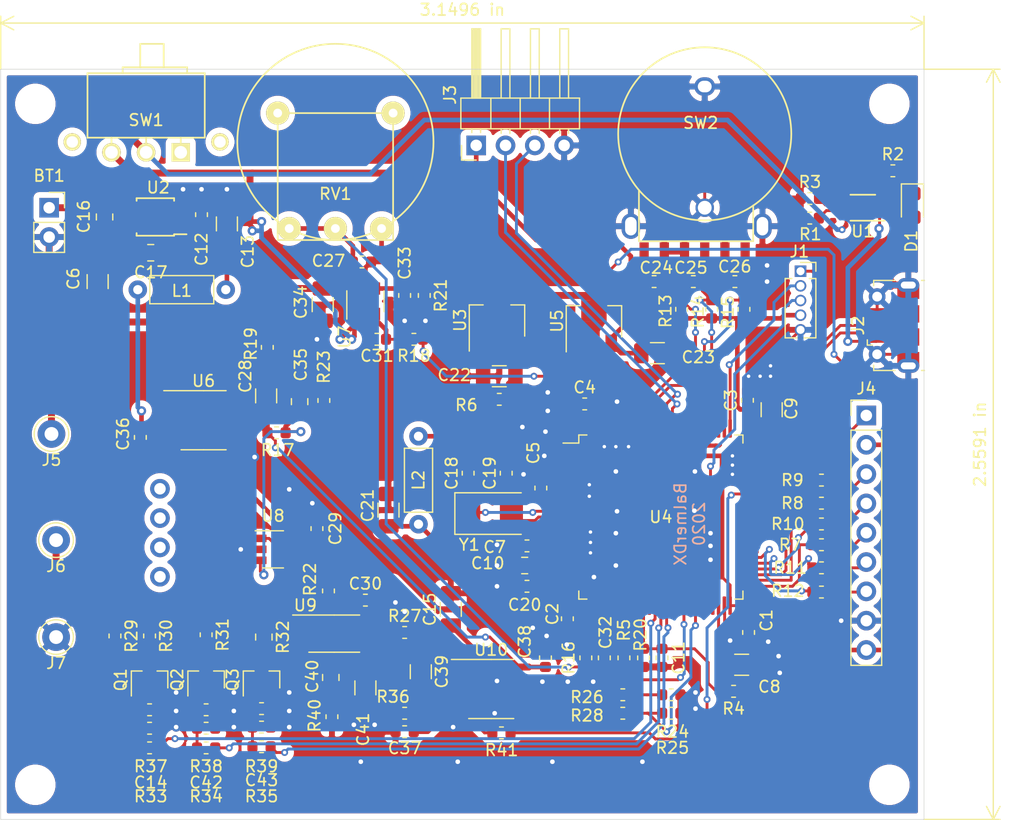
<source format=kicad_pcb>
(kicad_pcb (version 20171130) (host pcbnew 5.1.6-c6e7f7d~87~ubuntu18.04.1)
  (layers (0 F.Cu signal) (31 B.Cu signal) (34 B.Paste user) (35 F.Paste user) (36 B.SilkS user) (37 F.SilkS user) (38 B.Mask user) (39 F.Mask user) (44 Edge.Cuts user))
  (net 0 "")
  (net 1 GND)
  (net 2 "Net-(BT1-Pad1)")
  (net 3 /NRST)
  (net 4 /ENC_A)
  (net 5 /ENC_B)
  (net 6 +BATT)
  (net 7 "Net-(C10-Pad1)")
  (net 8 "Net-(C13-Pad1)")
  (net 9 +5V)
  (net 10 +3V3)
  (net 11 +3.3VA)
  (net 12 "Net-(C28-Pad2)")
  (net 13 "Net-(C31-Pad1)")
  (net 14 +5VP)
  (net 15 "Net-(D1-Pad1)")
  (net 16 /SWD_SCK)
  (net 17 /SWD_IO)
  (net 18 /USB_DP)
  (net 19 /USB_DM)
  (net 20 /TFT_CS)
  (net 21 /TFT_RESET)
  (net 22 /TFT_D_C)
  (net 23 /TFT_MOSI)
  (net 24 /TFT_SCK)
  (net 25 /TFT_MISO)
  (net 26 "Net-(R2-Pad1)")
  (net 27 "Net-(R7-Pad2)")
  (net 28 "Net-(R8-Pad2)")
  (net 29 "Net-(R9-Pad2)")
  (net 30 ADC12_INP3)
  (net 31 ADC12_INP5)
  (net 32 /ENC_S)
  (net 33 "Net-(C16-Pad1)")
  (net 34 "Net-(C8-Pad1)")
  (net 35 "Net-(C9-Pad1)")
  (net 36 "Net-(C16-Pad2)")
  (net 37 "Net-(C17-Pad2)")
  (net 38 "Net-(C17-Pad1)")
  (net 39 "Net-(C18-Pad1)")
  (net 40 "Net-(C19-Pad1)")
  (net 41 "Net-(C22-Pad1)")
  (net 42 "Net-(C27-Pad2)")
  (net 43 /analog/Vout)
  (net 44 /analog/4.096V)
  (net 45 "Net-(C33-Pad1)")
  (net 46 "Net-(C35-Pad1)")
  (net 47 "Net-(C39-Pad2)")
  (net 48 "Net-(C39-Pad1)")
  (net 49 "Net-(C40-Pad2)")
  (net 50 /analog/2.0V)
  (net 51 /UART1_RX)
  (net 52 /UART1_TX)
  (net 53 "Net-(J6-Pad1)")
  (net 54 "Net-(Q1-Pad3)")
  (net 55 "Net-(Q2-Pad3)")
  (net 56 "Net-(Q3-Pad3)")
  (net 57 "Net-(R1-Pad2)")
  (net 58 "Net-(R3-Pad2)")
  (net 59 "Net-(R10-Pad2)")
  (net 60 "Net-(R11-Pad1)")
  (net 61 "Net-(R12-Pad1)")
  (net 62 EN_V)
  (net 63 "Net-(R22-Pad1)")
  (net 64 ADC_SCK)
  (net 65 ADC_DATA)
  (net 66 "Net-(R26-Pad1)")
  (net 67 "Net-(R27-Pad1)")
  (net 68 "Net-(R28-Pad1)")
  (net 69 ON_100)
  (net 70 ON_10)
  (net 71 ON_1)
  (net 72 8Mhz)
  (net 73 "Net-(J2-Pad4)")
  (net 74 "Net-(SW1-Pad1)")
  (net 75 "Net-(U1-Pad2)")
  (net 76 "Net-(U4-Pad98)")
  (net 77 "Net-(U4-Pad96)")
  (net 78 "Net-(U4-Pad95)")
  (net 79 "Net-(U4-Pad91)")
  (net 80 "Net-(U4-Pad90)")
  (net 81 "Net-(U4-Pad89)")
  (net 82 "Net-(U4-Pad88)")
  (net 83 "Net-(U4-Pad84)")
  (net 84 "Net-(U4-Pad83)")
  (net 85 "Net-(U4-Pad82)")
  (net 86 "Net-(U4-Pad81)")
  (net 87 "Net-(U4-Pad80)")
  (net 88 "Net-(U4-Pad79)")
  (net 89 "Net-(U4-Pad78)")
  (net 90 "Net-(U4-Pad77)")
  (net 91 "Net-(U4-Pad66)")
  (net 92 "Net-(U4-Pad65)")
  (net 93 "Net-(U4-Pad64)")
  (net 94 "Net-(U4-Pad63)")
  (net 95 "Net-(U4-Pad62)")
  (net 96 "Net-(U4-Pad61)")
  (net 97 "Net-(U4-Pad60)")
  (net 98 "Net-(U4-Pad59)")
  (net 99 "Net-(U4-Pad58)")
  (net 100 "Net-(U4-Pad57)")
  (net 101 "Net-(U4-Pad47)")
  (net 102 "Net-(U4-Pad46)")
  (net 103 "Net-(U4-Pad45)")
  (net 104 "Net-(U4-Pad43)")
  (net 105 "Net-(U4-Pad41)")
  (net 106 "Net-(U4-Pad40)")
  (net 107 "Net-(U4-Pad36)")
  (net 108 "Net-(U4-Pad34)")
  (net 109 "Net-(U4-Pad33)")
  (net 110 /ADC12_INP4)
  (net 111 "Net-(U4-Pad31)")
  (net 112 "Net-(U4-Pad29)")
  (net 113 "Net-(U4-Pad28)")
  (net 114 "Net-(U4-Pad25)")
  (net 115 "Net-(U4-Pad24)")
  (net 116 "Net-(U4-Pad23)")
  (net 117 "Net-(U4-Pad22)")
  (net 118 "Net-(U4-Pad18)")
  (net 119 "Net-(U4-Pad17)")
  (net 120 "Net-(U4-Pad16)")
  (net 121 "Net-(U4-Pad15)")
  (net 122 "Net-(U4-Pad9)")
  (net 123 "Net-(U4-Pad8)")
  (net 124 "Net-(U4-Pad7)")
  (net 125 "Net-(U4-Pad5)")
  (net 126 "Net-(U4-Pad4)")
  (net 127 "Net-(U4-Pad3)")
  (net 128 "Net-(U4-Pad2)")
  (net 129 "Net-(U4-Pad1)")
  (net 130 "Net-(U6-Pad5)")
  (net 131 /UART2_RX)
  (net 132 /UART2_TX)
  (net 133 "Net-(C14-Pad1)")
  (net 134 "Net-(C42-Pad1)")
  (net 135 "Net-(C43-Pad1)")
  (net 136 "Net-(R41-Pad1)")
  (module Resistor_SMD:R_0805_2012Metric (layer F.Cu) (at 127.8 134.2 270)
    (fp_text reference R32 (at 0 -1.65 90) (layer F.SilkS))
    (fp_text value 1)
    (pad 2 smd roundrect (at 0.9375 0 270) (size 0.975 1.4) (layers F.Cu F.Paste F.Mask) (net 56 "Net-(Q3-Pad3)"))
    (pad 1 smd roundrect (at -0.9375 0 270) (size 0.975 1.4) (layers F.Cu F.Paste F.Mask) (net 53 "Net-(J6-Pad1)"))
  )
  (module Resistor_SMD:R_0603_1608Metric (layer F.Cu) (at 148.3875 142.5)
    (fp_text reference R41 (at 0.0125 1.5) (layer F.SilkS))
    (fp_text value 30)
    (pad 2 smd roundrect (at 0.7875 0) (size 0.875 0.95) (layers F.Cu F.Paste F.Mask) (net 72 8Mhz))
    (pad 1 smd roundrect (at -0.7875 0) (size 0.875 0.95) (layers F.Cu F.Paste F.Mask) (net 136 "Net-(R41-Pad1)"))
  )
  (module Capacitor_SMD:C_0603_1608Metric (layer F.Cu) (at 127.6 142)
    (fp_text reference C43 (at 0 4.6) (layer F.SilkS))
    (fp_text value 22n)
    (pad 2 smd roundrect (at 0.7875 0) (size 0.875 0.95) (layers F.Cu F.Paste F.Mask) (net 1 GND))
    (pad 1 smd roundrect (at -0.7875 0) (size 0.875 0.95) (layers F.Cu F.Paste F.Mask) (net 135 "Net-(C43-Pad1)"))
  )
  (module Capacitor_SMD:C_0603_1608Metric (layer F.Cu) (at 122.8 142.1)
    (fp_text reference C42 (at 0 4.7) (layer F.SilkS))
    (fp_text value 22n)
    (pad 2 smd roundrect (at 0.7875 0) (size 0.875 0.95) (layers F.Cu F.Paste F.Mask) (net 1 GND))
    (pad 1 smd roundrect (at -0.7875 0) (size 0.875 0.95) (layers F.Cu F.Paste F.Mask) (net 134 "Net-(C42-Pad1)"))
  )
  (module Capacitor_SMD:C_0603_1608Metric (layer F.Cu) (at 117.9 142.1)
    (fp_text reference C14 (at 0.1 4.7) (layer F.SilkS))
    (fp_text value 22n)
    (pad 2 smd roundrect (at 0.7875 0) (size 0.875 0.95) (layers F.Cu F.Paste F.Mask) (net 1 GND))
    (pad 1 smd roundrect (at -0.7875 0) (size 0.875 0.95) (layers F.Cu F.Paste F.Mask) (net 133 "Net-(C14-Pad1)"))
  )
  (module Capacitor_SMD:C_0805_2012Metric (layer F.Cu) (at 150.4 128 180)
    (fp_text reference C10 (at 3.2 0.2) (layer F.SilkS))
    (fp_text value 2.2u)
    (pad 2 smd roundrect (at 0.9375 0 180) (size 0.975 1.4) (layers F.Cu F.Paste F.Mask) (net 1 GND))
    (pad 1 smd roundrect (at -0.9375 0 180) (size 0.975 1.4) (layers F.Cu F.Paste F.Mask) (net 7 "Net-(C10-Pad1)"))
  )
  (module Resistor_SMD:R_0603_1608Metric (layer F.Cu) (at 164 105.8 270)
    (fp_text reference R13 (at 0.1625 1.4 90) (layer F.SilkS))
    (fp_text value 10k)
    (pad 2 smd roundrect (at 0.7875 0 270) (size 0.875 0.95) (layers F.Cu F.Paste F.Mask) (net 10 +3V3))
    (pad 1 smd roundrect (at -0.7875 0 270) (size 0.875 0.95) (layers F.Cu F.Paste F.Mask) (net 4 /ENC_A))
  )
  (module Resistor_SMD:R_0603_1608Metric (layer F.Cu) (at 176.1125 120.6 180)
    (fp_text reference R9 (at 2.5125 0) (layer F.SilkS))
    (fp_text value 33)
    (pad 2 smd roundrect (at 0.7875 0 180) (size 0.875 0.95) (layers F.Cu F.Paste F.Mask) (net 29 "Net-(R9-Pad2)"))
    (pad 1 smd roundrect (at -0.7875 0 180) (size 0.875 0.95) (layers F.Cu F.Paste F.Mask) (net 25 /TFT_MISO))
  )
  (module Resistor_SMD:R_0603_1608Metric (layer F.Cu) (at 176.1125 126.2 180)
    (fp_text reference R7 (at 2.7125 0) (layer F.SilkS))
    (fp_text value 33)
    (pad 2 smd roundrect (at 0.7875 0 180) (size 0.875 0.95) (layers F.Cu F.Paste F.Mask) (net 27 "Net-(R7-Pad2)"))
    (pad 1 smd roundrect (at -0.7875 0 180) (size 0.875 0.95) (layers F.Cu F.Paste F.Mask) (net 22 /TFT_D_C))
  )
  (module Connector_Pin:Pin_D1.0mm_L10.0mm_LooseFit (layer F.Cu) (at 109.4 116.6)
    (fp_text reference J5 (at 0 2.25) (layer F.SilkS))
    (fp_text value Vout)
    (pad 1 thru_hole circle (at 0 0) (size 2.4 2.4) (drill 1.2) (layers *.Cu *.Mask) (net 43 /analog/Vout))
  )
  (module Capacitor_SMD:C_1206_3216Metric (layer F.Cu) (at 124.6 98.4 90)
    (fp_text reference C13 (at -2.4 1.8 90) (layer F.SilkS))
    (fp_text value 10u)
    (pad 2 smd roundrect (at 1.4 0 90) (size 1.25 1.75) (layers F.Cu F.Paste F.Mask) (roundrect_rratio 0.2) (net 1 GND))
    (pad 1 smd roundrect (at -1.4 0 90) (size 1.25 1.75) (layers F.Cu F.Paste F.Mask) (roundrect_rratio 0.2) (net 8 "Net-(C13-Pad1)"))
  )
  (module Capacitor_SMD:C_1206_3216Metric (layer F.Cu) (at 113.4 103.4 270)
    (fp_text reference C6 (at -0.25 2.1 90) (layer F.SilkS))
    (fp_text value 10u)
    (pad 2 smd roundrect (at 1.4 0 270) (size 1.25 1.75) (layers F.Cu F.Paste F.Mask) (roundrect_rratio 0.2) (net 1 GND))
    (pad 1 smd roundrect (at -1.4 0 270) (size 1.25 1.75) (layers F.Cu F.Paste F.Mask) (roundrect_rratio 0.2) (net 2 "Net-(BT1-Pad1)"))
  )
  (module Connector_PinHeader_2.54mm:PinHeader_1x04_P2.54mm_Horizontal (layer F.Cu) (at 146.2 91.6 90)
    (fp_text reference J3 (at 4.385 -2.27 90) (layer F.SilkS))
    (fp_text value UART)
    (pad 4 thru_hole oval (at 0 7.62 90) (size 1.7 1.7) (drill 1) (layers *.Cu *.Mask) (net 1 GND))
    (pad 3 thru_hole oval (at 0 5.08 90) (size 1.7 1.7) (drill 1) (layers *.Cu *.Mask) (net 131 /UART2_RX))
    (pad 2 thru_hole oval (at 0 2.54 90) (size 1.7 1.7) (drill 1) (layers *.Cu *.Mask) (net 132 /UART2_TX))
    (pad 1 thru_hole rect (at 0 0 90) (size 1.7 1.7) (drill 1) (layers *.Cu *.Mask) (net 10 +3V3))
  )
  (module Inductor_THT:L_Axial_L5.3mm_D2.2mm_P7.62mm_Horizontal_Vishay_IM-1 (layer F.Cu) (at 141.2 116.8 270)
    (fp_text reference L2 (at 3.8 0 90) (layer F.SilkS))
    (fp_text value 100uH)
    (pad 2 thru_hole oval (at 7.62 0 270) (size 1.6 1.6) (drill 0.8) (layers *.Cu *.Mask) (net 11 +3.3VA))
    (pad 1 thru_hole circle (at 0 0 270) (size 1.6 1.6) (drill 0.8) (layers *.Cu *.Mask) (net 41 "Net-(C22-Pad1)"))
  )
  (module Capacitor_SMD:C_1206_3216Metric (layer F.Cu) (at 138.6 123.2 90)
    (fp_text reference C21 (at 0.4 -1.8 90) (layer F.SilkS))
    (fp_text value 100u)
    (pad 2 smd roundrect (at 1.4 0 90) (size 1.25 1.75) (layers F.Cu F.Paste F.Mask) (roundrect_rratio 0.2) (net 1 GND))
    (pad 1 smd roundrect (at -1.4 0 90) (size 1.25 1.75) (layers F.Cu F.Paste F.Mask) (roundrect_rratio 0.2) (net 11 +3.3VA))
  )
  (module Package_TO_SOT_SMD:SOT-89-3 (layer F.Cu) (at 148 107.2 90)
    (fp_text reference U3 (at 0.45 -3.2 90) (layer F.SilkS))
    (fp_text value HT7333)
    (pad 2 smd trapezoid (at -0.0762 0 180) (size 1.5 1) (rect_delta 0 0.7) (layers F.Cu F.Paste F.Mask) (net 6 +BATT))
    (pad 2 smd rect (at 1.3335 0) (size 2.2 1.84) (layers F.Cu F.Paste F.Mask) (net 6 +BATT))
    (pad 3 smd rect (at -1.48 1.5) (size 1 1.5) (layers F.Cu F.Paste F.Mask) (net 41 "Net-(C22-Pad1)"))
    (pad 2 smd rect (at -1.3335 0) (size 1 1.8) (layers F.Cu F.Paste F.Mask) (net 6 +BATT))
    (pad 1 smd rect (at -1.48 -1.5) (size 1 1.5) (layers F.Cu F.Paste F.Mask) (net 1 GND))
    (pad 2 smd trapezoid (at 2.667 0) (size 1.6 0.85) (rect_delta 0 0.6) (layers F.Cu F.Paste F.Mask) (net 6 +BATT))
  )
  (module Capacitor_SMD:C_1206_3216Metric (layer F.Cu) (at 148.2 111.6 180)
    (fp_text reference C22 (at 3.9 0.1) (layer F.SilkS))
    (fp_text value 10u)
    (pad 2 smd roundrect (at 1.4 0 180) (size 1.25 1.75) (layers F.Cu F.Paste F.Mask) (roundrect_rratio 0.2) (net 1 GND))
    (pad 1 smd roundrect (at -1.4 0 180) (size 1.25 1.75) (layers F.Cu F.Paste F.Mask) (roundrect_rratio 0.2) (net 41 "Net-(C22-Pad1)"))
  )
  (module Resistor_SMD:R_0603_1608Metric (layer F.Cu) (at 148.2 113.6)
    (fp_text reference R6 (at -2.85 0.5) (layer F.SilkS))
    (fp_text value 27k)
    (pad 2 smd roundrect (at 0.7875 0) (size 0.875 0.95) (layers F.Cu F.Paste F.Mask) (net 41 "Net-(C22-Pad1)"))
    (pad 1 smd roundrect (at -0.7875 0) (size 0.875 0.95) (layers F.Cu F.Paste F.Mask) (net 1 GND))
  )
  (module Capacitor_SMD:C_0603_1608Metric (layer F.Cu) (at 136.6 131)
    (fp_text reference C30 (at 0 -1.43) (layer F.SilkS))
    (fp_text value 100n)
    (pad 2 smd roundrect (at 0.7875 0) (size 0.875 0.95) (layers F.Cu F.Paste F.Mask) (net 1 GND))
    (pad 1 smd roundrect (at -0.7875 0) (size 0.875 0.95) (layers F.Cu F.Paste F.Mask) (net 9 +5V))
  )
  (module "balmer:ILI_9321(2.2inch)" (layer F.Cu) (at 180 125.16)
    (fp_text reference J4 (at 0 -12.49) (layer F.SilkS))
    (fp_text value "ILI_9321(2.2inch)")
    (pad 13 thru_hole circle (at -61.2 3.81) (size 1.7 1.7) (drill 1) (layers *.Cu *.Mask))
    (pad 12 thru_hole circle (at -61.2 1.27) (size 1.7 1.7) (drill 1) (layers *.Cu *.Mask))
    (pad 11 thru_hole circle (at -61.2 -1.27) (size 1.7 1.7) (drill 1) (layers *.Cu *.Mask))
    (pad 10 thru_hole circle (at -61.2 -3.81) (size 1.7 1.7) (drill 1) (layers *.Cu *.Mask))
    (pad 9 thru_hole oval (at 0 10.16) (size 1.7 1.7) (drill 1) (layers *.Cu *.Mask) (net 10 +3V3))
    (pad 8 thru_hole oval (at 0 7.62) (size 1.7 1.7) (drill 1) (layers *.Cu *.Mask) (net 1 GND))
    (pad 7 thru_hole oval (at 0 5.08) (size 1.7 1.7) (drill 1) (layers *.Cu *.Mask) (net 20 /TFT_CS))
    (pad 6 thru_hole oval (at 0 2.54) (size 1.7 1.7) (drill 1) (layers *.Cu *.Mask) (net 21 /TFT_RESET))
    (pad 5 thru_hole oval (at 0 0) (size 1.7 1.7) (drill 1) (layers *.Cu *.Mask) (net 22 /TFT_D_C))
    (pad 4 thru_hole oval (at 0 -2.54) (size 1.7 1.7) (drill 1) (layers *.Cu *.Mask) (net 23 /TFT_MOSI))
    (pad 3 thru_hole oval (at 0 -5.08) (size 1.7 1.7) (drill 1) (layers *.Cu *.Mask) (net 24 /TFT_SCK))
    (pad 2 thru_hole oval (at 0 -7.62) (size 1.7 1.7) (drill 1) (layers *.Cu *.Mask) (net 10 +3V3))
    (pad 1 thru_hole rect (at 0 -10.16) (size 1.7 1.7) (drill 1) (layers *.Cu *.Mask) (net 25 /TFT_MISO))
  )
  (module Crystal:Crystal_SMD_5032-2Pin_5.0x3.2mm (layer F.Cu) (at 147.4 123.5)
    (fp_text reference Y1 (at -1.8 2.7) (layer F.SilkS))
    (fp_text value "8 MHz")
    (pad 2 smd rect (at 1.85 0) (size 2 2.4) (layers F.Cu F.Paste F.Mask) (net 40 "Net-(C19-Pad1)"))
    (pad 1 smd rect (at -1.85 0) (size 2 2.4) (layers F.Cu F.Paste F.Mask) (net 39 "Net-(C18-Pad1)"))
  )
  (module Package_SO:SOIC-8_3.9x4.9mm_P1.27mm (layer F.Cu) (at 147.5 138.7)
    (fp_text reference U10 (at 0 -3.4) (layer F.SilkS))
    (fp_text value ADS1251)
    (pad 8 smd roundrect (at 2.475 -1.905) (size 1.95 0.6) (layers F.Cu F.Paste F.Mask) (net 44 /analog/4.096V))
    (pad 7 smd roundrect (at 2.475 -0.635) (size 1.95 0.6) (layers F.Cu F.Paste F.Mask) (net 1 GND))
    (pad 6 smd roundrect (at 2.475 0.635) (size 1.95 0.6) (layers F.Cu F.Paste F.Mask) (net 66 "Net-(R26-Pad1)"))
    (pad 5 smd roundrect (at 2.475 1.905) (size 1.95 0.6) (layers F.Cu F.Paste F.Mask) (net 68 "Net-(R28-Pad1)"))
    (pad 4 smd roundrect (at -2.475 1.905) (size 1.95 0.6) (layers F.Cu F.Paste F.Mask) (net 136 "Net-(R41-Pad1)"))
    (pad 3 smd roundrect (at -2.475 0.635) (size 1.95 0.6) (layers F.Cu F.Paste F.Mask) (net 9 +5V))
    (pad 2 smd roundrect (at -2.475 -0.635) (size 1.95 0.6) (layers F.Cu F.Paste F.Mask) (net 47 "Net-(C39-Pad2)"))
    (pad 1 smd roundrect (at -2.475 -1.905) (size 1.95 0.6) (layers F.Cu F.Paste F.Mask) (net 48 "Net-(C39-Pad1)"))
  )
  (module Package_SO:TSSOP-8_4.4x3mm_P0.65mm (layer F.Cu) (at 133.9 133.9)
    (fp_text reference U9 (at -2.5 -2.45) (layer F.SilkS))
    (fp_text value INA240A1PW)
    (pad 8 smd roundrect (at 2.8625 -0.975) (size 1.475 0.4) (layers F.Cu F.Paste F.Mask) (net 67 "Net-(R27-Pad1)"))
    (pad 7 smd roundrect (at 2.8625 -0.325) (size 1.475 0.4) (layers F.Cu F.Paste F.Mask) (net 50 /analog/2.0V))
    (pad 6 smd roundrect (at 2.8625 0.325) (size 1.475 0.4) (layers F.Cu F.Paste F.Mask) (net 50 /analog/2.0V))
    (pad 5 smd roundrect (at 2.8625 0.975) (size 1.475 0.4) (layers F.Cu F.Paste F.Mask) (net 9 +5V))
    (pad 4 smd roundrect (at -2.8625 0.975) (size 1.475 0.4) (layers F.Cu F.Paste F.Mask) (net 1 GND))
    (pad 3 smd roundrect (at -2.8625 0.325) (size 1.475 0.4) (layers F.Cu F.Paste F.Mask) (net 1 GND))
    (pad 2 smd roundrect (at -2.8625 -0.325) (size 1.475 0.4) (layers F.Cu F.Paste F.Mask) (net 53 "Net-(J6-Pad1)"))
    (pad 1 smd roundrect (at -2.8625 -0.975) (size 1.475 0.4) (layers F.Cu F.Paste F.Mask) (net 1 GND))
  )
  (module Package_TO_SOT_SMD:SOT-23-6 (layer F.Cu) (at 136.6 105.1 90)
    (fp_text reference U7 (at -3.1 -1.8 90) (layer F.SilkS))
    (fp_text value TPS79301-EP)
    (pad 5 smd rect (at 1.1 0 90) (size 1.06 0.65) (layers F.Cu F.Paste F.Mask) (net 42 "Net-(C27-Pad2)"))
    (pad 6 smd rect (at 1.1 -0.95 90) (size 1.06 0.65) (layers F.Cu F.Paste F.Mask) (net 43 /analog/Vout))
    (pad 4 smd rect (at 1.1 0.95 90) (size 1.06 0.65) (layers F.Cu F.Paste F.Mask) (net 45 "Net-(C33-Pad1)"))
    (pad 3 smd rect (at -1.1 0.95 90) (size 1.06 0.65) (layers F.Cu F.Paste F.Mask) (net 13 "Net-(C31-Pad1)"))
    (pad 2 smd rect (at -1.1 0 90) (size 1.06 0.65) (layers F.Cu F.Paste F.Mask) (net 1 GND))
    (pad 1 smd rect (at -1.1 -0.95 90) (size 1.06 0.65) (layers F.Cu F.Paste F.Mask) (net 6 +BATT))
  )
  (module Package_SO:SO-8_3.9x4.9mm_P1.27mm (layer F.Cu) (at 122.58 115.41)
    (fp_text reference U6 (at 0 -3.4) (layer F.SilkS))
    (fp_text value LM4140)
    (pad 8 smd roundrect (at 2.575 -1.905) (size 1.75 0.6) (layers F.Cu F.Paste F.Mask) (net 1 GND))
    (pad 7 smd roundrect (at 2.575 -0.635) (size 1.75 0.6) (layers F.Cu F.Paste F.Mask) (net 1 GND))
    (pad 6 smd roundrect (at 2.575 0.635) (size 1.75 0.6) (layers F.Cu F.Paste F.Mask) (net 44 /analog/4.096V))
    (pad 5 smd roundrect (at 2.575 1.905) (size 1.75 0.6) (layers F.Cu F.Paste F.Mask) (net 130 "Net-(U6-Pad5)"))
    (pad 4 smd roundrect (at -2.575 1.905) (size 1.75 0.6) (layers F.Cu F.Paste F.Mask) (net 1 GND))
    (pad 3 smd roundrect (at -2.575 0.635) (size 1.75 0.6) (layers F.Cu F.Paste F.Mask) (net 9 +5V))
    (pad 2 smd roundrect (at -2.575 -0.635) (size 1.75 0.6) (layers F.Cu F.Paste F.Mask) (net 9 +5V))
    (pad 1 smd roundrect (at -2.575 -1.905) (size 1.75 0.6) (layers F.Cu F.Paste F.Mask) (net 1 GND))
  )
  (module balmer:Potentiometer_10mm (layer F.Cu) (at 134 93.8)
    (fp_text reference RV1 (at 0 2) (layer F.SilkS))
    (fp_text value 20k)
    (pad 5 thru_hole circle (at -5 -5) (size 2 2) (drill 0.762) (layers *.Cu *.Mask F.SilkS))
    (pad 4 thru_hole circle (at 5 -5) (size 2 2) (drill 0.762) (layers *.Cu *.Mask F.SilkS))
    (pad 3 thru_hole circle (at 4 5) (size 2 2) (drill 0.762) (layers *.Cu *.Mask F.SilkS) (net 42 "Net-(C27-Pad2)"))
    (pad 2 thru_hole circle (at 0 5) (size 2 2) (drill 0.762) (layers *.Cu *.Mask F.SilkS) (net 43 /analog/Vout))
    (pad 1 thru_hole circle (at -4 5) (size 2 2) (drill 0.762) (layers *.Cu *.Mask F.SilkS) (net 43 /analog/Vout))
  )
  (module Resistor_SMD:R_0603_1608Metric (layer F.Cu) (at 133.7 141.1 270)
    (fp_text reference R40 (at -0.1 1.5 90) (layer F.SilkS))
    (fp_text value 220)
    (pad 2 smd roundrect (at 0.7875 0 270) (size 0.875 0.95) (layers F.Cu F.Paste F.Mask) (net 1 GND))
    (pad 1 smd roundrect (at -0.7875 0 270) (size 0.875 0.95) (layers F.Cu F.Paste F.Mask) (net 49 "Net-(C40-Pad2)"))
  )
  (module Resistor_SMD:R_0603_1608Metric (layer F.Cu) (at 127.6 140.4)
    (fp_text reference R39 (at 0 5) (layer F.SilkS))
    (fp_text value 68k)
    (pad 2 smd roundrect (at 0.7875 0) (size 0.875 0.95) (layers F.Cu F.Paste F.Mask) (net 1 GND))
    (pad 1 smd roundrect (at -0.7875 0) (size 0.875 0.95) (layers F.Cu F.Paste F.Mask) (net 135 "Net-(C43-Pad1)"))
  )
  (module Resistor_SMD:R_0603_1608Metric (layer F.Cu) (at 122.8 140.5)
    (fp_text reference R38 (at 0 4.9) (layer F.SilkS))
    (fp_text value 68k)
    (pad 2 smd roundrect (at 0.7875 0) (size 0.875 0.95) (layers F.Cu F.Paste F.Mask) (net 1 GND))
    (pad 1 smd roundrect (at -0.7875 0) (size 0.875 0.95) (layers F.Cu F.Paste F.Mask) (net 134 "Net-(C42-Pad1)"))
  )
  (module Resistor_SMD:R_0603_1608Metric (layer F.Cu) (at 117.9 140.5)
    (fp_text reference R37 (at 0.1 4.9) (layer F.SilkS))
    (fp_text value 68k)
    (pad 2 smd roundrect (at 0.7875 0) (size 0.875 0.95) (layers F.Cu F.Paste F.Mask) (net 1 GND))
    (pad 1 smd roundrect (at -0.7875 0) (size 0.875 0.95) (layers F.Cu F.Paste F.Mask) (net 133 "Net-(C14-Pad1)"))
  )
  (module Resistor_SMD:R_0603_1608Metric (layer F.Cu) (at 140 140.8)
    (fp_text reference R36 (at -1 -1.43) (layer F.SilkS))
    (fp_text value 5.1k)
    (pad 2 smd roundrect (at 0.7875 0) (size 0.875 0.95) (layers F.Cu F.Paste F.Mask) (net 47 "Net-(C39-Pad2)"))
    (pad 1 smd roundrect (at -0.7875 0) (size 0.875 0.95) (layers F.Cu F.Paste F.Mask) (net 50 /analog/2.0V))
  )
  (module Resistor_SMD:R_0603_1608Metric (layer F.Cu) (at 127.6 143.7 180)
    (fp_text reference R35 (at 0 -4.3) (layer F.SilkS))
    (fp_text value 4.7k)
    (pad 2 smd roundrect (at 0.7875 0 180) (size 0.875 0.95) (layers F.Cu F.Paste F.Mask) (net 135 "Net-(C43-Pad1)"))
    (pad 1 smd roundrect (at -0.7875 0 180) (size 0.875 0.95) (layers F.Cu F.Paste F.Mask) (net 71 ON_1))
  )
  (module Resistor_SMD:R_0603_1608Metric (layer F.Cu) (at 122.8 143.8 180)
    (fp_text reference R34 (at 0 -4.2) (layer F.SilkS))
    (fp_text value 4.7k)
    (pad 2 smd roundrect (at 0.7875 0 180) (size 0.875 0.95) (layers F.Cu F.Paste F.Mask) (net 134 "Net-(C42-Pad1)"))
    (pad 1 smd roundrect (at -0.7875 0 180) (size 0.875 0.95) (layers F.Cu F.Paste F.Mask) (net 70 ON_10))
  )
  (module Resistor_SMD:R_0603_1608Metric (layer F.Cu) (at 117.9 143.8 180)
    (fp_text reference R33 (at -0.1 -4.2) (layer F.SilkS))
    (fp_text value 4.7k)
    (pad 2 smd roundrect (at 0.7875 0 180) (size 0.875 0.95) (layers F.Cu F.Paste F.Mask) (net 133 "Net-(C14-Pad1)"))
    (pad 1 smd roundrect (at -0.7875 0 180) (size 0.875 0.95) (layers F.Cu F.Paste F.Mask) (net 69 ON_100))
  )
  (module Resistor_SMD:R_0603_1608Metric (layer F.Cu) (at 122.8 134 270)
    (fp_text reference R31 (at 0 -1.43 90) (layer F.SilkS))
    (fp_text value 10)
    (pad 2 smd roundrect (at 0.7875 0 270) (size 0.875 0.95) (layers F.Cu F.Paste F.Mask) (net 55 "Net-(Q2-Pad3)"))
    (pad 1 smd roundrect (at -0.7875 0 270) (size 0.875 0.95) (layers F.Cu F.Paste F.Mask) (net 53 "Net-(J6-Pad1)"))
  )
  (module Resistor_SMD:R_0603_1608Metric (layer F.Cu) (at 117.9 134.1 270)
    (fp_text reference R30 (at 0 -1.43 90) (layer F.SilkS))
    (fp_text value 100)
    (pad 2 smd roundrect (at 0.7875 0 270) (size 0.875 0.95) (layers F.Cu F.Paste F.Mask) (net 54 "Net-(Q1-Pad3)"))
    (pad 1 smd roundrect (at -0.7875 0 270) (size 0.875 0.95) (layers F.Cu F.Paste F.Mask) (net 53 "Net-(J6-Pad1)"))
  )
  (module Resistor_SMD:R_0603_1608Metric (layer F.Cu) (at 114.9 134.1 270)
    (fp_text reference R29 (at 0 -1.43 90) (layer F.SilkS))
    (fp_text value 1k)
    (pad 2 smd roundrect (at 0.7875 0 270) (size 0.875 0.95) (layers F.Cu F.Paste F.Mask) (net 1 GND))
    (pad 1 smd roundrect (at -0.7875 0 270) (size 0.875 0.95) (layers F.Cu F.Paste F.Mask) (net 53 "Net-(J6-Pad1)"))
  )
  (module Resistor_SMD:R_0603_1608Metric (layer F.Cu) (at 158.9 140.8)
    (fp_text reference R28 (at -3.1 0.2) (layer F.SilkS))
    (fp_text value 5.1k)
    (pad 2 smd roundrect (at 0.7875 0) (size 0.875 0.95) (layers F.Cu F.Paste F.Mask) (net 65 ADC_DATA))
    (pad 1 smd roundrect (at -0.7875 0) (size 0.875 0.95) (layers F.Cu F.Paste F.Mask) (net 68 "Net-(R28-Pad1)"))
  )
  (module Resistor_SMD:R_0603_1608Metric (layer F.Cu) (at 140 133.8)
    (fp_text reference R27 (at 0 -1.43) (layer F.SilkS))
    (fp_text value 5.1k)
    (pad 2 smd roundrect (at 0.7875 0) (size 0.875 0.95) (layers F.Cu F.Paste F.Mask) (net 48 "Net-(C39-Pad1)"))
    (pad 1 smd roundrect (at -0.7875 0) (size 0.875 0.95) (layers F.Cu F.Paste F.Mask) (net 67 "Net-(R27-Pad1)"))
  )
  (module Resistor_SMD:R_0603_1608Metric (layer F.Cu) (at 158.9 139.2)
    (fp_text reference R26 (at -3.1 0.2) (layer F.SilkS))
    (fp_text value 5.1k)
    (pad 2 smd roundrect (at 0.7875 0) (size 0.875 0.95) (layers F.Cu F.Paste F.Mask) (net 64 ADC_SCK))
    (pad 1 smd roundrect (at -0.7875 0) (size 0.875 0.95) (layers F.Cu F.Paste F.Mask) (net 66 "Net-(R26-Pad1)"))
  )
  (module Resistor_SMD:R_0603_1608Metric (layer F.Cu) (at 163.1 140.8 180)
    (fp_text reference R25 (at -0.1 -3) (layer F.SilkS))
    (fp_text value 10k)
    (pad 2 smd roundrect (at 0.7875 0 180) (size 0.875 0.95) (layers F.Cu F.Paste F.Mask) (net 65 ADC_DATA))
    (pad 1 smd roundrect (at -0.7875 0 180) (size 0.875 0.95) (layers F.Cu F.Paste F.Mask) (net 1 GND))
  )
  (module Resistor_SMD:R_0603_1608Metric (layer F.Cu) (at 163.1 139.2 180)
    (fp_text reference R24 (at -0.1 -3.2) (layer F.SilkS))
    (fp_text value 10k)
    (pad 2 smd roundrect (at 0.7875 0 180) (size 0.875 0.95) (layers F.Cu F.Paste F.Mask) (net 64 ADC_SCK))
    (pad 1 smd roundrect (at -0.7875 0 180) (size 0.875 0.95) (layers F.Cu F.Paste F.Mask) (net 1 GND))
  )
  (module Resistor_SMD:R_0603_1608Metric (layer F.Cu) (at 133 113.7 90)
    (fp_text reference R23 (at 2.9 0 90) (layer F.SilkS))
    (fp_text value 10k)
    (pad 2 smd roundrect (at 0.7875 0 90) (size 0.875 0.95) (layers F.Cu F.Paste F.Mask) (net 1 GND))
    (pad 1 smd roundrect (at -0.7875 0 90) (size 0.875 0.95) (layers F.Cu F.Paste F.Mask) (net 46 "Net-(C35-Pad1)"))
  )
  (module Resistor_SMD:R_0603_1608Metric (layer F.Cu) (at 133.4 130.2 270)
    (fp_text reference R22 (at -1 1.6 90) (layer F.SilkS))
    (fp_text value 4.7)
    (pad 2 smd roundrect (at 0.7875 0 270) (size 0.875 0.95) (layers F.Cu F.Paste F.Mask) (net 50 /analog/2.0V))
    (pad 1 smd roundrect (at -0.7875 0 270) (size 0.875 0.95) (layers F.Cu F.Paste F.Mask) (net 63 "Net-(R22-Pad1)"))
  )
  (module Resistor_SMD:R_0603_1608Metric (layer F.Cu) (at 141.7 104.6 270)
    (fp_text reference R21 (at 0 -1.43 90) (layer F.SilkS))
    (fp_text value 10k)
    (pad 2 smd roundrect (at 0.7875 0 270) (size 0.875 0.95) (layers F.Cu F.Paste F.Mask) (net 1 GND))
    (pad 1 smd roundrect (at -0.7875 0 270) (size 0.875 0.95) (layers F.Cu F.Paste F.Mask) (net 42 "Net-(C27-Pad2)"))
  )
  (module Resistor_SMD:R_0603_1608Metric (layer F.Cu) (at 159 136 270)
    (fp_text reference R20 (at -2 -1.43 90) (layer F.SilkS))
    (fp_text value 2k)
    (pad 2 smd roundrect (at 0.7875 0 270) (size 0.875 0.95) (layers F.Cu F.Paste F.Mask) (net 1 GND))
    (pad 1 smd roundrect (at -0.7875 0 270) (size 0.875 0.95) (layers F.Cu F.Paste F.Mask) (net 30 ADC12_INP3))
  )
  (module Resistor_SMD:R_0603_1608Metric (layer F.Cu) (at 128.1 109.1 90)
    (fp_text reference R19 (at 0.3 -1.43 90) (layer F.SilkS))
    (fp_text value 1)
    (pad 2 smd roundrect (at 0.7875 0 90) (size 0.875 0.95) (layers F.Cu F.Paste F.Mask) (net 1 GND))
    (pad 1 smd roundrect (at -0.7875 0 90) (size 0.875 0.95) (layers F.Cu F.Paste F.Mask) (net 12 "Net-(C28-Pad2)"))
  )
  (module Resistor_SMD:R_0603_1608Metric (layer F.Cu) (at 140.8 108.4 180)
    (fp_text reference R18 (at 0 -1.43) (layer F.SilkS))
    (fp_text value 10k)
    (pad 2 smd roundrect (at 0.7875 0 180) (size 0.875 0.95) (layers F.Cu F.Paste F.Mask) (net 13 "Net-(C31-Pad1)"))
    (pad 1 smd roundrect (at -0.7875 0 180) (size 0.875 0.95) (layers F.Cu F.Paste F.Mask) (net 62 EN_V))
  )
  (module Resistor_SMD:R_0603_1608Metric (layer F.Cu) (at 128.9 116.5)
    (fp_text reference R17 (at 0.1 1.5) (layer F.SilkS))
    (fp_text value 10k)
    (pad 2 smd roundrect (at 0.7875 0) (size 0.875 0.95) (layers F.Cu F.Paste F.Mask) (net 46 "Net-(C35-Pad1)"))
    (pad 1 smd roundrect (at -0.7875 0) (size 0.875 0.95) (layers F.Cu F.Paste F.Mask) (net 44 /analog/4.096V))
  )
  (module Resistor_SMD:R_0603_1608Metric (layer F.Cu) (at 155.7 136 90)
    (fp_text reference R16 (at 0 -1.5 90) (layer F.SilkS))
    (fp_text value 2k)
    (pad 2 smd roundrect (at 0.7875 0 90) (size 0.875 0.95) (layers F.Cu F.Paste F.Mask) (net 30 ADC12_INP3))
    (pad 1 smd roundrect (at -0.7875 0 90) (size 0.875 0.95) (layers F.Cu F.Paste F.Mask) (net 43 /analog/Vout))
  )
  (module Resistor_SMD:R_0603_1608Metric (layer F.Cu) (at 160.7 136 90)
    (fp_text reference R5 (at 2.4 -1.7 90) (layer F.SilkS))
    (fp_text value 180k)
    (pad 2 smd roundrect (at 0.7875 0 90) (size 0.875 0.95) (layers F.Cu F.Paste F.Mask) (net 31 ADC12_INP5))
    (pad 1 smd roundrect (at -0.7875 0 90) (size 0.875 0.95) (layers F.Cu F.Paste F.Mask) (net 1 GND))
  )
  (module Resistor_SMD:R_0603_1608Metric (layer F.Cu) (at 168.5 138.9)
    (fp_text reference R4 (at 0 1.5) (layer F.SilkS))
    (fp_text value 180k)
    (pad 2 smd roundrect (at 0.7875 0) (size 0.875 0.95) (layers F.Cu F.Paste F.Mask) (net 6 +BATT))
    (pad 1 smd roundrect (at -0.7875 0) (size 0.875 0.95) (layers F.Cu F.Paste F.Mask) (net 31 ADC12_INP5))
  )
  (module Package_TO_SOT_SMD:SOT-23 (layer F.Cu) (at 127.6 137.9 90)
    (fp_text reference Q3 (at 0 -2.5 90) (layer F.SilkS))
    (fp_text value IRLML2502)
    (pad 3 smd rect (at 1 0 90) (size 0.9 0.8) (layers F.Cu F.Paste F.Mask) (net 56 "Net-(Q3-Pad3)"))
    (pad 2 smd rect (at -1 0.95 90) (size 0.9 0.8) (layers F.Cu F.Paste F.Mask) (net 1 GND))
    (pad 1 smd rect (at -1 -0.95 90) (size 0.9 0.8) (layers F.Cu F.Paste F.Mask) (net 135 "Net-(C43-Pad1)"))
  )
  (module Package_TO_SOT_SMD:SOT-23 (layer F.Cu) (at 122.8 137.9 90)
    (fp_text reference Q2 (at 0 -2.5 90) (layer F.SilkS))
    (fp_text value SI2302)
    (pad 3 smd rect (at 1 0 90) (size 0.9 0.8) (layers F.Cu F.Paste F.Mask) (net 55 "Net-(Q2-Pad3)"))
    (pad 2 smd rect (at -1 0.95 90) (size 0.9 0.8) (layers F.Cu F.Paste F.Mask) (net 1 GND))
    (pad 1 smd rect (at -1 -0.95 90) (size 0.9 0.8) (layers F.Cu F.Paste F.Mask) (net 134 "Net-(C42-Pad1)"))
  )
  (module Package_TO_SOT_SMD:SOT-23 (layer F.Cu) (at 117.9 137.9 90)
    (fp_text reference Q1 (at 0 -2.5 90) (layer F.SilkS))
    (fp_text value SI2302)
    (pad 3 smd rect (at 1 0 90) (size 0.9 0.8) (layers F.Cu F.Paste F.Mask) (net 54 "Net-(Q1-Pad3)"))
    (pad 2 smd rect (at -1 0.95 90) (size 0.9 0.8) (layers F.Cu F.Paste F.Mask) (net 1 GND))
    (pad 1 smd rect (at -1 -0.95 90) (size 0.9 0.8) (layers F.Cu F.Paste F.Mask) (net 133 "Net-(C14-Pad1)"))
  )
  (module Connector_Pin:Pin_D1.0mm_L10.0mm_LooseFit (layer F.Cu) (at 109.8 134.2)
    (fp_text reference J7 (at 0 2.25) (layer F.SilkS))
    (fp_text value GND)
    (pad 1 thru_hole circle (at 0 0) (size 2.4 2.4) (drill 1.2) (layers *.Cu *.Mask) (net 1 GND))
  )
  (module Connector_Pin:Pin_D1.0mm_L10.0mm_LooseFit (layer F.Cu) (at 109.8 125.8)
    (fp_text reference J6 (at 0 2.25) (layer F.SilkS))
    (fp_text value Isense)
    (pad 1 thru_hole circle (at 0 0) (size 2.4 2.4) (drill 1.2) (layers *.Cu *.Mask) (net 53 "Net-(J6-Pad1)"))
  )
  (module Capacitor_SMD:C_1206_3216Metric (layer F.Cu) (at 136.6 138.6 270)
    (fp_text reference C41 (at 3.6 0.2 90) (layer F.SilkS))
    (fp_text value 100u)
    (pad 2 smd roundrect (at 1.4 0 270) (size 1.25 1.75) (layers F.Cu F.Paste F.Mask) (roundrect_rratio 0.2) (net 1 GND))
    (pad 1 smd roundrect (at -1.4 0 270) (size 1.25 1.75) (layers F.Cu F.Paste F.Mask) (roundrect_rratio 0.2) (net 50 /analog/2.0V))
  )
  (module Capacitor_SMD:C_0805_2012Metric (layer F.Cu) (at 133.6 137.7 270)
    (fp_text reference C40 (at -0.1 1.6 90) (layer F.SilkS))
    (fp_text value 2.2u)
    (pad 2 smd roundrect (at 0.9375 0 270) (size 0.975 1.4) (layers F.Cu F.Paste F.Mask) (net 49 "Net-(C40-Pad2)"))
    (pad 1 smd roundrect (at -0.9375 0 270) (size 0.975 1.4) (layers F.Cu F.Paste F.Mask) (net 50 /analog/2.0V))
  )
  (module Capacitor_SMD:C_1206_3216Metric (layer F.Cu) (at 141.4 137.2 270)
    (fp_text reference C39 (at 0 -1.82 90) (layer F.SilkS))
    (fp_text value 1.5n)
    (pad 2 smd roundrect (at 1.4 0 270) (size 1.25 1.75) (layers F.Cu F.Paste F.Mask) (roundrect_rratio 0.2) (net 47 "Net-(C39-Pad2)"))
    (pad 1 smd roundrect (at -1.4 0 270) (size 1.25 1.75) (layers F.Cu F.Paste F.Mask) (roundrect_rratio 0.2) (net 48 "Net-(C39-Pad1)"))
  )
  (module Capacitor_SMD:C_0603_1608Metric (layer F.Cu) (at 152.2 136 90)
    (fp_text reference C38 (at 1.4 -1.8 90) (layer F.SilkS))
    (fp_text value 100n)
    (pad 2 smd roundrect (at 0.7875 0 90) (size 0.875 0.95) (layers F.Cu F.Paste F.Mask) (net 1 GND))
    (pad 1 smd roundrect (at -0.7875 0 90) (size 0.875 0.95) (layers F.Cu F.Paste F.Mask) (net 44 /analog/4.096V))
  )
  (module Capacitor_SMD:C_0603_1608Metric (layer F.Cu) (at 140 142.4 180)
    (fp_text reference C37 (at 0 -1.43) (layer F.SilkS))
    (fp_text value 100n)
    (pad 2 smd roundrect (at 0.7875 0 180) (size 0.875 0.95) (layers F.Cu F.Paste F.Mask) (net 1 GND))
    (pad 1 smd roundrect (at -0.7875 0 180) (size 0.875 0.95) (layers F.Cu F.Paste F.Mask) (net 9 +5V))
  )
  (module Capacitor_SMD:C_0603_1608Metric (layer F.Cu) (at 117.1 116.9 270)
    (fp_text reference C36 (at -0.3 1.5 90) (layer F.SilkS))
    (fp_text value 100n)
    (pad 2 smd roundrect (at 0.7875 0 270) (size 0.875 0.95) (layers F.Cu F.Paste F.Mask) (net 1 GND))
    (pad 1 smd roundrect (at -0.7875 0 270) (size 0.875 0.95) (layers F.Cu F.Paste F.Mask) (net 9 +5V))
  )
  (module Capacitor_SMD:C_0805_2012Metric (layer F.Cu) (at 130.9 113.8 90)
    (fp_text reference C35 (at 3.2 0.1 90) (layer F.SilkS))
    (fp_text value 2.2u)
    (pad 2 smd roundrect (at 0.9375 0 90) (size 0.975 1.4) (layers F.Cu F.Paste F.Mask) (net 1 GND))
    (pad 1 smd roundrect (at -0.9375 0 90) (size 0.975 1.4) (layers F.Cu F.Paste F.Mask) (net 46 "Net-(C35-Pad1)"))
  )
  (module Capacitor_SMD:C_1206_3216Metric (layer F.Cu) (at 132.9 105.4 270)
    (fp_text reference C34 (at -0.2 1.9 90) (layer F.SilkS))
    (fp_text value 25u)
    (pad 2 smd roundrect (at 1.4 0 270) (size 1.25 1.75) (layers F.Cu F.Paste F.Mask) (roundrect_rratio 0.2) (net 1 GND))
    (pad 1 smd roundrect (at -1.4 0 270) (size 1.25 1.75) (layers F.Cu F.Paste F.Mask) (roundrect_rratio 0.2) (net 43 /analog/Vout))
  )
  (module Capacitor_SMD:C_0603_1608Metric (layer F.Cu) (at 140 104.6 270)
    (fp_text reference C33 (at -2.8 0 90) (layer F.SilkS))
    (fp_text value 10n)
    (pad 2 smd roundrect (at 0.7875 0 270) (size 0.875 0.95) (layers F.Cu F.Paste F.Mask) (net 1 GND))
    (pad 1 smd roundrect (at -0.7875 0 270) (size 0.875 0.95) (layers F.Cu F.Paste F.Mask) (net 45 "Net-(C33-Pad1)"))
  )
  (module Capacitor_SMD:C_0603_1608Metric (layer F.Cu) (at 157.3 136 270)
    (fp_text reference C32 (at -2.2 -0.1 90) (layer F.SilkS))
    (fp_text value 22n)
    (pad 2 smd roundrect (at 0.7875 0 270) (size 0.875 0.95) (layers F.Cu F.Paste F.Mask) (net 1 GND))
    (pad 1 smd roundrect (at -0.7875 0 270) (size 0.875 0.95) (layers F.Cu F.Paste F.Mask) (net 30 ADC12_INP3))
  )
  (module Capacitor_SMD:C_0603_1608Metric (layer F.Cu) (at 137.6 108.4 180)
    (fp_text reference C31 (at 0 -1.43) (layer F.SilkS))
    (fp_text value 22n)
    (pad 2 smd roundrect (at 0.7875 0 180) (size 0.875 0.95) (layers F.Cu F.Paste F.Mask) (net 1 GND))
    (pad 1 smd roundrect (at -0.7875 0 180) (size 0.875 0.95) (layers F.Cu F.Paste F.Mask) (net 13 "Net-(C31-Pad1)"))
  )
  (module Capacitor_SMD:C_0603_1608Metric (layer F.Cu) (at 132.4 124.8 90)
    (fp_text reference C29 (at 0 1.6 90) (layer F.SilkS))
    (fp_text value 100n)
    (pad 2 smd roundrect (at 0.7875 0 90) (size 0.875 0.95) (layers F.Cu F.Paste F.Mask) (net 1 GND))
    (pad 1 smd roundrect (at -0.7875 0 90) (size 0.875 0.95) (layers F.Cu F.Paste F.Mask) (net 9 +5V))
  )
  (module Capacitor_SMD:C_1206_3216Metric (layer F.Cu) (at 128 113.3 90)
    (fp_text reference C28 (at 1.7 -1.8 90) (layer F.SilkS))
    (fp_text value 10u)
    (pad 2 smd roundrect (at 1.4 0 90) (size 1.25 1.75) (layers F.Cu F.Paste F.Mask) (roundrect_rratio 0.2) (net 12 "Net-(C28-Pad2)"))
    (pad 1 smd roundrect (at -1.4 0 90) (size 1.25 1.75) (layers F.Cu F.Paste F.Mask) (roundrect_rratio 0.2) (net 44 /analog/4.096V))
  )
  (module Capacitor_SMD:C_0603_1608Metric (layer F.Cu) (at 136.3 101.7)
    (fp_text reference C27 (at -2.9 -0.1) (layer F.SilkS))
    (fp_text value 22)
    (pad 2 smd roundrect (at 0.7875 0) (size 0.875 0.95) (layers F.Cu F.Paste F.Mask) (net 42 "Net-(C27-Pad2)"))
    (pad 1 smd roundrect (at -0.7875 0) (size 0.875 0.95) (layers F.Cu F.Paste F.Mask) (net 43 /analog/Vout))
  )
  (module Capacitor_SMD:C_0603_1608Metric (layer F.Cu) (at 148.8 120 90)
    (fp_text reference C19 (at 0 -1.43 90) (layer F.SilkS))
    (fp_text value 22)
    (pad 2 smd roundrect (at 0.7875 0 90) (size 0.875 0.95) (layers F.Cu F.Paste F.Mask) (net 1 GND))
    (pad 1 smd roundrect (at -0.7875 0 90) (size 0.875 0.95) (layers F.Cu F.Paste F.Mask) (net 40 "Net-(C19-Pad1)"))
  )
  (module Capacitor_SMD:C_0603_1608Metric (layer F.Cu) (at 145.5 120 90)
    (fp_text reference C18 (at 0 -1.43 90) (layer F.SilkS))
    (fp_text value 22)
    (pad 2 smd roundrect (at 0.7875 0 90) (size 0.875 0.95) (layers F.Cu F.Paste F.Mask) (net 1 GND))
    (pad 1 smd roundrect (at -0.7875 0 90) (size 0.875 0.95) (layers F.Cu F.Paste F.Mask) (net 39 "Net-(C18-Pad1)"))
  )
  (module Capacitor_SMD:C_0603_1608Metric (layer F.Cu) (at 162.3 136 270)
    (fp_text reference C11 (at 0 -1.43 90) (layer F.SilkS))
    (fp_text value 22n)
    (pad 2 smd roundrect (at 0.7875 0 270) (size 0.875 0.95) (layers F.Cu F.Paste F.Mask) (net 1 GND))
    (pad 1 smd roundrect (at -0.7875 0 270) (size 0.875 0.95) (layers F.Cu F.Paste F.Mask) (net 31 ADC12_INP5))
  )
  (module Capacitor_SMD:C_1206_3216Metric (layer F.Cu) (at 169.2 136.6)
    (fp_text reference C8 (at 2.4 1.9) (layer F.SilkS))
    (fp_text value 10u)
    (pad 2 smd roundrect (at 1.4 0) (size 1.25 1.75) (layers F.Cu F.Paste F.Mask) (roundrect_rratio 0.2) (net 1 GND))
    (pad 1 smd roundrect (at -1.4 0) (size 1.25 1.75) (layers F.Cu F.Paste F.Mask) (roundrect_rratio 0.2) (net 34 "Net-(C8-Pad1)"))
  )
  (module Capacitor_SMD:C_1206_3216Metric (layer F.Cu) (at 171.8 114.5 90)
    (fp_text reference C9 (at 0.1 1.7 90) (layer F.SilkS))
    (fp_text value 10u)
    (pad 2 smd roundrect (at 1.4 0 90) (size 1.25 1.75) (layers F.Cu F.Paste F.Mask) (roundrect_rratio 0.2) (net 1 GND))
    (pad 1 smd roundrect (at -1.4 0 90) (size 1.25 1.75) (layers F.Cu F.Paste F.Mask) (roundrect_rratio 0.2) (net 35 "Net-(C9-Pad1)"))
  )
  (module Capacitor_SMD:C_0603_1608Metric (layer F.Cu) (at 165.0125 103.4)
    (fp_text reference C25 (at -0.2125 -1.2) (layer F.SilkS))
    (fp_text value 22n)
    (pad 2 smd roundrect (at 0.7875 0) (size 0.875 0.95) (layers F.Cu F.Paste F.Mask) (net 32 /ENC_S))
    (pad 1 smd roundrect (at -0.7875 0) (size 0.875 0.95) (layers F.Cu F.Paste F.Mask) (net 1 GND))
  )
  (module Capacitor_SMD:C_0603_1608Metric (layer F.Cu) (at 122.4 97.6 90)
    (fp_text reference C12 (at -3 0 90) (layer F.SilkS))
    (fp_text value 100n)
    (pad 2 smd roundrect (at 0.7875 0 90) (size 0.875 0.95) (layers F.Cu F.Paste F.Mask) (net 1 GND))
    (pad 1 smd roundrect (at -0.7875 0 90) (size 0.875 0.95) (layers F.Cu F.Paste F.Mask) (net 6 +BATT))
  )
  (module Capacitor_SMD:C_0805_2012Metric (layer F.Cu) (at 114 97.8 270)
    (fp_text reference C16 (at -0.0375 1.8 90) (layer F.SilkS))
    (fp_text value 1u)
    (pad 2 smd roundrect (at 0.9375 0 270) (size 0.975 1.4) (layers F.Cu F.Paste F.Mask) (net 36 "Net-(C16-Pad2)"))
    (pad 1 smd roundrect (at -0.9375 0 270) (size 0.975 1.4) (layers F.Cu F.Paste F.Mask) (net 33 "Net-(C16-Pad1)"))
  )
  (module Capacitor_SMD:C_0805_2012Metric (layer F.Cu) (at 118 100.9 180)
    (fp_text reference C17 (at 0 -1.7) (layer F.SilkS))
    (fp_text value 1u)
    (pad 2 smd roundrect (at 0.9375 0 180) (size 0.975 1.4) (layers F.Cu F.Paste F.Mask) (net 37 "Net-(C17-Pad2)"))
    (pad 1 smd roundrect (at -0.9375 0 180) (size 0.975 1.4) (layers F.Cu F.Paste F.Mask) (net 38 "Net-(C17-Pad1)"))
  )
  (module Capacitor_SMD:C_0603_1608Metric (layer F.Cu) (at 150.6 129.8 180)
    (fp_text reference C20 (at 0.2 -1.6) (layer F.SilkS))
    (fp_text value 100n)
    (pad 2 smd roundrect (at 0.7875 0 180) (size 0.875 0.95) (layers F.Cu F.Paste F.Mask) (net 1 GND))
    (pad 1 smd roundrect (at -0.7875 0 180) (size 0.875 0.95) (layers F.Cu F.Paste F.Mask) (net 11 +3.3VA))
  )
  (module balmer:Encoder_EVQWK4 (layer F.Cu) (at 166 97)
    (fp_text reference SW2 (at -0.35 -7.35) (layer F.SilkS))
    (fp_text value EVQWKL001)
    (pad A smd rect (at -5.25 3.8) (size 0.8 1.6) (layers F.Cu F.Paste F.Mask) (net 4 /ENC_A))
    (pad C smd rect (at -3.5 3.8) (size 0.8 1.6) (layers F.Cu F.Paste F.Mask) (net 1 GND))
    (pad S1 smd rect (at -1.75 3.8) (size 0.8 1.6) (layers F.Cu F.Paste F.Mask) (net 1 GND))
    (pad B smd rect (at 3.5 3.8) (size 0.8 1.6) (layers F.Cu F.Paste F.Mask) (net 5 /ENC_B))
    (pad S1 smd rect (at 1.75 3.8) (size 0.8 1.6) (layers F.Cu F.Paste F.Mask) (net 1 GND))
    (pad S2 smd rect (at 0 3.8) (size 0.8 1.6) (layers F.Cu F.Paste F.Mask) (net 32 /ENC_S))
    (pad GND thru_hole oval (at 0 -10.5) (size 1.8 1.6) (drill oval 1.2 1) (layers *.Cu *.Mask) (net 1 GND))
    (pad GND thru_hole oval (at -6.4 1.6) (size 1.6 2.2) (drill oval 1 1.6) (layers *.Cu *.Mask) (net 1 GND))
    (pad GND thru_hole oval (at 5 1.6) (size 1.6 2.2) (drill oval 1 1.6) (layers *.Cu *.Mask) (net 1 GND))
    (pad PAD thru_hole circle (at 0 0) (size 1.6 1.6) (drill 1.2) (layers *.Cu *.Mask) (net 1 GND))
  )
  (module balmer:SW_Angled_with_GND (layer F.Cu) (at 117.6 92.2 180)
    (fp_text reference SW1 (at 0 2.794) (layer F.SilkS))
    (fp_text value PowerOn)
    (pad GND thru_hole circle (at -6.4 0.9 180) (size 1.5 1.5) (drill 1) (layers *.Cu *.Mask F.SilkS))
    (pad GND thru_hole circle (at 6.4 0.9 180) (size 1.5 1.5) (drill 1) (layers *.Cu *.Mask F.SilkS))
    (pad 3 thru_hole circle (at 3 0 180) (size 1.6 1.6) (drill 1.1) (layers *.Cu *.Mask F.SilkS) (net 6 +BATT))
    (pad 2 thru_hole circle (at 0 0 180) (size 1.6 1.6) (drill 1.1) (layers *.Cu *.Mask F.SilkS) (net 2 "Net-(BT1-Pad1)"))
    (pad 1 thru_hole rect (at -3 0 180) (size 1.6 1.6) (drill 1.1) (layers *.Cu *.Mask F.SilkS) (net 74 "Net-(SW1-Pad1)"))
  )
  (module Package_QFP:LQFP-100_14x14mm_P0.5mm (layer F.Cu) (at 162.2 123.8)
    (fp_text reference U4 (at 0 0) (layer F.SilkS))
    (fp_text value STM32H750VITx)
    (pad 100 smd roundrect (at -6 -7.675) (size 0.3 1.6) (layers F.Cu F.Paste F.Mask) (net 10 +3V3))
    (pad 99 smd roundrect (at -5.5 -7.675) (size 0.3 1.6) (layers F.Cu F.Paste F.Mask) (net 1 GND))
    (pad 98 smd roundrect (at -5 -7.675) (size 0.3 1.6) (layers F.Cu F.Paste F.Mask) (net 76 "Net-(U4-Pad98)"))
    (pad 97 smd roundrect (at -4.5 -7.675) (size 0.3 1.6) (layers F.Cu F.Paste F.Mask) (net 62 EN_V))
    (pad 96 smd roundrect (at -4 -7.675) (size 0.3 1.6) (layers F.Cu F.Paste F.Mask) (net 77 "Net-(U4-Pad96)"))
    (pad 95 smd roundrect (at -3.5 -7.675) (size 0.3 1.6) (layers F.Cu F.Paste F.Mask) (net 78 "Net-(U4-Pad95)"))
    (pad 94 smd roundrect (at -3 -7.675) (size 0.3 1.6) (layers F.Cu F.Paste F.Mask) (net 1 GND))
    (pad 93 smd roundrect (at -2.5 -7.675) (size 0.3 1.6) (layers F.Cu F.Paste F.Mask) (net 4 /ENC_A))
    (pad 92 smd roundrect (at -2 -7.675) (size 0.3 1.6) (layers F.Cu F.Paste F.Mask) (net 5 /ENC_B))
    (pad 91 smd roundrect (at -1.5 -7.675) (size 0.3 1.6) (layers F.Cu F.Paste F.Mask) (net 79 "Net-(U4-Pad91)"))
    (pad 90 smd roundrect (at -1 -7.675) (size 0.3 1.6) (layers F.Cu F.Paste F.Mask) (net 80 "Net-(U4-Pad90)"))
    (pad 89 smd roundrect (at -0.5 -7.675) (size 0.3 1.6) (layers F.Cu F.Paste F.Mask) (net 81 "Net-(U4-Pad89)"))
    (pad 88 smd roundrect (at 0 -7.675) (size 0.3 1.6) (layers F.Cu F.Paste F.Mask) (net 82 "Net-(U4-Pad88)"))
    (pad 87 smd roundrect (at 0.5 -7.675) (size 0.3 1.6) (layers F.Cu F.Paste F.Mask) (net 131 /UART2_RX))
    (pad 86 smd roundrect (at 1 -7.675) (size 0.3 1.6) (layers F.Cu F.Paste F.Mask) (net 132 /UART2_TX))
    (pad 85 smd roundrect (at 1.5 -7.675) (size 0.3 1.6) (layers F.Cu F.Paste F.Mask) (net 32 /ENC_S))
    (pad 84 smd roundrect (at 2 -7.675) (size 0.3 1.6) (layers F.Cu F.Paste F.Mask) (net 83 "Net-(U4-Pad84)"))
    (pad 83 smd roundrect (at 2.5 -7.675) (size 0.3 1.6) (layers F.Cu F.Paste F.Mask) (net 84 "Net-(U4-Pad83)"))
    (pad 82 smd roundrect (at 3 -7.675) (size 0.3 1.6) (layers F.Cu F.Paste F.Mask) (net 85 "Net-(U4-Pad82)"))
    (pad 81 smd roundrect (at 3.5 -7.675) (size 0.3 1.6) (layers F.Cu F.Paste F.Mask) (net 86 "Net-(U4-Pad81)"))
    (pad 80 smd roundrect (at 4 -7.675) (size 0.3 1.6) (layers F.Cu F.Paste F.Mask) (net 87 "Net-(U4-Pad80)"))
    (pad 79 smd roundrect (at 4.5 -7.675) (size 0.3 1.6) (layers F.Cu F.Paste F.Mask) (net 88 "Net-(U4-Pad79)"))
    (pad 78 smd roundrect (at 5 -7.675) (size 0.3 1.6) (layers F.Cu F.Paste F.Mask) (net 89 "Net-(U4-Pad78)"))
    (pad 77 smd roundrect (at 5.5 -7.675) (size 0.3 1.6) (layers F.Cu F.Paste F.Mask) (net 90 "Net-(U4-Pad77)"))
    (pad 76 smd roundrect (at 6 -7.675) (size 0.3 1.6) (layers F.Cu F.Paste F.Mask) (net 16 /SWD_SCK))
    (pad 75 smd roundrect (at 7.675 -6) (size 1.6 0.3) (layers F.Cu F.Paste F.Mask) (net 10 +3V3))
    (pad 74 smd roundrect (at 7.675 -5.5) (size 1.6 0.3) (layers F.Cu F.Paste F.Mask) (net 1 GND))
    (pad 73 smd roundrect (at 7.675 -5) (size 1.6 0.3) (layers F.Cu F.Paste F.Mask) (net 35 "Net-(C9-Pad1)"))
    (pad 72 smd roundrect (at 7.675 -4.5) (size 1.6 0.3) (layers F.Cu F.Paste F.Mask) (net 17 /SWD_IO))
    (pad 71 smd roundrect (at 7.675 -4) (size 1.6 0.3) (layers F.Cu F.Paste F.Mask) (net 18 /USB_DP))
    (pad 70 smd roundrect (at 7.675 -3.5) (size 1.6 0.3) (layers F.Cu F.Paste F.Mask) (net 19 /USB_DM))
    (pad 69 smd roundrect (at 7.675 -3) (size 1.6 0.3) (layers F.Cu F.Paste F.Mask) (net 51 /UART1_RX))
    (pad 68 smd roundrect (at 7.675 -2.5) (size 1.6 0.3) (layers F.Cu F.Paste F.Mask) (net 52 /UART1_TX))
    (pad 67 smd roundrect (at 7.675 -2) (size 1.6 0.3) (layers F.Cu F.Paste F.Mask) (net 72 8Mhz))
    (pad 66 smd roundrect (at 7.675 -1.5) (size 1.6 0.3) (layers F.Cu F.Paste F.Mask) (net 91 "Net-(U4-Pad66)"))
    (pad 65 smd roundrect (at 7.675 -1) (size 1.6 0.3) (layers F.Cu F.Paste F.Mask) (net 92 "Net-(U4-Pad65)"))
    (pad 64 smd roundrect (at 7.675 -0.5) (size 1.6 0.3) (layers F.Cu F.Paste F.Mask) (net 93 "Net-(U4-Pad64)"))
    (pad 63 smd roundrect (at 7.675 0) (size 1.6 0.3) (layers F.Cu F.Paste F.Mask) (net 94 "Net-(U4-Pad63)"))
    (pad 62 smd roundrect (at 7.675 0.5) (size 1.6 0.3) (layers F.Cu F.Paste F.Mask) (net 95 "Net-(U4-Pad62)"))
    (pad 61 smd roundrect (at 7.675 1) (size 1.6 0.3) (layers F.Cu F.Paste F.Mask) (net 96 "Net-(U4-Pad61)"))
    (pad 60 smd roundrect (at 7.675 1.5) (size 1.6 0.3) (layers F.Cu F.Paste F.Mask) (net 97 "Net-(U4-Pad60)"))
    (pad 59 smd roundrect (at 7.675 2) (size 1.6 0.3) (layers F.Cu F.Paste F.Mask) (net 98 "Net-(U4-Pad59)"))
    (pad 58 smd roundrect (at 7.675 2.5) (size 1.6 0.3) (layers F.Cu F.Paste F.Mask) (net 99 "Net-(U4-Pad58)"))
    (pad 57 smd roundrect (at 7.675 3) (size 1.6 0.3) (layers F.Cu F.Paste F.Mask) (net 100 "Net-(U4-Pad57)"))
    (pad 56 smd roundrect (at 7.675 3.5) (size 1.6 0.3) (layers F.Cu F.Paste F.Mask) (net 61 "Net-(R12-Pad1)"))
    (pad 55 smd roundrect (at 7.675 4) (size 1.6 0.3) (layers F.Cu F.Paste F.Mask) (net 60 "Net-(R11-Pad1)"))
    (pad 54 smd roundrect (at 7.675 4.5) (size 1.6 0.3) (layers F.Cu F.Paste F.Mask) (net 59 "Net-(R10-Pad2)"))
    (pad 53 smd roundrect (at 7.675 5) (size 1.6 0.3) (layers F.Cu F.Paste F.Mask) (net 29 "Net-(R9-Pad2)"))
    (pad 52 smd roundrect (at 7.675 5.5) (size 1.6 0.3) (layers F.Cu F.Paste F.Mask) (net 28 "Net-(R8-Pad2)"))
    (pad 51 smd roundrect (at 7.675 6) (size 1.6 0.3) (layers F.Cu F.Paste F.Mask) (net 27 "Net-(R7-Pad2)"))
    (pad 50 smd roundrect (at 6 7.675) (size 0.3 1.6) (layers F.Cu F.Paste F.Mask) (net 10 +3V3))
    (pad 49 smd roundrect (at 5.5 7.675) (size 0.3 1.6) (layers F.Cu F.Paste F.Mask) (net 1 GND))
    (pad 48 smd roundrect (at 5 7.675) (size 0.3 1.6) (layers F.Cu F.Paste F.Mask) (net 34 "Net-(C8-Pad1)"))
    (pad 47 smd roundrect (at 4.5 7.675) (size 0.3 1.6) (layers F.Cu F.Paste F.Mask) (net 101 "Net-(U4-Pad47)"))
    (pad 46 smd roundrect (at 4 7.675) (size 0.3 1.6) (layers F.Cu F.Paste F.Mask) (net 102 "Net-(U4-Pad46)"))
    (pad 45 smd roundrect (at 3.5 7.675) (size 0.3 1.6) (layers F.Cu F.Paste F.Mask) (net 103 "Net-(U4-Pad45)"))
    (pad 44 smd roundrect (at 3 7.675) (size 0.3 1.6) (layers F.Cu F.Paste F.Mask) (net 65 ADC_DATA))
    (pad 43 smd roundrect (at 2.5 7.675) (size 0.3 1.6) (layers F.Cu F.Paste F.Mask) (net 104 "Net-(U4-Pad43)"))
    (pad 42 smd roundrect (at 2 7.675) (size 0.3 1.6) (layers F.Cu F.Paste F.Mask) (net 64 ADC_SCK))
    (pad 41 smd roundrect (at 1.5 7.675) (size 0.3 1.6) (layers F.Cu F.Paste F.Mask) (net 105 "Net-(U4-Pad41)"))
    (pad 40 smd roundrect (at 1 7.675) (size 0.3 1.6) (layers F.Cu F.Paste F.Mask) (net 106 "Net-(U4-Pad40)"))
    (pad 39 smd roundrect (at 0.5 7.675) (size 0.3 1.6) (layers F.Cu F.Paste F.Mask) (net 71 ON_1))
    (pad 38 smd roundrect (at 0 7.675) (size 0.3 1.6) (layers F.Cu F.Paste F.Mask) (net 70 ON_10))
    (pad 37 smd roundrect (at -0.5 7.675) (size 0.3 1.6) (layers F.Cu F.Paste F.Mask) (net 69 ON_100))
    (pad 36 smd roundrect (at -1 7.675) (size 0.3 1.6) (layers F.Cu F.Paste F.Mask) (net 107 "Net-(U4-Pad36)"))
    (pad 35 smd roundrect (at -1.5 7.675) (size 0.3 1.6) (layers F.Cu F.Paste F.Mask) (net 31 ADC12_INP5))
    (pad 34 smd roundrect (at -2 7.675) (size 0.3 1.6) (layers F.Cu F.Paste F.Mask) (net 108 "Net-(U4-Pad34)"))
    (pad 33 smd roundrect (at -2.5 7.675) (size 0.3 1.6) (layers F.Cu F.Paste F.Mask) (net 109 "Net-(U4-Pad33)"))
    (pad 32 smd roundrect (at -3 7.675) (size 0.3 1.6) (layers F.Cu F.Paste F.Mask) (net 110 /ADC12_INP4))
    (pad 31 smd roundrect (at -3.5 7.675) (size 0.3 1.6) (layers F.Cu F.Paste F.Mask) (net 111 "Net-(U4-Pad31)"))
    (pad 30 smd roundrect (at -4 7.675) (size 0.3 1.6) (layers F.Cu F.Paste F.Mask) (net 30 ADC12_INP3))
    (pad 29 smd roundrect (at -4.5 7.675) (size 0.3 1.6) (layers F.Cu F.Paste F.Mask) (net 112 "Net-(U4-Pad29)"))
    (pad 28 smd roundrect (at -5 7.675) (size 0.3 1.6) (layers F.Cu F.Paste F.Mask) (net 113 "Net-(U4-Pad28)"))
    (pad 27 smd roundrect (at -5.5 7.675) (size 0.3 1.6) (layers F.Cu F.Paste F.Mask) (net 10 +3V3))
    (pad 26 smd roundrect (at -6 7.675) (size 0.3 1.6) (layers F.Cu F.Paste F.Mask) (net 1 GND))
    (pad 25 smd roundrect (at -7.675 6) (size 1.6 0.3) (layers F.Cu F.Paste F.Mask) (net 114 "Net-(U4-Pad25)"))
    (pad 24 smd roundrect (at -7.675 5.5) (size 1.6 0.3) (layers F.Cu F.Paste F.Mask) (net 115 "Net-(U4-Pad24)"))
    (pad 23 smd roundrect (at -7.675 5) (size 1.6 0.3) (layers F.Cu F.Paste F.Mask) (net 116 "Net-(U4-Pad23)"))
    (pad 22 smd roundrect (at -7.675 4.5) (size 1.6 0.3) (layers F.Cu F.Paste F.Mask) (net 117 "Net-(U4-Pad22)"))
    (pad 21 smd roundrect (at -7.675 4) (size 1.6 0.3) (layers F.Cu F.Paste F.Mask) (net 11 +3.3VA))
    (pad 20 smd roundrect (at -7.675 3.5) (size 1.6 0.3) (layers F.Cu F.Paste F.Mask) (net 7 "Net-(C10-Pad1)"))
    (pad 19 smd roundrect (at -7.675 3) (size 1.6 0.3) (layers F.Cu F.Paste F.Mask) (net 1 GND))
    (pad 18 smd roundrect (at -7.675 2.5) (size 1.6 0.3) (layers F.Cu F.Paste F.Mask) (net 118 "Net-(U4-Pad18)"))
    (pad 17 smd roundrect (at -7.675 2) (size 1.6 0.3) (layers F.Cu F.Paste F.Mask) (net 119 "Net-(U4-Pad17)"))
    (pad 16 smd roundrect (at -7.675 1.5) (size 1.6 0.3) (layers F.Cu F.Paste F.Mask) (net 120 "Net-(U4-Pad16)"))
    (pad 15 smd roundrect (at -7.675 1) (size 1.6 0.3) (layers F.Cu F.Paste F.Mask) (net 121 "Net-(U4-Pad15)"))
    (pad 14 smd roundrect (at -7.675 0.5) (size 1.6 0.3) (layers F.Cu F.Paste F.Mask) (net 3 /NRST))
    (pad 13 smd roundrect (at -7.675 0) (size 1.6 0.3) (layers F.Cu F.Paste F.Mask) (net 40 "Net-(C19-Pad1)"))
    (pad 12 smd roundrect (at -7.675 -0.5) (size 1.6 0.3) (layers F.Cu F.Paste F.Mask) (net 39 "Net-(C18-Pad1)"))
    (pad 11 smd roundrect (at -7.675 -1) (size 1.6 0.3) (layers F.Cu F.Paste F.Mask) (net 10 +3V3))
    (pad 10 smd roundrect (at -7.675 -1.5) (size 1.6 0.3) (layers F.Cu F.Paste F.Mask) (net 1 GND))
    (pad 9 smd roundrect (at -7.675 -2) (size 1.6 0.3) (layers F.Cu F.Paste F.Mask) (net 122 "Net-(U4-Pad9)"))
    (pad 8 smd roundrect (at -7.675 -2.5) (size 1.6 0.3) (layers F.Cu F.Paste F.Mask) (net 123 "Net-(U4-Pad8)"))
    (pad 7 smd roundrect (at -7.675 -3) (size 1.6 0.3) (layers F.Cu F.Paste F.Mask) (net 124 "Net-(U4-Pad7)"))
    (pad 6 smd roundrect (at -7.675 -3.5) (size 1.6 0.3) (layers F.Cu F.Paste F.Mask) (net 10 +3V3))
    (pad 5 smd roundrect (at -7.675 -4) (size 1.6 0.3) (layers F.Cu F.Paste F.Mask) (net 125 "Net-(U4-Pad5)"))
    (pad 4 smd roundrect (at -7.675 -4.5) (size 1.6 0.3) (layers F.Cu F.Paste F.Mask) (net 126 "Net-(U4-Pad4)"))
    (pad 3 smd roundrect (at -7.675 -5) (size 1.6 0.3) (layers F.Cu F.Paste F.Mask) (net 127 "Net-(U4-Pad3)"))
    (pad 2 smd roundrect (at -7.675 -5.5) (size 1.6 0.3) (layers F.Cu F.Paste F.Mask) (net 128 "Net-(U4-Pad2)"))
    (pad 1 smd roundrect (at -7.675 -6) (size 1.6 0.3) (layers F.Cu F.Paste F.Mask) (net 129 "Net-(U4-Pad1)"))
  )
  (module balmer:DFN-8-1EP_3x2mm_P0.5mm_EP1.75x1.65mm (layer F.Cu) (at 179.7 97 180)
    (fp_text reference U1 (at 0 -2.05) (layer F.SilkS))
    (fp_text value ISL9204)
    (pad 9 smd rect (at 0 0 180) (size 1.75 1.65) (layers F.Cu F.Mask) (net 1 GND))
    (pad 8 smd rect (at 1.45 -0.75 180) (size 0.75 0.3) (layers F.Cu F.Paste F.Mask) (net 2 "Net-(BT1-Pad1)"))
    (pad 7 smd rect (at 1.45 -0.25 180) (size 0.75 0.3) (layers F.Cu F.Paste F.Mask) (net 57 "Net-(R1-Pad2)"))
    (pad 6 smd rect (at 1.45 0.25 180) (size 0.75 0.3) (layers F.Cu F.Paste F.Mask) (net 58 "Net-(R3-Pad2)"))
    (pad 5 smd rect (at 1.45 0.75 180) (size 0.75 0.3) (layers F.Cu F.Paste F.Mask) (net 1 GND))
    (pad 4 smd rect (at -1.45 0.75 180) (size 0.75 0.3) (layers F.Cu F.Paste F.Mask) (net 1 GND))
    (pad 3 smd rect (at -1.45 0.25 180) (size 0.75 0.3) (layers F.Cu F.Paste F.Mask) (net 26 "Net-(R2-Pad1)"))
    (pad 2 smd rect (at -1.45 -0.25 180) (size 0.75 0.3) (layers F.Cu F.Paste F.Mask) (net 75 "Net-(U1-Pad2)"))
    (pad 1 smd rect (at -1.45 -0.75 180) (size 0.75 0.3) (layers F.Cu F.Paste F.Mask) (net 14 +5VP))
  )
  (module Package_SO:TSSOP-8_3x3mm_P0.65mm (layer F.Cu) (at 118.4 97.8 180)
    (fp_text reference U2 (at -0.25 2.55) (layer F.SilkS))
    (fp_text value TPS60241DGKR)
    (pad 8 smd rect (at 2.15 -0.975 180) (size 1.1 0.4) (layers F.Cu F.Paste F.Mask) (net 37 "Net-(C17-Pad2)"))
    (pad 7 smd rect (at 2.15 -0.325 180) (size 1.1 0.4) (layers F.Cu F.Paste F.Mask) (net 36 "Net-(C16-Pad2)"))
    (pad 6 smd rect (at 2.15 0.325 180) (size 1.1 0.4) (layers F.Cu F.Paste F.Mask) (net 6 +BATT))
    (pad 5 smd rect (at 2.15 0.975 180) (size 1.1 0.4) (layers F.Cu F.Paste F.Mask) (net 33 "Net-(C16-Pad1)"))
    (pad 4 smd rect (at -2.15 0.975 180) (size 1.1 0.4) (layers F.Cu F.Paste F.Mask) (net 1 GND))
    (pad 3 smd rect (at -2.15 0.325 180) (size 1.1 0.4) (layers F.Cu F.Paste F.Mask) (net 38 "Net-(C17-Pad1)"))
    (pad 2 smd rect (at -2.15 -0.325 180) (size 1.1 0.4) (layers F.Cu F.Paste F.Mask) (net 6 +BATT))
    (pad 1 smd rect (at -2.15 -0.975 180) (size 1.1 0.4) (layers F.Cu F.Paste F.Mask) (net 8 "Net-(C13-Pad1)"))
  )
  (module Package_TO_SOT_SMD:SOT-23-5 (layer F.Cu) (at 128.6 126.6)
    (fp_text reference U8 (at 0 -2.9) (layer F.SilkS))
    (fp_text value AD8031)
    (pad 5 smd rect (at 1.1 -0.95) (size 1.06 0.65) (layers F.Cu F.Paste F.Mask) (net 9 +5V))
    (pad 4 smd rect (at 1.1 0.95) (size 1.06 0.65) (layers F.Cu F.Paste F.Mask) (net 63 "Net-(R22-Pad1)"))
    (pad 3 smd rect (at -1.1 0.95) (size 1.06 0.65) (layers F.Cu F.Paste F.Mask) (net 46 "Net-(C35-Pad1)"))
    (pad 2 smd rect (at -1.1 0) (size 1.06 0.65) (layers F.Cu F.Paste F.Mask) (net 1 GND))
    (pad 1 smd rect (at -1.1 -0.95) (size 1.06 0.65) (layers F.Cu F.Paste F.Mask) (net 63 "Net-(R22-Pad1)"))
  )
  (module Capacitor_SMD:C_1206_3216Metric (layer F.Cu) (at 161.9 109.6)
    (fp_text reference C23 (at 3.55 0.35) (layer F.SilkS))
    (fp_text value 100u)
    (pad 2 smd roundrect (at 1.4 0) (size 1.25 1.75) (layers F.Cu F.Paste F.Mask) (roundrect_rratio 0.2) (net 1 GND))
    (pad 1 smd roundrect (at -1.4 0) (size 1.25 1.75) (layers F.Cu F.Paste F.Mask) (roundrect_rratio 0.2) (net 10 +3V3))
  )
  (module Package_TO_SOT_SMD:SOT-89-3 (layer F.Cu) (at 156.4 107.267 90)
    (fp_text reference U5 (at 0.45 -3.2 90) (layer F.SilkS))
    (fp_text value HT7333)
    (pad 2 smd trapezoid (at -0.0762 0 180) (size 1.5 1) (rect_delta 0 0.7) (layers F.Cu F.Paste F.Mask) (net 6 +BATT))
    (pad 2 smd rect (at 1.3335 0) (size 2.2 1.84) (layers F.Cu F.Paste F.Mask) (net 6 +BATT))
    (pad 3 smd rect (at -1.48 1.5) (size 1 1.5) (layers F.Cu F.Paste F.Mask) (net 10 +3V3))
    (pad 2 smd rect (at -1.3335 0) (size 1 1.8) (layers F.Cu F.Paste F.Mask) (net 6 +BATT))
    (pad 1 smd rect (at -1.48 -1.5) (size 1 1.5) (layers F.Cu F.Paste F.Mask) (net 1 GND))
    (pad 2 smd trapezoid (at 2.667 0) (size 1.6 0.85) (rect_delta 0 0.6) (layers F.Cu F.Paste F.Mask) (net 6 +BATT))
  )
  (module Inductor_THT:L_Axial_L5.3mm_D2.2mm_P7.62mm_Horizontal_Vishay_IM-1 (layer F.Cu) (at 124.5 104.1 180)
    (fp_text reference L1 (at 3.81 -0.1) (layer F.SilkS))
    (fp_text value 100uH)
    (pad 2 thru_hole oval (at 7.62 0 180) (size 1.6 1.6) (drill 0.8) (layers *.Cu *.Mask) (net 9 +5V))
    (pad 1 thru_hole circle (at 0 0 180) (size 1.6 1.6) (drill 0.8) (layers *.Cu *.Mask) (net 8 "Net-(C13-Pad1)"))
  )
  (module Capacitor_SMD:C_1206_3216Metric (layer F.Cu) (at 144 131.8 90)
    (fp_text reference C15 (at 0 -1.82 90) (layer F.SilkS))
    (fp_text value 100u)
    (pad 2 smd roundrect (at 1.4 0 90) (size 1.25 1.75) (layers F.Cu F.Paste F.Mask) (roundrect_rratio 0.2) (net 1 GND))
    (pad 1 smd roundrect (at -1.4 0 90) (size 1.25 1.75) (layers F.Cu F.Paste F.Mask) (roundrect_rratio 0.2) (net 9 +5V))
  )
  (module Capacitor_SMD:C_0603_1608Metric (layer F.Cu) (at 151.8 121.2875 90)
    (fp_text reference C5 (at 3.0375 -0.65 90) (layer F.SilkS))
    (fp_text value 100n)
    (pad 2 smd roundrect (at 0.7875 0 90) (size 0.875 0.95) (layers F.Cu F.Paste F.Mask) (net 1 GND))
    (pad 1 smd roundrect (at -0.7875 0 90) (size 0.875 0.95) (layers F.Cu F.Paste F.Mask) (net 10 +3V3))
  )
  (module Capacitor_SMD:C_0603_1608Metric (layer F.Cu) (at 155.6 114)
    (fp_text reference C4 (at 0 -1.43) (layer F.SilkS))
    (fp_text value 100n)
    (pad 2 smd roundrect (at 0.7875 0) (size 0.875 0.95) (layers F.Cu F.Paste F.Mask) (net 1 GND))
    (pad 1 smd roundrect (at -0.7875 0) (size 0.875 0.95) (layers F.Cu F.Paste F.Mask) (net 10 +3V3))
  )
  (module Capacitor_SMD:C_0603_1608Metric (layer F.Cu) (at 169.7 113.6875 90)
    (fp_text reference C3 (at 0 -1.43 90) (layer F.SilkS))
    (fp_text value 100n)
    (pad 2 smd roundrect (at 0.7875 0 90) (size 0.875 0.95) (layers F.Cu F.Paste F.Mask) (net 1 GND))
    (pad 1 smd roundrect (at -0.7875 0 90) (size 0.875 0.95) (layers F.Cu F.Paste F.Mask) (net 10 +3V3))
  )
  (module Capacitor_SMD:C_0603_1608Metric (layer F.Cu) (at 154.1 132.6125 90)
    (fp_text reference C2 (at 0.4125 -1.3 90) (layer F.SilkS))
    (fp_text value 100n)
    (pad 2 smd roundrect (at 0.7875 0 90) (size 0.875 0.95) (layers F.Cu F.Paste F.Mask) (net 1 GND))
    (pad 1 smd roundrect (at -0.7875 0 90) (size 0.875 0.95) (layers F.Cu F.Paste F.Mask) (net 10 +3V3))
  )
  (module Capacitor_SMD:C_0603_1608Metric (layer F.Cu) (at 169.8 133.8 270)
    (fp_text reference C1 (at -1.05 -1.55 90) (layer F.SilkS))
    (fp_text value 100n)
    (pad 2 smd roundrect (at 0.7875 0 270) (size 0.875 0.95) (layers F.Cu F.Paste F.Mask) (net 1 GND))
    (pad 1 smd roundrect (at -0.7875 0 270) (size 0.875 0.95) (layers F.Cu F.Paste F.Mask) (net 10 +3V3))
  )
  (module MountingHole:MountingHole_2.5mm (layer F.Cu) (at 108 147)
    (fp_text reference REF** hide)
    (fp_text value MountingHole_2.5mm hide)
    (pad 1 np_thru_hole circle (at 0 0) (size 2.5 2.5) (drill 2.5) (layers *.Cu *.Mask))
  )
  (module MountingHole:MountingHole_2.5mm (layer F.Cu) (at 182 147)
    (fp_text reference REF** hide)
    (fp_text value MountingHole_2.5mm hide)
    (pad 1 np_thru_hole circle (at 0 0) (size 2.5 2.5) (drill 2.5) (layers *.Cu *.Mask))
  )
  (module MountingHole:MountingHole_2.5mm (layer F.Cu) (at 182 88)
    (fp_text reference REF** hide)
    (fp_text value MountingHole_2.5mm hide)
    (pad 1 np_thru_hole circle (at 0 0) (size 2.5 2.5) (drill 2.5) (layers *.Cu *.Mask))
  )
  (module MountingHole:MountingHole_2.5mm (layer F.Cu) (at 108 88)
    (fp_text reference REF** hide)
    (fp_text value MountingHole_2.5mm hide)
    (pad 1 np_thru_hole circle (at 0 0) (size 2.5 2.5) (drill 2.5) (layers *.Cu *.Mask))
  )
  (module Resistor_SMD:R_0603_1608Metric (layer F.Cu) (at 175.1125 96.2)
    (fp_text reference R3 (at 0 -1.43) (layer F.SilkS))
    (fp_text value 180k)
    (pad 2 smd roundrect (at 0.7875 0) (size 0.875 0.95) (layers F.Cu F.Paste F.Mask) (net 58 "Net-(R3-Pad2)"))
    (pad 1 smd roundrect (at -0.7875 0) (size 0.875 0.95) (layers F.Cu F.Paste F.Mask) (net 1 GND))
  )
  (module Resistor_SMD:R_0603_1608Metric (layer F.Cu) (at 175.1 97.9)
    (fp_text reference R1 (at 0.05 1.4) (layer F.SilkS))
    (fp_text value 22k)
    (pad 2 smd roundrect (at 0.7875 0) (size 0.875 0.95) (layers F.Cu F.Paste F.Mask) (net 57 "Net-(R1-Pad2)"))
    (pad 1 smd roundrect (at -0.7875 0) (size 0.875 0.95) (layers F.Cu F.Paste F.Mask) (net 1 GND))
  )
  (module Resistor_SMD:R_0603_1608Metric (layer F.Cu) (at 166.6 105.8 90)
    (fp_text reference R14 (at -0.2 -1.2 90) (layer F.SilkS))
    (fp_text value 10k)
    (pad 2 smd roundrect (at 0.7875 0 90) (size 0.875 0.95) (layers F.Cu F.Paste F.Mask) (net 32 /ENC_S))
    (pad 1 smd roundrect (at -0.7875 0 90) (size 0.875 0.95) (layers F.Cu F.Paste F.Mask) (net 10 +3V3))
  )
  (module Resistor_SMD:R_0603_1608Metric (layer F.Cu) (at 182.3 93.8)
    (fp_text reference R2 (at 0 -1.43) (layer F.SilkS))
    (fp_text value 1k)
    (pad 2 smd roundrect (at 0.7875 0) (size 0.875 0.95) (layers F.Cu F.Paste F.Mask) (net 15 "Net-(D1-Pad1)"))
    (pad 1 smd roundrect (at -0.7875 0) (size 0.875 0.95) (layers F.Cu F.Paste F.Mask) (net 26 "Net-(R2-Pad1)"))
  )
  (module Resistor_SMD:R_0603_1608Metric (layer F.Cu) (at 176.1125 124.4 180)
    (fp_text reference R10 (at 2.9125 0) (layer F.SilkS))
    (fp_text value 33)
    (pad 2 smd roundrect (at 0.7875 0 180) (size 0.875 0.95) (layers F.Cu F.Paste F.Mask) (net 59 "Net-(R10-Pad2)"))
    (pad 1 smd roundrect (at -0.7875 0 180) (size 0.875 0.95) (layers F.Cu F.Paste F.Mask) (net 23 /TFT_MOSI))
  )
  (module Resistor_SMD:R_0603_1608Metric (layer F.Cu) (at 176.1125 122.6 180)
    (fp_text reference R8 (at 2.5125 0) (layer F.SilkS))
    (fp_text value 33)
    (pad 2 smd roundrect (at 0.7875 0 180) (size 0.875 0.95) (layers F.Cu F.Paste F.Mask) (net 28 "Net-(R8-Pad2)"))
    (pad 1 smd roundrect (at -0.7875 0 180) (size 0.875 0.95) (layers F.Cu F.Paste F.Mask) (net 24 /TFT_SCK))
  )
  (module Resistor_SMD:R_0603_1608Metric (layer F.Cu) (at 169.4 105.8 270)
    (fp_text reference R15 (at 0.2625 1.4 90) (layer F.SilkS))
    (fp_text value 10k)
    (pad 2 smd roundrect (at 0.7875 0 270) (size 0.875 0.95) (layers F.Cu F.Paste F.Mask) (net 10 +3V3))
    (pad 1 smd roundrect (at -0.7875 0 270) (size 0.875 0.95) (layers F.Cu F.Paste F.Mask) (net 5 /ENC_B))
  )
  (module Resistor_SMD:R_0603_1608Metric (layer F.Cu) (at 176.1125 130.3)
    (fp_text reference R12 (at -2.9125 -0.1) (layer F.SilkS))
    (fp_text value 33)
    (pad 2 smd roundrect (at 0.7875 0) (size 0.875 0.95) (layers F.Cu F.Paste F.Mask) (net 20 /TFT_CS))
    (pad 1 smd roundrect (at -0.7875 0) (size 0.875 0.95) (layers F.Cu F.Paste F.Mask) (net 61 "Net-(R12-Pad1)"))
  )
  (module Resistor_SMD:R_0603_1608Metric (layer F.Cu) (at 176.1125 128.2)
    (fp_text reference R11 (at -2.7125 0) (layer F.SilkS))
    (fp_text value 33)
    (pad 2 smd roundrect (at 0.7875 0) (size 0.875 0.95) (layers F.Cu F.Paste F.Mask) (net 21 /TFT_RESET))
    (pad 1 smd roundrect (at -0.7875 0) (size 0.875 0.95) (layers F.Cu F.Paste F.Mask) (net 60 "Net-(R11-Pad1)"))
  )
  (module Connector_USB:USB_Micro-B_Molex-105017-0001 (layer F.Cu) (at 182.4 107.2 90)
    (fp_text reference J2 (at 0 -3.1125 90) (layer F.SilkS))
    (fp_text value USB_B_Micro)
    (pad 6 smd rect (at -2.9 1.2375 90) (size 1.2 1.9) (layers F.Cu F.Mask) (net 1 GND))
    (pad 6 smd rect (at 2.9 1.2375 90) (size 1.2 1.9) (layers F.Cu F.Mask) (net 1 GND))
    (pad 6 thru_hole oval (at 3.5 1.2375 90) (size 1.2 1.9) (drill oval 0.6 1.3) (layers *.Cu *.Mask) (net 1 GND))
    (pad 6 thru_hole oval (at -3.5 1.2375 270) (size 1.2 1.9) (drill oval 0.6 1.3) (layers *.Cu *.Mask) (net 1 GND))
    (pad 6 smd rect (at -1 1.2375 90) (size 1.5 1.9) (layers F.Cu F.Paste F.Mask) (net 1 GND))
    (pad 6 thru_hole circle (at 2.5 -1.4625 90) (size 1.45 1.45) (drill 0.85) (layers *.Cu *.Mask) (net 1 GND))
    (pad 3 smd rect (at 0 -1.4625 90) (size 0.4 1.35) (layers F.Cu F.Paste F.Mask) (net 18 /USB_DP))
    (pad 4 smd rect (at 0.65 -1.4625 90) (size 0.4 1.35) (layers F.Cu F.Paste F.Mask) (net 73 "Net-(J2-Pad4)"))
    (pad 5 smd rect (at 1.3 -1.4625 90) (size 0.4 1.35) (layers F.Cu F.Paste F.Mask) (net 1 GND))
    (pad 1 smd rect (at -1.3 -1.4625 90) (size 0.4 1.35) (layers F.Cu F.Paste F.Mask) (net 14 +5VP))
    (pad 2 smd rect (at -0.65 -1.4625 90) (size 0.4 1.35) (layers F.Cu F.Paste F.Mask) (net 19 /USB_DM))
    (pad 6 thru_hole circle (at -2.5 -1.4625 90) (size 1.45 1.45) (drill 0.85) (layers *.Cu *.Mask) (net 1 GND))
    (pad 6 smd rect (at 1 1.2375 90) (size 1.5 1.9) (layers F.Cu F.Paste F.Mask) (net 1 GND))
  )
  (module Connector_PinSocket_1.27mm:PinSocket_1x05_P1.27mm_Vertical (layer F.Cu) (at 174.3 102.5)
    (fp_text reference J1 (at -0.1 -1.7) (layer F.SilkS))
    (fp_text value SWD)
    (pad 5 thru_hole oval (at 0 5.08) (size 1 1) (drill 0.7) (layers *.Cu *.Mask) (net 1 GND))
    (pad 4 thru_hole oval (at 0 3.81) (size 1 1) (drill 0.7) (layers *.Cu *.Mask) (net 10 +3V3))
    (pad 3 thru_hole oval (at 0 2.54) (size 1 1) (drill 0.7) (layers *.Cu *.Mask) (net 3 /NRST))
    (pad 2 thru_hole oval (at 0 1.27) (size 1 1) (drill 0.7) (layers *.Cu *.Mask) (net 16 /SWD_SCK))
    (pad 1 thru_hole rect (at 0 0) (size 1 1) (drill 0.7) (layers *.Cu *.Mask) (net 17 /SWD_IO))
  )
  (module LED_SMD:LED_0805_2012Metric_Pad1.15x1.40mm_HandSolder (layer F.Cu) (at 184 96.8 270)
    (fp_text reference D1 (at 3.1 0.1 90) (layer F.SilkS))
    (fp_text value LED)
    (pad 2 smd roundrect (at 1.025 0 270) (size 1.15 1.4) (layers F.Cu F.Paste F.Mask) (roundrect_rratio 0.217391) (net 14 +5VP))
    (pad 1 smd roundrect (at -1.025 0 270) (size 1.15 1.4) (layers F.Cu F.Paste F.Mask) (roundrect_rratio 0.217391) (net 15 "Net-(D1-Pad1)"))
  )
  (module Capacitor_SMD:C_0603_1608Metric (layer F.Cu) (at 168.6125 103.4)
    (fp_text reference C26 (at -0.0125 -1.3) (layer F.SilkS))
    (fp_text value 22n)
    (pad 2 smd roundrect (at 0.7875 0) (size 0.875 0.95) (layers F.Cu F.Paste F.Mask) (net 5 /ENC_B))
    (pad 1 smd roundrect (at -0.7875 0) (size 0.875 0.95) (layers F.Cu F.Paste F.Mask) (net 1 GND))
  )
  (module Capacitor_SMD:C_0603_1608Metric (layer F.Cu) (at 161.6125 103.4)
    (fp_text reference C24 (at 0.1875 -1.2) (layer F.SilkS))
    (fp_text value 22n)
    (pad 2 smd roundrect (at 0.7875 0) (size 0.875 0.95) (layers F.Cu F.Paste F.Mask) (net 1 GND))
    (pad 1 smd roundrect (at -0.7875 0) (size 0.875 0.95) (layers F.Cu F.Paste F.Mask) (net 4 /ENC_A))
  )
  (module Capacitor_SMD:C_0603_1608Metric (layer F.Cu) (at 150.6 126.3 180)
    (fp_text reference C7 (at 2.8 -0.1) (layer F.SilkS))
    (fp_text value 100n)
    (pad 2 smd roundrect (at 0.7875 0 180) (size 0.875 0.95) (layers F.Cu F.Paste F.Mask) (net 1 GND))
    (pad 1 smd roundrect (at -0.7875 0 180) (size 0.875 0.95) (layers F.Cu F.Paste F.Mask) (net 3 /NRST))
  )
  (module Connector_PinSocket_2.54mm:PinSocket_1x02_P2.54mm_Vertical (layer F.Cu) (at 109.2 97)
    (fp_text reference BT1 (at 0 -2.77) (layer F.SilkS))
    (fp_text value "400 mA-h?")
    (pad 2 thru_hole oval (at 0 2.54) (size 1.7 1.7) (drill 1) (layers *.Cu *.Mask) (net 1 GND))
    (pad 1 thru_hole rect (at 0 0) (size 1.7 1.7) (drill 1) (layers *.Cu *.Mask) (net 2 "Net-(BT1-Pad1)"))
  )
  (gr_text "BalmerDX\n2020" (at 164.7 124.4 90) (layer B.SilkS) (effects (font (size 1 1)) (justify mirror)))
  (dimension 80 (width 0.12) (layer F.SilkS) (gr_text "80.000 mm" (at 145 79.73) (layer F.SilkS) (effects (font (size 1 1) (thickness 0.15)))) (feature1 (pts (xy 185 85) (xy 185 80.413579))) (feature2 (pts (xy 105 85) (xy 105 80.413579))) (crossbar (pts (xy 105 81) (xy 185 81))) (arrow1a (pts (xy 185 81) (xy 183.873496 81.586421))) (arrow1b (pts (xy 185 81) (xy 183.873496 80.413579))) (arrow2a (pts (xy 105 81) (xy 106.126504 81.586421))) (arrow2b (pts (xy 105 81) (xy 106.126504 80.413579))))
  (dimension 65 (width 0.12) (layer F.SilkS) (gr_text "65.000 mm" (at 192.27 117.5 270) (layer F.SilkS) (effects (font (size 1 1) (thickness 0.15)))) (feature1 (pts (xy 185 150) (xy 191.586421 150))) (feature2 (pts (xy 185 85) (xy 191.586421 85))) (crossbar (pts (xy 191 85) (xy 191 150))) (arrow1a (pts (xy 191 150) (xy 190.413579 148.873496))) (arrow1b (pts (xy 191 150) (xy 191.586421 148.873496))) (arrow2a (pts (xy 191 85) (xy 190.413579 86.126504))) (arrow2b (pts (xy 191 85) (xy 191.586421 86.126504))))
  (gr_line (start 105 150) (end 105 85) (layer Edge.Cuts) (width 0.05))
  (gr_line (start 185 150) (end 105 150) (layer Edge.Cuts) (width 0.05))
  (gr_line (start 185 85) (end 185 150) (layer Edge.Cuts) (width 0.05))
  (gr_line (start 105 85) (end 185 85) (layer Edge.Cuts) (width 0.05))
  (via (at 158.3 119.85) (size 0.8) (drill 0.4) (layers F.Cu B.Cu) (net 1))
  (via (at 152.4 113) (size 0.8) (drill 0.4) (layers F.Cu B.Cu) (net 1))
  (via (at 152.4 114.6) (size 0.8) (drill 0.4) (layers F.Cu B.Cu) (net 1))
  (via (at 170.8 111.6) (size 0.6) (drill 0.3) (layers F.Cu B.Cu) (net 1))
  (via (at 171.7 111.6) (size 0.6) (drill 0.3) (layers F.Cu B.Cu) (net 1))
  (via (at 171.7 110.7) (size 0.6) (drill 0.3) (layers F.Cu B.Cu) (net 1))
  (via (at 169.8 111.6) (size 0.6) (drill 0.3) (layers F.Cu B.Cu) (net 1))
  (via (at 168.4 118.5) (size 0.6) (drill 0.3) (layers F.Cu B.Cu) (net 1))
  (via (at 168.4 119.3) (size 0.6) (drill 0.3) (layers F.Cu B.Cu) (net 1))
  (via (at 168.4 120.1) (size 0.6) (drill 0.3) (layers F.Cu B.Cu) (net 1))
  (segment (start 167.6 98.6) (end 171 98.6) (width 0.25) (layer F.Cu) (net 1))
  (segment (start 164.4 98.6) (end 166 97) (width 0.25) (layer F.Cu) (net 1))
  (segment (start 159.6 98.6) (end 164.4 98.6) (width 0.25) (layer F.Cu) (net 1))
  (segment (start 180.45 96.25) (end 179.7 97) (width 0.25) (layer F.Cu) (net 1))
  (segment (start 181.15 96.25) (end 180.45 96.25) (width 0.25) (layer F.Cu) (net 1))
  (segment (start 178.95 96.25) (end 179.7 97) (width 0.25) (layer F.Cu) (net 1))
  (segment (start 178.25 96.25) (end 178.95 96.25) (width 0.25) (layer F.Cu) (net 1))
  (segment (start 182.8375 104.3) (end 182.8375 103.7) (width 0.25) (layer F.Cu) (net 1))
  (segment (start 182.4875 103.7) (end 182.8375 103.7) (width 0.6) (layer F.Cu) (net 1))
  (segment (start 179.7 100.9125) (end 182.4875 103.7) (width 0.6) (layer F.Cu) (net 1))
  (segment (start 174.3125 96.2125) (end 174.325 96.2) (width 0.4) (layer F.Cu) (net 1))
  (segment (start 174.3125 97.9) (end 174.3125 96.2125) (width 0.4) (layer F.Cu) (net 1))
  (segment (start 174.3125 97.9) (end 174.3125 99.0125) (width 0.4) (layer F.Cu) (net 1))
  (segment (start 174.3125 99.0125) (end 175.2 99.9) (width 0.4) (layer F.Cu) (net 1))
  (segment (start 179.7 97) (end 179.7 99.9) (width 0.6) (layer F.Cu) (net 1))
  (segment (start 179.7 99.9) (end 179.7 100.9125) (width 0.6) (layer F.Cu) (net 1))
  (segment (start 162.4 103.4) (end 164.225 103.4) (width 0.25) (layer F.Cu) (net 1))
  (segment (start 164.25 103.375) (end 164.225 103.4) (width 0.25) (layer F.Cu) (net 1))
  (segment (start 164.25 100.8) (end 164.25 103.375) (width 0.25) (layer F.Cu) (net 1))
  (segment (start 162.5 100.8) (end 164.25 100.8) (width 0.25) (layer F.Cu) (net 1))
  (segment (start 167.75 103.325) (end 167.825 103.4) (width 0.25) (layer F.Cu) (net 1))
  (segment (start 167.75 100.8) (end 167.75 103.325) (width 0.25) (layer F.Cu) (net 1))
  (segment (start 167.75 99.65) (end 167.75 100.8) (width 0.25) (layer F.Cu) (net 1))
  (segment (start 167.1 99) (end 167.75 99.65) (width 0.25) (layer F.Cu) (net 1))
  (segment (start 165 99) (end 167.1 99) (width 0.25) (layer F.Cu) (net 1))
  (segment (start 164.25 100.8) (end 164.25 99.75) (width 0.25) (layer F.Cu) (net 1))
  (segment (start 164.25 99.75) (end 165 99) (width 0.25) (layer F.Cu) (net 1))
  (segment (start 167.1 98.6) (end 167.35 98.35) (width 0.25) (layer F.Cu) (net 1))
  (segment (start 167.1 99) (end 167.1 98.6) (width 0.25) (layer F.Cu) (net 1))
  (segment (start 166 97) (end 167.35 98.35) (width 0.25) (layer F.Cu) (net 1))
  (segment (start 167.35 98.35) (end 167.6 98.6) (width 0.25) (layer F.Cu) (net 1))
  (segment (start 166 90.2) (end 166 97) (width 0.25) (layer F.Cu) (net 1))
  (segment (start 166 86.5) (end 166 90.2) (width 0.25) (layer F.Cu) (net 1))
  (segment (start 173.9 98.6) (end 171 98.6) (width 0.25) (layer F.Cu) (net 1))
  (segment (start 174.3125 99.0125) (end 173.9 98.6) (width 0.25) (layer F.Cu) (net 1))
  (segment (start 156.7 114.3125) (end 156.3875 114) (width 0.25) (layer F.Cu) (net 1))
  (segment (start 156.7 116.125) (end 156.7 114.3125) (width 0.25) (layer F.Cu) (net 1))
  (segment (start 171.6 112.9) (end 171.8 113.1) (width 0.4) (layer F.Cu) (net 1))
  (segment (start 169.7 112.9) (end 171.6 112.9) (width 0.4) (layer F.Cu) (net 1))
  (segment (start 168.6 118.3) (end 168.4 118.5) (width 0.25) (layer F.Cu) (net 1))
  (segment (start 169.875 118.3) (end 168.6 118.3) (width 0.25) (layer F.Cu) (net 1))
  (segment (start 168.4 118.5) (end 168.4 119.3) (width 0.25) (layer F.Cu) (net 1))
  (segment (start 168.4 120.1) (end 168.4 119.3) (width 0.25) (layer F.Cu) (net 1))
  (segment (start 169.7 111.7) (end 169.8 111.6) (width 0.25) (layer F.Cu) (net 1))
  (segment (start 169.7 112.9) (end 169.7 111.7) (width 0.25) (layer F.Cu) (net 1))
  (segment (start 169.8 111.6) (end 170.8 111.6) (width 0.25) (layer F.Cu) (net 1))
  (segment (start 170.8 111.6) (end 171.7 111.6) (width 0.25) (layer F.Cu) (net 1))
  (segment (start 171.7 110.7) (end 171.7 111.6) (width 0.25) (layer F.Cu) (net 1))
  (segment (start 171.8 111.7) (end 171.7 111.6) (width 0.25) (layer F.Cu) (net 1))
  (segment (start 171.8 113.1) (end 171.8 111.7) (width 0.25) (layer F.Cu) (net 1))
  (via (at 171.5 134.6) (size 0.8) (drill 0.4) (layers F.Cu B.Cu) (net 1))
  (segment (start 180 132.78) (end 177.82 132.78) (width 0.4) (layer B.Cu) (net 1))
  (segment (start 173.32 132.78) (end 171.5 134.6) (width 0.4) (layer B.Cu) (net 1))
  (segment (start 169.8125 134.6) (end 169.8 134.5875) (width 0.4) (layer F.Cu) (net 1))
  (segment (start 171.5 134.6) (end 169.8125 134.6) (width 0.4) (layer F.Cu) (net 1))
  (segment (start 154.525 122.3) (end 153.2 122.3) (width 0.25) (layer F.Cu) (net 1))
  (segment (start 153.2 122.3) (end 152.9 122) (width 0.25) (layer F.Cu) (net 1))
  (segment (start 152.9 121.6) (end 151.8 120.5) (width 0.25) (layer F.Cu) (net 1))
  (segment (start 152.9 122) (end 152.9 121.6) (width 0.25) (layer F.Cu) (net 1))
  (via (at 156 122) (size 0.6) (drill 0.3) (layers F.Cu B.Cu) (net 1))
  (via (at 156 121) (size 0.6) (drill 0.3) (layers F.Cu B.Cu) (net 1))
  (segment (start 155.7 122.3) (end 156 122) (width 0.25) (layer F.Cu) (net 1))
  (segment (start 154.525 122.3) (end 155.7 122.3) (width 0.25) (layer F.Cu) (net 1))
  (segment (start 156 122) (end 156 121) (width 0.25) (layer F.Cu) (net 1))
  (via (at 157.3 117.7) (size 0.6) (drill 0.3) (layers F.Cu B.Cu) (net 1))
  (via (at 158.3 117.7) (size 0.6) (drill 0.3) (layers F.Cu B.Cu) (net 1))
  (via (at 159.4 117.7) (size 0.6) (drill 0.3) (layers F.Cu B.Cu) (net 1))
  (segment (start 159.2 117.5) (end 159.4 117.7) (width 0.25) (layer F.Cu) (net 1))
  (segment (start 159.2 116.125) (end 159.2 117.5) (width 0.25) (layer F.Cu) (net 1))
  (segment (start 159.4 117.7) (end 158.3 117.7) (width 0.25) (layer F.Cu) (net 1))
  (segment (start 158.3 117.7) (end 157.3 117.7) (width 0.25) (layer F.Cu) (net 1))
  (segment (start 156.7 117.1) (end 157.3 117.7) (width 0.25) (layer F.Cu) (net 1))
  (segment (start 156.7 116.125) (end 156.7 117.1) (width 0.25) (layer F.Cu) (net 1))
  (segment (start 167.72499 132.22499) (end 167.72499 133.52499) (width 0.25) (layer F.Cu) (net 1))
  (segment (start 167.7 131.475) (end 167.7 132.2) (width 0.25) (layer F.Cu) (net 1))
  (segment (start 167.7 132.2) (end 167.72499 132.22499) (width 0.25) (layer F.Cu) (net 1))
  (segment (start 168.73749 133.52499) (end 169.8 134.5875) (width 0.25) (layer F.Cu) (net 1))
  (segment (start 167.72499 133.52499) (end 168.73749 133.52499) (width 0.25) (layer F.Cu) (net 1))
  (segment (start 170.6 135.3875) (end 169.8 134.5875) (width 0.25) (layer F.Cu) (net 1))
  (segment (start 170.6 136.6) (end 170.6 135.3875) (width 0.25) (layer F.Cu) (net 1))
  (via (at 156.1 125.1) (size 0.6) (drill 0.3) (layers F.Cu B.Cu) (net 1))
  (via (at 156.1 126) (size 0.6) (drill 0.3) (layers F.Cu B.Cu) (net 1))
  (via (at 156.1 126.9) (size 0.6) (drill 0.3) (layers F.Cu B.Cu) (net 1))
  (segment (start 156 126.8) (end 156.1 126.9) (width 0.25) (layer F.Cu) (net 1))
  (segment (start 154.525 126.8) (end 156 126.8) (width 0.25) (layer F.Cu) (net 1))
  (segment (start 156.1 126.9) (end 156.1 126) (width 0.25) (layer F.Cu) (net 1))
  (segment (start 156.1 126) (end 156.1 125.1) (width 0.25) (layer F.Cu) (net 1))
  (segment (start 154.45 131.475) (end 154.1 131.825) (width 0.25) (layer F.Cu) (net 1))
  (segment (start 156.2 131.475) (end 154.45 131.475) (width 0.25) (layer F.Cu) (net 1))
  (via (at 166.5 125.2) (size 0.8) (drill 0.4) (layers F.Cu B.Cu) (net 1))
  (via (at 166.5 126.3) (size 0.8) (drill 0.4) (layers F.Cu B.Cu) (net 1))
  (via (at 166.5 127.5) (size 0.8) (drill 0.4) (layers F.Cu B.Cu) (net 1))
  (via (at 152.2 116.4) (size 0.8) (drill 0.4) (layers F.Cu B.Cu) (net 1))
  (via (at 152.1 118.5) (size 0.8) (drill 0.4) (layers F.Cu B.Cu) (net 1))
  (via (at 150.3 120.1) (size 0.8) (drill 0.4) (layers F.Cu B.Cu) (net 1))
  (via (at 152.3 134.1) (size 0.8) (drill 0.4) (layers F.Cu B.Cu) (net 1))
  (via (at 151.1 133.4) (size 0.8) (drill 0.4) (layers F.Cu B.Cu) (net 1))
  (via (at 156.4 129) (size 0.8) (drill 0.4) (layers F.Cu B.Cu) (net 1))
  (via (at 150.2 116) (size 0.8) (drill 0.4) (layers F.Cu B.Cu) (net 1))
  (via (at 165.15 119.85) (size 0.8) (drill 0.4) (layers F.Cu B.Cu) (net 1))
  (via (at 165.1 123.25) (size 0.8) (drill 0.4) (layers F.Cu B.Cu) (net 1))
  (via (at 158.4 123.3) (size 0.8) (drill 0.4) (layers F.Cu B.Cu) (net 1))
  (via (at 158.3 125.2) (size 0.8) (drill 0.4) (layers F.Cu B.Cu) (net 1))
  (via (at 158.3 128) (size 0.8) (drill 0.4) (layers F.Cu B.Cu) (net 1))
  (via (at 158.4 113.8) (size 0.8) (drill 0.4) (layers F.Cu B.Cu) (net 1))
  (segment (start 177.82 132.78) (end 173.32 132.78) (width 0.4) (layer B.Cu) (net 1))
  (via (at 177.82 132.78) (size 0.8) (drill 0.4) (layers F.Cu B.Cu) (net 1))
  (via (at 172.4 135.85) (size 0.8) (drill 0.4) (layers F.Cu B.Cu) (net 1))
  (via (at 172.5 137.3) (size 0.8) (drill 0.4) (layers F.Cu B.Cu) (net 1))
  (via (at 168.2 134.5) (size 0.8) (drill 0.4) (layers F.Cu B.Cu) (net 1))
  (via (at 154.05 134.85) (size 0.8) (drill 0.4) (layers F.Cu B.Cu) (net 1))
  (segment (start 175.2 99.9) (end 178 99.9) (width 0.4) (layer F.Cu) (net 1))
  (segment (start 178 99.9) (end 179.7 99.9) (width 0.4) (layer F.Cu) (net 1))
  (segment (start 180.9375 105.9) (end 180.9375 104.7) (width 0.25) (layer F.Cu) (net 1))
  (segment (start 183.6375 106.2) (end 183.6375 104.3) (width 0.25) (layer F.Cu) (net 1))
  (segment (start 182.212499 103.975001) (end 182.4875 103.7) (width 0.25) (layer F.Cu) (net 1))
  (segment (start 181.662499 103.975001) (end 182.212499 103.975001) (width 0.25) (layer F.Cu) (net 1))
  (segment (start 180.9375 104.7) (end 181.662499 103.975001) (width 0.25) (layer F.Cu) (net 1))
  (segment (start 183.2375 109.7) (end 183.6375 110.1) (width 0.25) (layer F.Cu) (net 1))
  (segment (start 180.9375 109.7) (end 183.2375 109.7) (width 0.25) (layer F.Cu) (net 1))
  (segment (start 183.6375 110.1) (end 183.6375 108.2) (width 0.25) (layer F.Cu) (net 1))
  (segment (start 183.6375 108.2) (end 183.6375 106.2) (width 0.25) (layer F.Cu) (net 1))
  (segment (start 152.3 134.1) (end 152.3 133.6) (width 0.4) (layer F.Cu) (net 1))
  (segment (start 152.3 133.6) (end 153.1 132.8) (width 0.4) (layer F.Cu) (net 1))
  (segment (start 153.125 132.8) (end 154.1 131.825) (width 0.4) (layer F.Cu) (net 1))
  (segment (start 153.1 132.8) (end 153.125 132.8) (width 0.4) (layer F.Cu) (net 1))
  (segment (start 156.2 129.2) (end 156.4 129) (width 0.25) (layer F.Cu) (net 1))
  (segment (start 156.2 131.475) (end 156.2 129.2) (width 0.25) (layer F.Cu) (net 1))
  (segment (start 171.7 110.18) (end 174.3 107.58) (width 0.25) (layer F.Cu) (net 1))
  (segment (start 171.7 110.7) (end 171.7 110.18) (width 0.25) (layer F.Cu) (net 1))
  (segment (start 148.8 119.2125) (end 145.5 119.2125) (width 0.25) (layer F.Cu) (net 1))
  (segment (start 149.4125 119.2125) (end 150.3 120.1) (width 0.25) (layer F.Cu) (net 1))
  (segment (start 148.8 119.2125) (end 149.4125 119.2125) (width 0.25) (layer F.Cu) (net 1))
  (segment (start 150.7 120.5) (end 150.3 120.1) (width 0.25) (layer F.Cu) (net 1))
  (segment (start 151.8 120.5) (end 150.7 120.5) (width 0.25) (layer F.Cu) (net 1))
  (segment (start 149.8125 127.65) (end 149.4625 128) (width 0.25) (layer F.Cu) (net 1))
  (segment (start 149.8125 126.3) (end 149.8125 127.65) (width 0.25) (layer F.Cu) (net 1))
  (segment (start 149.4625 129.45) (end 149.8125 129.8) (width 0.25) (layer F.Cu) (net 1))
  (segment (start 149.4625 128) (end 149.4625 129.45) (width 0.25) (layer F.Cu) (net 1))
  (segment (start 163.8875 140.8) (end 163.8875 139.2) (width 0.25) (layer F.Cu) (net 1))
  (segment (start 167.72499 134.02499) (end 168.2 134.5) (width 0.25) (layer F.Cu) (net 1))
  (segment (start 167.72499 133.52499) (end 167.72499 134.02499) (width 0.25) (layer F.Cu) (net 1))
  (segment (start 162.3 136.7875) (end 160.7 136.7875) (width 0.6) (layer F.Cu) (net 1))
  (segment (start 160.7 136.7875) (end 159 136.7875) (width 0.6) (layer F.Cu) (net 1))
  (segment (start 159 136.7875) (end 157.3 136.7875) (width 0.6) (layer F.Cu) (net 1))
  (segment (start 118.6875 142.1) (end 118.6875 140.5) (width 0.25) (layer F.Cu) (net 1))
  (segment (start 118.6875 139.0625) (end 118.85 138.9) (width 0.25) (layer F.Cu) (net 1))
  (segment (start 118.6875 140.5) (end 118.6875 139.0625) (width 0.25) (layer F.Cu) (net 1))
  (segment (start 123.5875 142.1) (end 123.5875 140.5) (width 0.25) (layer F.Cu) (net 1))
  (segment (start 123.5875 139.0625) (end 123.75 138.9) (width 0.25) (layer F.Cu) (net 1))
  (segment (start 123.5875 140.5) (end 123.5875 139.0625) (width 0.25) (layer F.Cu) (net 1))
  (segment (start 128.3875 142) (end 128.3875 140.4) (width 0.25) (layer F.Cu) (net 1))
  (segment (start 128.3875 139.0625) (end 128.55 138.9) (width 0.25) (layer F.Cu) (net 1))
  (segment (start 128.3875 140.4) (end 128.3875 139.0625) (width 0.25) (layer F.Cu) (net 1))
  (segment (start 157.3 136.7875) (end 157.3 137.3) (width 0.4) (layer F.Cu) (net 1))
  (segment (start 156.535 138.065) (end 156.335 138.065) (width 0.4) (layer F.Cu) (net 1))
  (segment (start 157.3 137.3) (end 156.535 138.065) (width 0.4) (layer F.Cu) (net 1))
  (segment (start 122.3875 96.825) (end 122.4 96.8125) (width 0.4) (layer F.Cu) (net 1))
  (segment (start 120.55 96.825) (end 122.3875 96.825) (width 0.4) (layer F.Cu) (net 1))
  (segment (start 124.4125 96.8125) (end 124.6 97) (width 0.4) (layer F.Cu) (net 1))
  (segment (start 122.4 96.8125) (end 124.4125 96.8125) (width 0.4) (layer F.Cu) (net 1))
  (segment (start 113.4 104.8) (end 111.9 104.8) (width 0.6) (layer F.Cu) (net 1))
  (segment (start 109.2 102.1) (end 109.2 99.54) (width 0.6) (layer F.Cu) (net 1))
  (segment (start 111.9 104.8) (end 109.2 102.1) (width 0.6) (layer F.Cu) (net 1))
  (segment (start 136.6 108.1875) (end 136.8125 108.4) (width 0.4) (layer F.Cu) (net 1))
  (segment (start 136.6 106.2) (end 136.6 108.1875) (width 0.4) (layer F.Cu) (net 1))
  (segment (start 141.7 105.3875) (end 140 105.3875) (width 0.4) (layer F.Cu) (net 1))
  (via (at 120.2 139) (size 0.8) (drill 0.4) (layers F.Cu B.Cu) (net 1))
  (via (at 120.2 140.6) (size 0.8) (drill 0.4) (layers F.Cu B.Cu) (net 1))
  (via (at 120.2 142) (size 0.8) (drill 0.4) (layers F.Cu B.Cu) (net 1))
  (via (at 125.2 139) (size 0.8) (drill 0.4) (layers F.Cu B.Cu) (net 1))
  (via (at 125.2 140.6) (size 0.8) (drill 0.4) (layers F.Cu B.Cu) (net 1))
  (via (at 125.2 142) (size 0.8) (drill 0.4) (layers F.Cu B.Cu) (net 1))
  (via (at 130 139) (size 0.8) (drill 0.4) (layers F.Cu B.Cu) (net 1))
  (via (at 130 140.6) (size 0.8) (drill 0.4) (layers F.Cu B.Cu) (net 1))
  (via (at 130 142) (size 0.8) (drill 0.4) (layers F.Cu B.Cu) (net 1))
  (segment (start 131.0375 132.925) (end 132.525 132.925) (width 0.4) (layer F.Cu) (net 1))
  (segment (start 132.525 132.925) (end 132.6 133) (width 0.4) (layer F.Cu) (net 1))
  (segment (start 132.6 133) (end 132.6 134) (width 0.4) (layer F.Cu) (net 1))
  (segment (start 132.375 134.225) (end 131.0375 134.225) (width 0.4) (layer F.Cu) (net 1))
  (segment (start 132.6 134) (end 132.375 134.225) (width 0.4) (layer F.Cu) (net 1))
  (segment (start 131.0375 134.875) (end 132.525 134.875) (width 0.4) (layer F.Cu) (net 1))
  (segment (start 132.6 134.8) (end 132.6 134) (width 0.4) (layer F.Cu) (net 1))
  (segment (start 132.525 134.875) (end 132.6 134.8) (width 0.4) (layer F.Cu) (net 1))
  (via (at 139.2 131.2) (size 0.8) (drill 0.4) (layers F.Cu B.Cu) (net 1))
  (via (at 140 132) (size 0.8) (drill 0.4) (layers F.Cu B.Cu) (net 1))
  (via (at 165.2 140.4) (size 0.8) (drill 0.4) (layers F.Cu B.Cu) (net 1))
  (via (at 165.2 139) (size 0.8) (drill 0.4) (layers F.Cu B.Cu) (net 1))
  (via (at 148 126.2) (size 0.8) (drill 0.4) (layers F.Cu B.Cu) (net 1))
  (via (at 148 128) (size 0.8) (drill 0.4) (layers F.Cu B.Cu) (net 1))
  (via (at 148 129.8) (size 0.8) (drill 0.4) (layers F.Cu B.Cu) (net 1))
  (via (at 140 106.8) (size 0.8) (drill 0.4) (layers F.Cu B.Cu) (net 1))
  (via (at 141.8 106.8) (size 0.8) (drill 0.4) (layers F.Cu B.Cu) (net 1))
  (via (at 120.8 95.4) (size 0.8) (drill 0.4) (layers F.Cu B.Cu) (net 1))
  (via (at 122.4 95.4) (size 0.8) (drill 0.4) (layers F.Cu B.Cu) (net 1))
  (via (at 124.6 95.4) (size 0.8) (drill 0.4) (layers F.Cu B.Cu) (net 1))
  (via (at 132.4 108.4) (size 0.8) (drill 0.4) (layers F.Cu B.Cu) (net 1))
  (via (at 132 122.6) (size 0.8) (drill 0.4) (layers F.Cu B.Cu) (net 1))
  (via (at 130 121.4) (size 0.8) (drill 0.4) (layers F.Cu B.Cu) (net 1))
  (via (at 127 118.6) (size 0.8) (drill 0.4) (layers F.Cu B.Cu) (net 1))
  (via (at 125.8 126.6) (size 0.8) (drill 0.4) (layers F.Cu B.Cu) (net 1))
  (segment (start 127.5 126.6) (end 125.8 126.6) (width 0.25) (layer F.Cu) (net 1))
  (via (at 171.4 102) (size 0.8) (drill 0.4) (layers F.Cu B.Cu) (net 1))
  (via (at 171.4 103.4) (size 0.8) (drill 0.4) (layers F.Cu B.Cu) (net 1))
  (segment (start 156.335 138.065) (end 154.135 138.065) (width 0.4) (layer F.Cu) (net 1))
  (via (at 156.335 138.065) (size 0.8) (drill 0.4) (layers F.Cu B.Cu) (net 1))
  (segment (start 154.135 138.065) (end 151.935 138.065) (width 0.4) (layer F.Cu) (net 1))
  (via (at 154.135 138.065) (size 0.8) (drill 0.4) (layers F.Cu B.Cu) (net 1))
  (segment (start 151.935 138.065) (end 149.975 138.065) (width 0.4) (layer F.Cu) (net 1))
  (via (at 151.935 138.065) (size 0.8) (drill 0.4) (layers F.Cu B.Cu) (net 1))
  (via (at 148 138) (size 0.8) (drill 0.4) (layers F.Cu B.Cu) (net 1))
  (via (at 147.8 140.8) (size 0.8) (drill 0.4) (layers F.Cu B.Cu) (net 1))
  (via (at 144.2 142) (size 0.8) (drill 0.4) (layers F.Cu B.Cu) (net 1))
  (via (at 144.6 145) (size 0.8) (drill 0.4) (layers F.Cu B.Cu) (net 1))
  (via (at 152.8 145) (size 0.8) (drill 0.4) (layers F.Cu B.Cu) (net 1))
  (via (at 160.6 145) (size 0.8) (drill 0.4) (layers F.Cu B.Cu) (net 1))
  (via (at 136.2 145) (size 0.8) (drill 0.4) (layers F.Cu B.Cu) (net 1))
  (via (at 135.6 141.8) (size 0.8) (drill 0.4) (layers F.Cu B.Cu) (net 1))
  (via (at 137.4 141.8) (size 0.8) (drill 0.4) (layers F.Cu B.Cu) (net 1))
  (segment (start 178.25 97.75) (end 178.25 98.45) (width 0.25) (layer F.Cu) (net 2))
  (via (at 177.9 98.9) (size 0.6) (drill 0.3) (layers F.Cu B.Cu) (net 2))
  (segment (start 178.25 98.45) (end 178.25 98.55) (width 0.4) (layer F.Cu) (net 2))
  (segment (start 178.25 98.55) (end 177.9 98.9) (width 0.4) (layer F.Cu) (net 2))
  (segment (start 177.475736 98.9) (end 167.975736 89.4) (width 0.4) (layer B.Cu) (net 2))
  (segment (start 177.9 98.9) (end 177.475736 98.9) (width 0.4) (layer B.Cu) (net 2))
  (segment (start 109.2 97) (end 110.8 97) (width 0.6) (layer F.Cu) (net 2))
  (segment (start 110.8 97) (end 112.3 98.5) (width 0.6) (layer F.Cu) (net 2))
  (segment (start 112.3 100.9) (end 113.4 102) (width 0.6) (layer F.Cu) (net 2))
  (segment (start 112.3 98.5) (end 112.3 100.9) (width 0.6) (layer F.Cu) (net 2))
  (segment (start 117.6 92.2) (end 115.4 90) (width 0.6) (layer F.Cu) (net 2))
  (segment (start 115.4 90) (end 114.2 90) (width 0.6) (layer F.Cu) (net 2))
  (segment (start 110.8 97) (end 110.8 94.5) (width 0.6) (layer F.Cu) (net 2))
  (segment (start 110.8 94.5) (end 113 92.3) (width 0.6) (layer F.Cu) (net 2))
  (segment (start 113 91.2) (end 114.2 90) (width 0.6) (layer F.Cu) (net 2))
  (segment (start 113 92.3) (end 113 91.2) (width 0.6) (layer F.Cu) (net 2))
  (segment (start 167.975736 89.4) (end 141.7 89.4) (width 0.4) (layer B.Cu) (net 2))
  (segment (start 141.7 89.4) (end 137 94.1) (width 0.4) (layer B.Cu) (net 2))
  (segment (start 119.5 94.1) (end 117.6 92.2) (width 0.4) (layer B.Cu) (net 2))
  (segment (start 137 94.1) (end 119.5 94.1) (width 0.4) (layer B.Cu) (net 2))
  (segment (start 155.22499 124.27501) (end 166.32499 124.27501) (width 0.25) (layer F.Cu) (net 3))
  (segment (start 154.525 124.3) (end 155.2 124.3) (width 0.25) (layer F.Cu) (net 3))
  (segment (start 155.2 124.3) (end 155.22499 124.27501) (width 0.25) (layer F.Cu) (net 3))
  (via (at 166.5 119.4) (size 0.6) (drill 0.3) (layers F.Cu B.Cu) (net 3))
  (segment (start 166.32499 124.27501) (end 166.5 124.1) (width 0.25) (layer F.Cu) (net 3))
  (segment (start 166.5 124.1) (end 166.5 119.4) (width 0.25) (layer F.Cu) (net 3))
  (segment (start 166.5 119.4) (end 166.799999 119.100001) (width 0.25) (layer B.Cu) (net 3))
  (segment (start 166.799999 119.100001) (end 166.799999 118.000001) (width 0.25) (layer B.Cu) (net 3))
  (segment (start 166.799999 118.000001) (end 168.6 116.2) (width 0.25) (layer B.Cu) (net 3))
  (segment (start 168.6 116.2) (end 168.6 111.4) (width 0.25) (layer B.Cu) (net 3))
  (segment (start 168.6 111.4) (end 172.8 107.2) (width 0.25) (layer B.Cu) (net 3))
  (segment (start 172.8 107.2) (end 172.8 105.8) (width 0.25) (layer B.Cu) (net 3))
  (segment (start 173.56 105.04) (end 174.3 105.04) (width 0.25) (layer B.Cu) (net 3))
  (segment (start 172.8 105.8) (end 173.56 105.04) (width 0.25) (layer B.Cu) (net 3))
  (segment (start 153.36251 124.32499) (end 151.3875 126.3) (width 0.25) (layer F.Cu) (net 3))
  (segment (start 154.27501 124.32499) (end 153.36251 124.32499) (width 0.25) (layer F.Cu) (net 3))
  (segment (start 154.3 124.3) (end 154.27501 124.32499) (width 0.25) (layer F.Cu) (net 3))
  (segment (start 154.525 124.3) (end 154.3 124.3) (width 0.25) (layer F.Cu) (net 3))
  (segment (start 160.75 103.325) (end 160.825 103.4) (width 0.25) (layer F.Cu) (net 4))
  (segment (start 160.75 100.8) (end 160.75 103.325) (width 0.25) (layer F.Cu) (net 4))
  (segment (start 159.7 116.125) (end 159.7 115.122888) (width 0.25) (layer F.Cu) (net 4))
  (via (at 165.2 107.8) (size 0.6) (drill 0.3) (layers F.Cu B.Cu) (net 4))
  (via (at 165.2 105.8) (size 0.6) (drill 0.3) (layers F.Cu B.Cu) (net 4))
  (segment (start 165.2 107.8) (end 165.2 105.8) (width 0.25) (layer B.Cu) (net 4))
  (segment (start 164.7875 105.8) (end 164 105.0125) (width 0.25) (layer F.Cu) (net 4))
  (segment (start 165.2 105.8) (end 164.7875 105.8) (width 0.25) (layer F.Cu) (net 4))
  (segment (start 164 105.0125) (end 161.8125 105.0125) (width 0.25) (layer F.Cu) (net 4))
  (segment (start 160.825 104.025) (end 160.825 103.4) (width 0.25) (layer F.Cu) (net 4))
  (segment (start 161.8125 105.0125) (end 160.825 104.025) (width 0.25) (layer F.Cu) (net 4))
  (segment (start 159.749991 115.072897) (end 163.222888 111.6) (width 0.25) (layer F.Cu) (net 4))
  (segment (start 159.74999 115.095786) (end 159.749991 115.072897) (width 0.25) (layer F.Cu) (net 4))
  (segment (start 159.7 115.122888) (end 159.722888 115.122888) (width 0.25) (layer F.Cu) (net 4))
  (segment (start 159.722888 115.122888) (end 159.74999 115.095786) (width 0.25) (layer F.Cu) (net 4))
  (segment (start 163.222888 111.6) (end 164.8 111.6) (width 0.25) (layer F.Cu) (net 4))
  (segment (start 165.2 111.2) (end 165.2 107.8) (width 0.25) (layer F.Cu) (net 4))
  (segment (start 164.8 111.6) (end 165.2 111.2) (width 0.25) (layer F.Cu) (net 4))
  (segment (start 169.5 103.3) (end 169.4 103.4) (width 0.25) (layer F.Cu) (net 5))
  (segment (start 169.5 100.8) (end 169.5 103.3) (width 0.25) (layer F.Cu) (net 5))
  (segment (start 169.4 103.4) (end 169.4 105.0125) (width 0.25) (layer F.Cu) (net 5))
  (segment (start 160.2 116.125) (end 160.2 115.259298) (width 0.25) (layer F.Cu) (net 5))
  (via (at 165.975 108.6) (size 0.6) (drill 0.3) (layers F.Cu B.Cu) (net 5))
  (segment (start 165.975 108.6) (end 166.8 108.6) (width 0.25) (layer B.Cu) (net 5))
  (via (at 168.2 105) (size 0.6) (drill 0.3) (layers F.Cu B.Cu) (net 5))
  (segment (start 166.8 108.6) (end 168.2 107.2) (width 0.25) (layer B.Cu) (net 5))
  (segment (start 168.2 107.2) (end 168.2 105) (width 0.25) (layer B.Cu) (net 5))
  (segment (start 169.3875 105) (end 169.4 105.0125) (width 0.25) (layer F.Cu) (net 5))
  (segment (start 168.2 105) (end 169.3875 105) (width 0.25) (layer F.Cu) (net 5))
  (segment (start 163.059298 112.4) (end 165.922888 112.4) (width 0.25) (layer F.Cu) (net 5))
  (segment (start 160.2 115.259298) (end 163.059298 112.4) (width 0.25) (layer F.Cu) (net 5))
  (segment (start 165.975 112.347888) (end 165.975 108.6) (width 0.25) (layer F.Cu) (net 5))
  (segment (start 165.922888 112.4) (end 165.975 112.347888) (width 0.25) (layer F.Cu) (net 5))
  (via (at 126.8 99) (size 0.8) (drill 0.4) (layers F.Cu B.Cu) (net 6))
  (via (at 134.4 108.4) (size 0.8) (drill 0.4) (layers F.Cu B.Cu) (net 6))
  (segment (start 169.2875 138.9) (end 181.2 138.9) (width 0.25) (layer F.Cu) (net 6))
  (segment (start 181.2 138.9) (end 183.3 136.8) (width 0.25) (layer F.Cu) (net 6))
  (segment (start 183.3 136.8) (end 183.3 114.3) (width 0.25) (layer F.Cu) (net 6))
  (segment (start 183.3 114.3) (end 180.4 111.4) (width 0.25) (layer F.Cu) (net 6))
  (segment (start 180.4 111.4) (end 178.9 111.4) (width 0.25) (layer F.Cu) (net 6))
  (via (at 177.2 109.7) (size 0.6) (drill 0.3) (layers F.Cu B.Cu) (net 6))
  (segment (start 178.9 111.4) (end 177.2 109.7) (width 0.25) (layer F.Cu) (net 6))
  (segment (start 177.2 109.7) (end 177.2 101.1) (width 0.25) (layer B.Cu) (net 6))
  (segment (start 177.2 101.1) (end 176.7 100.6) (width 0.25) (layer B.Cu) (net 6))
  (segment (start 176.7 100.6) (end 159.6 100.6) (width 0.25) (layer B.Cu) (net 6))
  (via (at 158.5 101.7) (size 0.6) (drill 0.3) (layers F.Cu B.Cu) (net 6))
  (segment (start 159.6 100.6) (end 158.5 101.7) (width 0.25) (layer B.Cu) (net 6))
  (segment (start 156.4 103.8) (end 156.4 104.6) (width 0.25) (layer F.Cu) (net 6))
  (segment (start 158.5 101.7) (end 156.4 103.8) (width 0.25) (layer F.Cu) (net 6))
  (segment (start 122.1375 98.125) (end 122.4 98.3875) (width 0.4) (layer F.Cu) (net 6))
  (segment (start 120.55 98.125) (end 122.1375 98.125) (width 0.4) (layer F.Cu) (net 6))
  (segment (start 122.4 98.3875) (end 126.4875 98.3875) (width 0.4) (layer F.Cu) (net 6))
  (segment (start 126.4875 98.3875) (end 126.6 98.275) (width 0.4) (layer F.Cu) (net 6))
  (segment (start 116.25 97.475) (end 117.525 97.475) (width 0.4) (layer F.Cu) (net 6))
  (segment (start 117.525 97.475) (end 117.9 97.1) (width 0.4) (layer F.Cu) (net 6))
  (segment (start 148 104.533) (end 148 107.2762) (width 0.6) (layer F.Cu) (net 6))
  (segment (start 148 107.2762) (end 148 108.5335) (width 0.6) (layer F.Cu) (net 6))
  (segment (start 148.067 104.6) (end 148 104.533) (width 0.6) (layer F.Cu) (net 6))
  (segment (start 156.4 104.6) (end 148.067 104.6) (width 0.6) (layer F.Cu) (net 6))
  (segment (start 156.4 104.6) (end 156.4 105.9335) (width 0.6) (layer F.Cu) (net 6))
  (segment (start 156.4 105.9335) (end 156.4 107.3432) (width 0.6) (layer F.Cu) (net 6))
  (segment (start 156.4 107.3432) (end 156.4 108.6005) (width 0.6) (layer F.Cu) (net 6))
  (segment (start 148 102.2) (end 148 104.533) (width 0.6) (layer F.Cu) (net 6))
  (segment (start 139.8 94) (end 148 102.2) (width 0.6) (layer F.Cu) (net 6))
  (segment (start 114.6 92.2) (end 116.4 94) (width 0.6) (layer F.Cu) (net 6))
  (segment (start 117.9 94.1) (end 118 94) (width 0.4) (layer F.Cu) (net 6))
  (segment (start 117.9 97.1) (end 117.9 94.1) (width 0.4) (layer F.Cu) (net 6))
  (segment (start 116.4 94) (end 118 94) (width 0.6) (layer F.Cu) (net 6))
  (segment (start 126.6 94.2) (end 126.8 94) (width 0.6) (layer F.Cu) (net 6))
  (segment (start 118 94) (end 126.8 94) (width 0.6) (layer F.Cu) (net 6))
  (segment (start 126.8 94) (end 139.8 94) (width 0.6) (layer F.Cu) (net 6))
  (via (at 135.4 108.4) (size 0.8) (drill 0.4) (layers F.Cu B.Cu) (net 6))
  (segment (start 135.65 108.15) (end 135.4 108.4) (width 0.4) (layer F.Cu) (net 6))
  (segment (start 135.4 108.4) (end 134.7 107.7) (width 0.4) (layer B.Cu) (net 6))
  (segment (start 134 107) (end 134 106) (width 0.4) (layer B.Cu) (net 6))
  (via (at 127.6 98.2) (size 0.8) (drill 0.4) (layers F.Cu B.Cu) (net 6))
  (segment (start 134 106) (end 127.6 99.6) (width 0.4) (layer B.Cu) (net 6))
  (segment (start 126.8 98.2) (end 126.6 98) (width 0.4) (layer F.Cu) (net 6))
  (segment (start 127.6 98.2) (end 126.8 98.2) (width 0.4) (layer F.Cu) (net 6))
  (segment (start 126.6 98.275) (end 126.6 98) (width 0.6) (layer F.Cu) (net 6))
  (segment (start 126.6 98) (end 126.6 94.2) (width 0.6) (layer F.Cu) (net 6))
  (segment (start 134.7 107.7) (end 134 107) (width 0.4) (layer B.Cu) (net 6))
  (segment (start 134.4 108.4) (end 134.4 107.6) (width 0.4) (layer B.Cu) (net 6))
  (segment (start 135.35 107.45) (end 134.4 108.4) (width 0.4) (layer F.Cu) (net 6))
  (segment (start 135.65 107.45) (end 135.35 107.45) (width 0.4) (layer F.Cu) (net 6))
  (segment (start 135.65 107.45) (end 135.65 108.15) (width 0.4) (layer F.Cu) (net 6))
  (segment (start 135.65 106.2) (end 135.65 107.45) (width 0.4) (layer F.Cu) (net 6))
  (segment (start 126.8 98.7) (end 126.4875 98.3875) (width 0.4) (layer F.Cu) (net 6))
  (segment (start 126.8 99) (end 126.8 98.7) (width 0.4) (layer F.Cu) (net 6))
  (segment (start 127.6 99) (end 126.8 99) (width 0.4) (layer B.Cu) (net 6))
  (segment (start 127.6 99) (end 127.6 98.2) (width 0.4) (layer B.Cu) (net 6))
  (segment (start 127.6 99.6) (end 127.6 99) (width 0.4) (layer B.Cu) (net 6))
  (segment (start 152.0375 127.3) (end 151.3375 128) (width 0.25) (layer F.Cu) (net 7))
  (segment (start 154.525 127.3) (end 152.0375 127.3) (width 0.25) (layer F.Cu) (net 7))
  (segment (start 120.55 98.775) (end 120.55 99.15) (width 0.4) (layer F.Cu) (net 8))
  (segment (start 121.2 99.8) (end 124.6 99.8) (width 0.4) (layer F.Cu) (net 8))
  (segment (start 120.55 99.15) (end 121.2 99.8) (width 0.4) (layer F.Cu) (net 8))
  (segment (start 124.6 104) (end 124.5 104.1) (width 0.4) (layer F.Cu) (net 8))
  (segment (start 124.6 99.8) (end 124.6 104) (width 0.4) (layer F.Cu) (net 8))
  (segment (start 136.7625 134.875) (end 135.275 134.875) (width 0.4) (layer F.Cu) (net 9))
  (segment (start 135.275 134.875) (end 135 134.6) (width 0.4) (layer F.Cu) (net 9))
  (segment (start 135 131.8125) (end 135.8125 131) (width 0.4) (layer F.Cu) (net 9))
  (segment (start 135 134.6) (end 135 131.8125) (width 0.4) (layer F.Cu) (net 9))
  (segment (start 142.8 133.2) (end 144 133.2) (width 0.4) (layer F.Cu) (net 9))
  (segment (start 139 129.4) (end 142.8 133.2) (width 0.4) (layer F.Cu) (net 9))
  (segment (start 135 131.8125) (end 135 129.4) (width 0.4) (layer F.Cu) (net 9))
  (segment (start 140.7875 142.4) (end 142 142.4) (width 0.4) (layer F.Cu) (net 9))
  (segment (start 142 142.4) (end 143 141.4) (width 0.4) (layer F.Cu) (net 9))
  (segment (start 143 141.4) (end 143 139.8) (width 0.4) (layer F.Cu) (net 9))
  (segment (start 143.465 139.335) (end 145.025 139.335) (width 0.4) (layer F.Cu) (net 9))
  (segment (start 143 139.8) (end 143.465 139.335) (width 0.4) (layer F.Cu) (net 9))
  (segment (start 146 139.335) (end 146.8 138.535) (width 0.4) (layer F.Cu) (net 9))
  (segment (start 145.025 139.335) (end 146 139.335) (width 0.4) (layer F.Cu) (net 9))
  (segment (start 146.8 136) (end 144 133.2) (width 0.4) (layer F.Cu) (net 9))
  (segment (start 146.8 138.535) (end 146.8 136) (width 0.4) (layer F.Cu) (net 9))
  (segment (start 119.9375 116.1125) (end 120.005 116.045) (width 0.4) (layer F.Cu) (net 9))
  (segment (start 117.1 116.1125) (end 119.9375 116.1125) (width 0.4) (layer F.Cu) (net 9))
  (segment (start 131.4375 125.65) (end 131.6 125.8125) (width 0.4) (layer F.Cu) (net 9))
  (segment (start 129.7 125.65) (end 131.4375 125.65) (width 0.4) (layer F.Cu) (net 9))
  (segment (start 135.2 129.4) (end 135.2 128.2) (width 0.4) (layer F.Cu) (net 9))
  (segment (start 135.2 129.4) (end 139 129.4) (width 0.4) (layer F.Cu) (net 9))
  (segment (start 135 129.4) (end 135.2 129.4) (width 0.4) (layer F.Cu) (net 9))
  (segment (start 132.8125 125.8125) (end 131.6 125.8125) (width 0.4) (layer F.Cu) (net 9))
  (segment (start 135.2 128.2) (end 132.8125 125.8125) (width 0.4) (layer F.Cu) (net 9))
  (segment (start 120.88 116.045) (end 129.435 124.6) (width 0.4) (layer F.Cu) (net 9))
  (segment (start 120.005 116.045) (end 120.88 116.045) (width 0.4) (layer F.Cu) (net 9))
  (segment (start 129.435 124.6) (end 131.4 124.6) (width 0.4) (layer F.Cu) (net 9))
  (segment (start 131.6 124.8) (end 131.6 125.8125) (width 0.4) (layer F.Cu) (net 9))
  (segment (start 131.4 124.6) (end 131.6 124.8) (width 0.4) (layer F.Cu) (net 9))
  (segment (start 120.005 116.045) (end 120.005 114.775) (width 0.4) (layer F.Cu) (net 9))
  (via (at 117.2 114.6) (size 0.8) (drill 0.4) (layers F.Cu B.Cu) (net 9))
  (segment (start 116.88 104.1) (end 116.88 114.28) (width 0.4) (layer B.Cu) (net 9))
  (segment (start 116.88 114.28) (end 117.2 114.6) (width 0.4) (layer B.Cu) (net 9))
  (segment (start 117.2 116.0125) (end 117.1 116.1125) (width 0.4) (layer F.Cu) (net 9))
  (segment (start 117.2 114.6) (end 117.2 116.0125) (width 0.4) (layer F.Cu) (net 9))
  (segment (start 167.5 129) (end 167.5 118.5) (width 0.4) (layer F.Cu) (net 10))
  (segment (start 167.5 118.5) (end 156.8 118.5) (width 0.4) (layer F.Cu) (net 10))
  (segment (start 168.2 131.475) (end 168.975 131.475) (width 0.25) (layer F.Cu) (net 10))
  (segment (start 177.82 135.32) (end 180 135.32) (width 0.4) (layer F.Cu) (net 10))
  (segment (start 173.975 131.475) (end 177.82 135.32) (width 0.4) (layer F.Cu) (net 10))
  (segment (start 181.78 135.32) (end 180 135.32) (width 0.4) (layer F.Cu) (net 10))
  (segment (start 182.5 134.6) (end 181.78 135.32) (width 0.4) (layer F.Cu) (net 10))
  (segment (start 182.5 118) (end 182.5 134.6) (width 0.4) (layer F.Cu) (net 10))
  (segment (start 180 117.54) (end 182.04 117.54) (width 0.4) (layer F.Cu) (net 10))
  (segment (start 182.04 117.54) (end 182.5 118) (width 0.4) (layer F.Cu) (net 10))
  (segment (start 154.8125 114.7375) (end 154.8125 114) (width 0.25) (layer F.Cu) (net 10))
  (segment (start 169.775 132.45) (end 169.775 131.475) (width 0.25) (layer F.Cu) (net 10))
  (segment (start 169.8 132.475) (end 169.775 132.45) (width 0.25) (layer F.Cu) (net 10))
  (segment (start 169.8 133.0125) (end 169.8 132.475) (width 0.25) (layer F.Cu) (net 10))
  (segment (start 168.975 131.475) (end 169.775 131.475) (width 0.4) (layer F.Cu) (net 10))
  (segment (start 169.775 131.475) (end 173.975 131.475) (width 0.4) (layer F.Cu) (net 10))
  (segment (start 169.875 114.65) (end 169.7 114.475) (width 0.25) (layer F.Cu) (net 10))
  (segment (start 169.875 117.8) (end 169.875 114.65) (width 0.25) (layer F.Cu) (net 10))
  (segment (start 156.4 122.8) (end 156.8 122.4) (width 0.25) (layer F.Cu) (net 10))
  (segment (start 154.525 122.8) (end 156.4 122.8) (width 0.25) (layer F.Cu) (net 10))
  (segment (start 168.2 117.8) (end 167.5 118.5) (width 0.25) (layer F.Cu) (net 10))
  (segment (start 169.875 117.8) (end 168.2 117.8) (width 0.25) (layer F.Cu) (net 10))
  (segment (start 168.2 129.7) (end 168.2 131.475) (width 0.25) (layer F.Cu) (net 10))
  (segment (start 167.5 129) (end 168.2 129.7) (width 0.25) (layer F.Cu) (net 10))
  (segment (start 156.8 118.5) (end 156.696768 118.5) (width 0.4) (layer F.Cu) (net 10))
  (segment (start 156.2 117.8) (end 156.098384 117.901616) (width 0.25) (layer F.Cu) (net 10))
  (segment (start 156.2 116.125) (end 156.2 117.8) (width 0.25) (layer F.Cu) (net 10))
  (segment (start 156.696768 118.5) (end 156.098384 117.901616) (width 0.4) (layer F.Cu) (net 10))
  (segment (start 156.7 120.3) (end 156.8 120.2) (width 0.25) (layer F.Cu) (net 10))
  (segment (start 154.525 120.3) (end 156.7 120.3) (width 0.25) (layer F.Cu) (net 10))
  (segment (start 156.8 118.5) (end 156.8 120.2) (width 0.4) (layer F.Cu) (net 10))
  (segment (start 156.8 120.2) (end 156.8 122.4) (width 0.4) (layer F.Cu) (net 10))
  (segment (start 167.5 129) (end 158.2 129) (width 0.4) (layer F.Cu) (net 10))
  (segment (start 158.2 129.075) (end 158.2 129) (width 0.25) (layer F.Cu) (net 10))
  (segment (start 156.7 130.575) (end 158.2 129.075) (width 0.25) (layer F.Cu) (net 10))
  (segment (start 156.7 131.475) (end 156.7 130.575) (width 0.25) (layer F.Cu) (net 10))
  (segment (start 152.261612 122.536612) (end 151.8 122.075) (width 0.25) (layer F.Cu) (net 10))
  (segment (start 152.50001 122.77501) (end 152.261612 122.536612) (width 0.25) (layer F.Cu) (net 10))
  (segment (start 153.77501 122.77501) (end 152.50001 122.77501) (width 0.25) (layer F.Cu) (net 10))
  (segment (start 153.8 122.8) (end 153.77501 122.77501) (width 0.25) (layer F.Cu) (net 10))
  (segment (start 154.525 122.8) (end 153.8 122.8) (width 0.25) (layer F.Cu) (net 10))
  (segment (start 156.67501 132.12499) (end 156.67501 133.12499) (width 0.25) (layer F.Cu) (net 10))
  (segment (start 156.7 131.475) (end 156.7 132.1) (width 0.25) (layer F.Cu) (net 10))
  (segment (start 156.7 132.1) (end 156.67501 132.12499) (width 0.25) (layer F.Cu) (net 10))
  (segment (start 156.4 133.4) (end 154.1 133.4) (width 0.25) (layer F.Cu) (net 10))
  (segment (start 156.67501 133.12499) (end 156.4 133.4) (width 0.25) (layer F.Cu) (net 10))
  (segment (start 156.2 116.125) (end 154.8125 114.7375) (width 0.25) (layer F.Cu) (net 10))
  (segment (start 156.098384 117.901616) (end 156.098384 117.898384) (width 0.4) (layer F.Cu) (net 10))
  (segment (start 156.098384 117.901616) (end 156.098384 117.698384) (width 0.4) (layer F.Cu) (net 10))
  (segment (start 154.8125 116.4125) (end 154.8125 114) (width 0.4) (layer F.Cu) (net 10))
  (segment (start 156.098384 117.698384) (end 154.8125 116.4125) (width 0.4) (layer F.Cu) (net 10))
  (segment (start 164 106.5875) (end 164 106.6) (width 0.4) (layer F.Cu) (net 10))
  (segment (start 164 106.5875) (end 166.6 106.5875) (width 0.4) (layer F.Cu) (net 10))
  (segment (start 169.4 106.5875) (end 172.6125 106.5875) (width 0.4) (layer F.Cu) (net 10))
  (segment (start 172.89 106.31) (end 174.3 106.31) (width 0.4) (layer F.Cu) (net 10))
  (segment (start 172.6125 106.5875) (end 172.89 106.31) (width 0.4) (layer F.Cu) (net 10))
  (segment (start 169.7 114.475) (end 169.075 114.475) (width 0.4) (layer F.Cu) (net 10))
  (segment (start 168.82499 106.62499) (end 168.7875 106.5875) (width 0.4) (layer F.Cu) (net 10))
  (segment (start 168.82499 114.22499) (end 168.82499 106.62499) (width 0.4) (layer F.Cu) (net 10))
  (segment (start 169.075 114.475) (end 168.82499 114.22499) (width 0.4) (layer F.Cu) (net 10))
  (segment (start 166.6 106.5875) (end 168.7875 106.5875) (width 0.4) (layer F.Cu) (net 10))
  (segment (start 168.7875 106.5875) (end 169.4 106.5875) (width 0.4) (layer F.Cu) (net 10))
  (segment (start 158.753 109.6) (end 157.9 108.747) (width 0.4) (layer F.Cu) (net 10))
  (segment (start 160.5 109.6) (end 158.753 109.6) (width 0.4) (layer F.Cu) (net 10))
  (segment (start 164 106.5875) (end 161.4125 106.5875) (width 0.4) (layer F.Cu) (net 10))
  (segment (start 160.5 107.5) (end 160.5 109.6) (width 0.4) (layer F.Cu) (net 10))
  (segment (start 161.4125 106.5875) (end 160.5 107.5) (width 0.4) (layer F.Cu) (net 10))
  (segment (start 157.9 108.747) (end 157.9 108.3) (width 0.4) (layer F.Cu) (net 10))
  (segment (start 157.9 108.3) (end 159.6 106.6) (width 0.4) (layer F.Cu) (net 10))
  (segment (start 159.6 106.6) (end 159.6 101.2) (width 0.4) (layer F.Cu) (net 10))
  (segment (start 159.6 101.2) (end 158.2 99.8) (width 0.4) (layer F.Cu) (net 10))
  (segment (start 158.2 99.8) (end 151.4 99.8) (width 0.4) (layer F.Cu) (net 10))
  (segment (start 146.2 94.6) (end 146.2 91.6) (width 0.4) (layer F.Cu) (net 10))
  (segment (start 151.4 99.8) (end 146.2 94.6) (width 0.4) (layer F.Cu) (net 10))
  (segment (start 151.3875 129.8) (end 151.4 129.8) (width 0.25) (layer F.Cu) (net 11))
  (segment (start 151.4 129.8) (end 152.7 128.5) (width 0.25) (layer F.Cu) (net 11))
  (segment (start 153 127.8) (end 154.525 127.8) (width 0.25) (layer F.Cu) (net 11))
  (segment (start 152.7 128.1) (end 153 127.8) (width 0.25) (layer F.Cu) (net 11))
  (segment (start 152.7 128.5) (end 152.7 128.1) (width 0.25) (layer F.Cu) (net 11))
  (segment (start 147.98 131.2) (end 141.2 124.42) (width 0.4) (layer F.Cu) (net 11))
  (segment (start 150.175 131.2) (end 147.98 131.2) (width 0.4) (layer F.Cu) (net 11))
  (segment (start 151.3875 129.8) (end 151.3875 129.9875) (width 0.4) (layer F.Cu) (net 11))
  (segment (start 151.3875 129.9875) (end 150.175 131.2) (width 0.4) (layer F.Cu) (net 11))
  (segment (start 141.02 124.6) (end 141.2 124.42) (width 0.4) (layer F.Cu) (net 11))
  (segment (start 138.6 124.6) (end 141.02 124.6) (width 0.4) (layer F.Cu) (net 11))
  (segment (start 128 109.9875) (end 128.1 109.8875) (width 0.4) (layer F.Cu) (net 12))
  (segment (start 128 111.9) (end 128 109.9875) (width 0.4) (layer F.Cu) (net 12))
  (segment (start 137.55 106.2) (end 137.55 106.75) (width 0.4) (layer F.Cu) (net 13))
  (segment (start 138.3875 107.5875) (end 138.3875 108.4) (width 0.4) (layer F.Cu) (net 13))
  (segment (start 137.55 106.75) (end 138.3875 107.5875) (width 0.4) (layer F.Cu) (net 13))
  (segment (start 140.0125 108.4) (end 138.3875 108.4) (width 0.25) (layer F.Cu) (net 13))
  (segment (start 183.925 97.75) (end 184 97.825) (width 0.25) (layer F.Cu) (net 14))
  (segment (start 181.15 97.75) (end 183.925 97.75) (width 0.25) (layer F.Cu) (net 14))
  (via (at 178.4 108.575) (size 0.8) (drill 0.4) (layers F.Cu B.Cu) (net 14))
  (segment (start 178.475 108.5) (end 178.4 108.575) (width 0.4) (layer F.Cu) (net 14))
  (segment (start 178.4 102.2) (end 181.1 99.5) (width 0.4) (layer B.Cu) (net 14))
  (segment (start 178.4 108.575) (end 178.4 102.2) (width 0.4) (layer B.Cu) (net 14))
  (via (at 181.1 98.8) (size 0.8) (drill 0.4) (layers F.Cu B.Cu) (net 14))
  (segment (start 181.1 99.5) (end 181.1 98.8) (width 0.4) (layer B.Cu) (net 14))
  (segment (start 181.15 98.75) (end 181.1 98.8) (width 0.25) (layer F.Cu) (net 14))
  (segment (start 181.15 97.75) (end 181.15 98.75) (width 0.25) (layer F.Cu) (net 14))
  (segment (start 180.8625 108.575) (end 180.9375 108.5) (width 0.25) (layer F.Cu) (net 14))
  (segment (start 178.4 108.575) (end 180.8625 108.575) (width 0.25) (layer F.Cu) (net 14))
  (segment (start 183.0875 94.8625) (end 184 95.775) (width 0.25) (layer F.Cu) (net 15))
  (segment (start 183.0875 93.8) (end 183.0875 94.8625) (width 0.25) (layer F.Cu) (net 15))
  (segment (start 174.17 103.9) (end 174.3 103.77) (width 0.25) (layer B.Cu) (net 16))
  (via (at 168.12499 110.6) (size 0.6) (drill 0.3) (layers F.Cu B.Cu) (net 16))
  (segment (start 168.2 116.125) (end 168.2 110.67501) (width 0.25) (layer F.Cu) (net 16))
  (segment (start 168.2 110.67501) (end 168.12499 110.6) (width 0.25) (layer F.Cu) (net 16))
  (segment (start 168.12499 110.6) (end 172 106.72499) (width 0.25) (layer B.Cu) (net 16))
  (segment (start 172 106.72499) (end 172 105.2) (width 0.25) (layer B.Cu) (net 16))
  (segment (start 173.43 103.77) (end 174.3 103.77) (width 0.25) (layer B.Cu) (net 16))
  (segment (start 172 105.2) (end 173.43 103.77) (width 0.25) (layer B.Cu) (net 16))
  (segment (start 169.875 119.3) (end 173.099981 119.3) (width 0.25) (layer F.Cu) (net 17))
  (segment (start 173.099981 119.3) (end 173.099981 110.900019) (width 0.25) (layer F.Cu) (net 17))
  (segment (start 173.099981 110.900019) (end 175.8 108.2) (width 0.25) (layer F.Cu) (net 17))
  (segment (start 175.8 108.2) (end 175.8 103) (width 0.25) (layer F.Cu) (net 17))
  (segment (start 175.3 102.5) (end 174.3 102.5) (width 0.25) (layer F.Cu) (net 17))
  (segment (start 175.8 103) (end 175.3 102.5) (width 0.25) (layer F.Cu) (net 17))
  (segment (start 169.875 119.8) (end 173.26359 119.8) (width 0.25) (layer F.Cu) (net 18))
  (segment (start 177.76359 107.2) (end 179.2125 107.2) (width 0.25) (layer F.Cu) (net 18))
  (segment (start 173.549991 111.413599) (end 177.76359 107.2) (width 0.25) (layer F.Cu) (net 18))
  (segment (start 173.54999 119.5136) (end 173.549991 111.413599) (width 0.25) (layer F.Cu) (net 18))
  (segment (start 173.26359 119.8) (end 173.54999 119.5136) (width 0.25) (layer F.Cu) (net 18))
  (segment (start 179.2125 107.2) (end 180.9375 107.2) (width 0.25) (layer F.Cu) (net 18))
  (segment (start 170.6 120.3) (end 170.62499 120.27501) (width 0.25) (layer F.Cu) (net 19))
  (segment (start 170.62499 120.27501) (end 173.42499 120.27501) (width 0.25) (layer F.Cu) (net 19))
  (segment (start 173.42499 120.27501) (end 174 119.7) (width 0.25) (layer F.Cu) (net 19))
  (segment (start 169.875 120.3) (end 170.6 120.3) (width 0.25) (layer F.Cu) (net 19))
  (segment (start 174 119.7) (end 174 111.6) (width 0.25) (layer F.Cu) (net 19))
  (segment (start 174 111.6) (end 177.75 107.85) (width 0.25) (layer F.Cu) (net 19))
  (segment (start 177.75 107.85) (end 180.9375 107.85) (width 0.25) (layer F.Cu) (net 19))
  (segment (start 179.94 130.3) (end 180 130.24) (width 0.25) (layer F.Cu) (net 20))
  (segment (start 176.9 130.3) (end 179.94 130.3) (width 0.25) (layer F.Cu) (net 20))
  (segment (start 179.5 128.2) (end 180 127.7) (width 0.25) (layer F.Cu) (net 21))
  (segment (start 176.9 128.2) (end 179.5 128.2) (width 0.25) (layer F.Cu) (net 21))
  (segment (start 179.96 125.2) (end 180 125.16) (width 0.25) (layer F.Cu) (net 22))
  (segment (start 178.96 126.2) (end 180 125.16) (width 0.25) (layer F.Cu) (net 22))
  (segment (start 176.9 126.2) (end 178.96 126.2) (width 0.25) (layer F.Cu) (net 22))
  (segment (start 179.98 122.6) (end 180 122.62) (width 0.25) (layer F.Cu) (net 23))
  (segment (start 178.22 124.4) (end 180 122.62) (width 0.25) (layer F.Cu) (net 23))
  (segment (start 176.9 124.4) (end 178.22 124.4) (width 0.25) (layer F.Cu) (net 23))
  (segment (start 179.98 120.1) (end 180 120.08) (width 0.25) (layer F.Cu) (net 24))
  (segment (start 177.48 122.6) (end 180 120.08) (width 0.25) (layer F.Cu) (net 24))
  (segment (start 176.9 122.6) (end 177.48 122.6) (width 0.25) (layer F.Cu) (net 24))
  (segment (start 176.9 120.6) (end 177.3 120.6) (width 0.25) (layer F.Cu) (net 25))
  (segment (start 177.3 120.6) (end 178.4 119.5) (width 0.25) (layer F.Cu) (net 25))
  (segment (start 178.4 116.6) (end 180 115) (width 0.25) (layer F.Cu) (net 25))
  (segment (start 178.4 119.5) (end 178.4 116.6) (width 0.25) (layer F.Cu) (net 25))
  (segment (start 181.474999 96.774999) (end 182.025001 96.774999) (width 0.25) (layer F.Cu) (net 26))
  (segment (start 181.15 96.75) (end 181.45 96.75) (width 0.25) (layer F.Cu) (net 26))
  (segment (start 181.45 96.75) (end 181.474999 96.774999) (width 0.25) (layer F.Cu) (net 26))
  (segment (start 182.025001 96.774999) (end 182.4 96.4) (width 0.25) (layer F.Cu) (net 26))
  (segment (start 182.4 94.6875) (end 181.5125 93.8) (width 0.25) (layer F.Cu) (net 26))
  (segment (start 182.4 96.4) (end 182.4 94.6875) (width 0.25) (layer F.Cu) (net 26))
  (segment (start 169.875 129.8) (end 173.6 129.8) (width 0.25) (layer F.Cu) (net 27))
  (segment (start 173.6 129.8) (end 174.2 129.2) (width 0.25) (layer F.Cu) (net 27))
  (segment (start 174.2 129.2) (end 174.2 126.2) (width 0.25) (layer F.Cu) (net 27))
  (segment (start 174.2 126.2) (end 175.325 126.2) (width 0.25) (layer F.Cu) (net 27))
  (segment (start 169.92499 129.27501) (end 173.48858 129.27501) (width 0.25) (layer F.Cu) (net 28))
  (segment (start 169.875 129.3) (end 169.9 129.3) (width 0.25) (layer F.Cu) (net 28))
  (segment (start 169.9 129.3) (end 169.92499 129.27501) (width 0.25) (layer F.Cu) (net 28))
  (segment (start 173.48858 129.27501) (end 173.48858 123.71142) (width 0.25) (layer F.Cu) (net 28))
  (segment (start 174.6 122.6) (end 175.325 122.6) (width 0.25) (layer F.Cu) (net 28))
  (segment (start 173.48858 123.71142) (end 174.6 122.6) (width 0.25) (layer F.Cu) (net 28))
  (segment (start 169.875 128.8) (end 172.63857 128.8) (width 0.25) (layer F.Cu) (net 29))
  (segment (start 173.03857 122.88643) (end 175.325 120.6) (width 0.25) (layer F.Cu) (net 29))
  (segment (start 173.03857 128.4) (end 173.03857 122.88643) (width 0.25) (layer F.Cu) (net 29))
  (segment (start 172.63857 128.8) (end 173.03857 128.4) (width 0.25) (layer F.Cu) (net 29))
  (segment (start 158.2 131.475) (end 158.2 133.7) (width 0.25) (layer F.Cu) (net 30))
  (segment (start 159 134.5) (end 159 135.2125) (width 0.25) (layer F.Cu) (net 30))
  (segment (start 158.2 133.7) (end 159 134.5) (width 0.25) (layer F.Cu) (net 30))
  (segment (start 159 135.2125) (end 157.3 135.2125) (width 0.25) (layer F.Cu) (net 30))
  (segment (start 157.3 135.2125) (end 155.7 135.2125) (width 0.25) (layer F.Cu) (net 30))
  (segment (start 160.7 131.475) (end 160.7 135.2125) (width 0.25) (layer F.Cu) (net 31))
  (segment (start 160.7 135.2125) (end 162.3 135.2125) (width 0.25) (layer F.Cu) (net 31))
  (segment (start 162.3 135.2125) (end 165.1125 135.2125) (width 0.25) (layer F.Cu) (net 31))
  (segment (start 165.1125 135.2125) (end 166.3 136.4) (width 0.25) (layer F.Cu) (net 31))
  (segment (start 166.3 136.4) (end 166.3 138.2) (width 0.25) (layer F.Cu) (net 31))
  (segment (start 167 138.9) (end 167.7125 138.9) (width 0.25) (layer F.Cu) (net 31))
  (segment (start 166.3 138.2) (end 167 138.9) (width 0.25) (layer F.Cu) (net 31))
  (segment (start 166 103.2) (end 165.8 103.4) (width 0.25) (layer F.Cu) (net 32))
  (segment (start 166 100.8) (end 166 103.2) (width 0.25) (layer F.Cu) (net 32))
  (segment (start 163.7 115.259298) (end 166.6 112.359298) (width 0.25) (layer F.Cu) (net 32))
  (segment (start 163.7 116.125) (end 163.7 115.259298) (width 0.25) (layer F.Cu) (net 32))
  (via (at 166.6 107.8) (size 0.6) (drill 0.3) (layers F.Cu B.Cu) (net 32))
  (segment (start 166.6 112.359298) (end 166.6 107.8) (width 0.25) (layer F.Cu) (net 32))
  (via (at 165.6 105) (size 0.6) (drill 0.3) (layers F.Cu B.Cu) (net 32))
  (segment (start 166.6 107.8) (end 166.6 106) (width 0.25) (layer B.Cu) (net 32))
  (segment (start 166.6 106) (end 165.6 105) (width 0.25) (layer B.Cu) (net 32))
  (segment (start 166.5875 105) (end 166.6 105.0125) (width 0.25) (layer F.Cu) (net 32))
  (segment (start 165.6 105) (end 166.5875 105) (width 0.25) (layer F.Cu) (net 32))
  (segment (start 165.8 104.2125) (end 166.6 105.0125) (width 0.25) (layer F.Cu) (net 32))
  (segment (start 165.8 103.4) (end 165.8 104.2125) (width 0.25) (layer F.Cu) (net 32))
  (segment (start 114.0375 96.825) (end 114 96.8625) (width 0.4) (layer F.Cu) (net 33))
  (segment (start 116.25 96.825) (end 114.0375 96.825) (width 0.4) (layer F.Cu) (net 33))
  (segment (start 167.2 136) (end 167.8 136.6) (width 0.25) (layer F.Cu) (net 34))
  (segment (start 167.2 131.475) (end 167.2 136) (width 0.25) (layer F.Cu) (net 34))
  (segment (start 170.62499 118.77501) (end 171.62499 118.77501) (width 0.25) (layer F.Cu) (net 35))
  (segment (start 169.875 118.8) (end 170.6 118.8) (width 0.25) (layer F.Cu) (net 35))
  (segment (start 170.6 118.8) (end 170.62499 118.77501) (width 0.25) (layer F.Cu) (net 35))
  (segment (start 171.8 118.6) (end 171.8 115.9) (width 0.25) (layer F.Cu) (net 35))
  (segment (start 171.62499 118.77501) (end 171.8 118.6) (width 0.25) (layer F.Cu) (net 35))
  (segment (start 114.6125 98.125) (end 114 98.7375) (width 0.4) (layer F.Cu) (net 36))
  (segment (start 116.25 98.125) (end 114.6125 98.125) (width 0.4) (layer F.Cu) (net 36))
  (segment (start 116.25 100.0875) (end 117.0625 100.9) (width 0.4) (layer F.Cu) (net 37))
  (segment (start 116.25 98.775) (end 116.25 100.0875) (width 0.4) (layer F.Cu) (net 37))
  (segment (start 120.55 97.475) (end 119.125 97.475) (width 0.4) (layer F.Cu) (net 38))
  (segment (start 118.9375 97.6625) (end 118.9375 100.9) (width 0.4) (layer F.Cu) (net 38))
  (segment (start 119.125 97.475) (end 118.9375 97.6625) (width 0.4) (layer F.Cu) (net 38))
  (via (at 151.1 123.4) (size 0.6) (drill 0.3) (layers F.Cu B.Cu) (net 39))
  (segment (start 154.525 123.3) (end 151.2 123.3) (width 0.25) (layer F.Cu) (net 39))
  (segment (start 151.2 123.3) (end 151.1 123.4) (width 0.25) (layer F.Cu) (net 39))
  (via (at 147 123.4) (size 0.6) (drill 0.3) (layers F.Cu B.Cu) (net 39))
  (segment (start 151.1 123.4) (end 147 123.4) (width 0.25) (layer B.Cu) (net 39))
  (segment (start 145.65 123.4) (end 145.55 123.5) (width 0.25) (layer F.Cu) (net 39))
  (segment (start 147 123.4) (end 145.65 123.4) (width 0.25) (layer F.Cu) (net 39))
  (segment (start 145.55 120.8375) (end 145.5 120.7875) (width 0.25) (layer F.Cu) (net 39))
  (segment (start 145.55 123.5) (end 145.55 120.8375) (width 0.25) (layer F.Cu) (net 39))
  (segment (start 154.525 123.8) (end 151.6 123.8) (width 0.25) (layer F.Cu) (net 40))
  (segment (start 151.6 123.8) (end 151.3 124.1) (width 0.25) (layer F.Cu) (net 40))
  (segment (start 149.85 124.1) (end 149.25 123.5) (width 0.25) (layer F.Cu) (net 40))
  (segment (start 151.3 124.1) (end 149.85 124.1) (width 0.25) (layer F.Cu) (net 40))
  (segment (start 148.8 123.05) (end 149.25 123.5) (width 0.25) (layer F.Cu) (net 40))
  (segment (start 148.8 120.7875) (end 148.8 123.05) (width 0.25) (layer F.Cu) (net 40))
  (segment (start 141.2 116.8) (end 147.4 116.8) (width 0.4) (layer F.Cu) (net 41))
  (segment (start 148.9875 115.2125) (end 148.9875 113.6) (width 0.4) (layer F.Cu) (net 41))
  (segment (start 147.4 116.8) (end 148.9875 115.2125) (width 0.4) (layer F.Cu) (net 41))
  (segment (start 148.9875 112.2125) (end 149.6 111.6) (width 0.4) (layer F.Cu) (net 41))
  (segment (start 148.9875 113.6) (end 148.9875 112.2125) (width 0.4) (layer F.Cu) (net 41))
  (segment (start 149.6 108.78) (end 149.5 108.68) (width 0.4) (layer F.Cu) (net 41))
  (segment (start 149.6 111.6) (end 149.6 108.78) (width 0.4) (layer F.Cu) (net 41))
  (segment (start 137.0875 101.7) (end 140.7 101.7) (width 0.4) (layer F.Cu) (net 42))
  (segment (start 141.7 102.7) (end 141.7 103.8125) (width 0.4) (layer F.Cu) (net 42))
  (segment (start 140.7 101.7) (end 141.7 102.7) (width 0.4) (layer F.Cu) (net 42))
  (segment (start 138 100.7875) (end 137.0875 101.7) (width 0.4) (layer F.Cu) (net 42))
  (segment (start 138 98.8) (end 138 100.7875) (width 0.4) (layer F.Cu) (net 42))
  (segment (start 136.6 102.1875) (end 137.0875 101.7) (width 0.4) (layer F.Cu) (net 42))
  (segment (start 136.6 104) (end 136.6 102.1875) (width 0.4) (layer F.Cu) (net 42))
  (segment (start 129.35 99.075) (end 130.375 99.075) (width 0.25) (layer F.Cu) (net 43))
  (segment (start 109.4 116.6) (end 109.4 110.5) (width 0.6) (layer F.Cu) (net 43))
  (segment (start 109.4 110.5) (end 113 106.9) (width 0.6) (layer F.Cu) (net 43))
  (segment (start 113 106.9) (end 126.4 106.9) (width 0.6) (layer F.Cu) (net 43))
  (segment (start 129.3 104) (end 132.9 104) (width 0.6) (layer F.Cu) (net 43))
  (segment (start 126.4 106.9) (end 129.3 104) (width 0.6) (layer F.Cu) (net 43))
  (segment (start 135.65 104) (end 132.9 104) (width 0.4) (layer F.Cu) (net 43))
  (segment (start 135.65 101.8375) (end 135.5125 101.7) (width 0.4) (layer F.Cu) (net 43))
  (segment (start 135.65 104) (end 135.65 101.8375) (width 0.4) (layer F.Cu) (net 43))
  (segment (start 135.5125 100.3125) (end 134 98.8) (width 0.4) (layer F.Cu) (net 43))
  (segment (start 135.5125 101.7) (end 135.5125 100.3125) (width 0.4) (layer F.Cu) (net 43))
  (segment (start 130 98.8) (end 134 98.8) (width 0.4) (layer F.Cu) (net 43))
  (via (at 154.2 136.8) (size 0.6) (drill 0.3) (layers F.Cu B.Cu) (net 43))
  (segment (start 155.7 136.7875) (end 154.2125 136.7875) (width 0.25) (layer F.Cu) (net 43))
  (segment (start 154.2125 136.7875) (end 154.2 136.8) (width 0.25) (layer F.Cu) (net 43))
  (segment (start 154.2 136.8) (end 150.8 136.8) (width 0.25) (layer B.Cu) (net 43))
  (segment (start 150.8 136.8) (end 138.4 124.4) (width 0.25) (layer B.Cu) (net 43))
  (segment (start 138.4 103.2) (end 134 98.8) (width 0.25) (layer B.Cu) (net 43))
  (segment (start 138.4 124.4) (end 138.4 103.2) (width 0.25) (layer B.Cu) (net 43))
  (segment (start 152.1925 136.795) (end 152.2 136.7875) (width 0.4) (layer F.Cu) (net 44))
  (segment (start 149.975 136.795) (end 152.1925 136.795) (width 0.4) (layer F.Cu) (net 44))
  (via (at 147 134.2) (size 0.6) (drill 0.3) (layers F.Cu B.Cu) (net 44))
  (segment (start 149.975 136.795) (end 147.38 134.2) (width 0.25) (layer F.Cu) (net 44))
  (segment (start 147.38 134.2) (end 147 134.2) (width 0.25) (layer F.Cu) (net 44))
  (segment (start 147 134.2) (end 145.4 134.2) (width 0.25) (layer B.Cu) (net 44))
  (segment (start 145.4 134.2) (end 129 117.8) (width 0.25) (layer B.Cu) (net 44))
  (segment (start 127.6575 116.045) (end 128.1125 116.5) (width 0.4) (layer F.Cu) (net 44))
  (segment (start 125.155 116.045) (end 127.6575 116.045) (width 0.4) (layer F.Cu) (net 44))
  (segment (start 128.1125 114.8125) (end 128 114.7) (width 0.4) (layer F.Cu) (net 44))
  (segment (start 128.1125 116.5) (end 128.1125 114.8125) (width 0.4) (layer F.Cu) (net 44))
  (via (at 128.8 117.8) (size 0.6) (drill 0.3) (layers F.Cu B.Cu) (net 44))
  (segment (start 129 117.8) (end 128.8 117.8) (width 0.25) (layer B.Cu) (net 44))
  (segment (start 128.8 117.1875) (end 128.1125 116.5) (width 0.25) (layer F.Cu) (net 44))
  (segment (start 128.8 117.8) (end 128.8 117.1875) (width 0.25) (layer F.Cu) (net 44))
  (segment (start 139.8125 104) (end 140 103.8125) (width 0.4) (layer F.Cu) (net 45))
  (segment (start 137.55 104) (end 139.8125 104) (width 0.4) (layer F.Cu) (net 45))
  (segment (start 132.75 114.7375) (end 133 114.4875) (width 0.4) (layer F.Cu) (net 46))
  (segment (start 130.9 114.7375) (end 132.75 114.7375) (width 0.4) (layer F.Cu) (net 46))
  (segment (start 129.6875 115.95) (end 130.9 114.7375) (width 0.4) (layer F.Cu) (net 46))
  (segment (start 129.6875 116.5) (end 129.6875 115.95) (width 0.4) (layer F.Cu) (net 46))
  (via (at 127.8 128.8) (size 0.8) (drill 0.4) (layers F.Cu B.Cu) (net 46))
  (segment (start 127.5 127.55) (end 127.5 128.5) (width 0.25) (layer F.Cu) (net 46))
  (segment (start 127.5 128.5) (end 127.8 128.8) (width 0.25) (layer F.Cu) (net 46))
  (segment (start 127.8 128.8) (end 127.8 117) (width 0.25) (layer B.Cu) (net 46))
  (via (at 131 116.4) (size 0.8) (drill 0.4) (layers F.Cu B.Cu) (net 46))
  (segment (start 127.8 117) (end 128.4 116.4) (width 0.25) (layer B.Cu) (net 46))
  (segment (start 128.4 116.4) (end 131 116.4) (width 0.25) (layer B.Cu) (net 46))
  (segment (start 129.7875 116.4) (end 129.6875 116.5) (width 0.25) (layer F.Cu) (net 46))
  (segment (start 131 116.4) (end 129.7875 116.4) (width 0.25) (layer F.Cu) (net 46))
  (segment (start 140.7875 139.2125) (end 141.4 138.6) (width 0.4) (layer F.Cu) (net 47))
  (segment (start 140.7875 140.8) (end 140.7875 139.2125) (width 0.4) (layer F.Cu) (net 47))
  (segment (start 141.935 138.065) (end 141.4 138.6) (width 0.4) (layer F.Cu) (net 47))
  (segment (start 145.025 138.065) (end 141.935 138.065) (width 0.4) (layer F.Cu) (net 47))
  (segment (start 142.395 136.795) (end 141.4 135.8) (width 0.4) (layer F.Cu) (net 48))
  (segment (start 145.025 136.795) (end 142.395 136.795) (width 0.4) (layer F.Cu) (net 48))
  (segment (start 140.7875 135.1875) (end 141.4 135.8) (width 0.4) (layer F.Cu) (net 48))
  (segment (start 140.7875 133.8) (end 140.7875 135.1875) (width 0.4) (layer F.Cu) (net 48))
  (segment (start 133.6 140.2125) (end 133.7 140.3125) (width 0.4) (layer F.Cu) (net 49))
  (segment (start 133.6 138.6375) (end 133.6 140.2125) (width 0.4) (layer F.Cu) (net 49))
  (segment (start 139.2125 140.8) (end 139.2125 138.4125) (width 0.4) (layer F.Cu) (net 50))
  (segment (start 138 137.2) (end 136.6 137.2) (width 0.4) (layer F.Cu) (net 50))
  (segment (start 136.1625 136.7625) (end 136.6 137.2) (width 0.4) (layer F.Cu) (net 50))
  (segment (start 133.6 136.7625) (end 136.1625 136.7625) (width 0.4) (layer F.Cu) (net 50))
  (segment (start 136.7625 133.575) (end 136.7625 134.225) (width 0.25) (layer F.Cu) (net 50))
  (segment (start 136.7625 134.225) (end 138.175 134.225) (width 0.25) (layer F.Cu) (net 50))
  (segment (start 138.175 137.225) (end 138.1 137.3) (width 0.25) (layer F.Cu) (net 50))
  (segment (start 138.175 134.225) (end 138.175 137.225) (width 0.25) (layer F.Cu) (net 50))
  (segment (start 139.2125 138.4125) (end 138.1 137.3) (width 0.4) (layer F.Cu) (net 50))
  (segment (start 138.1 137.3) (end 138 137.2) (width 0.4) (layer F.Cu) (net 50))
  (segment (start 133.6 131.1875) (end 133.4 130.9875) (width 0.4) (layer F.Cu) (net 50))
  (segment (start 133.6 136.7625) (end 133.6 131.1875) (width 0.4) (layer F.Cu) (net 50))
  (segment (start 118 133.2125) (end 117.9 133.3125) (width 0.6) (layer F.Cu) (net 53))
  (segment (start 122.8 133.2125) (end 118 133.2125) (width 0.6) (layer F.Cu) (net 53))
  (segment (start 117.9 133.3125) (end 114.9 133.3125) (width 0.6) (layer F.Cu) (net 53))
  (segment (start 109.8 128.2125) (end 114.9 133.3125) (width 0.6) (layer F.Cu) (net 53))
  (segment (start 109.8 125.8) (end 109.8 128.2125) (width 0.6) (layer F.Cu) (net 53))
  (segment (start 130.92501 133.52501) (end 128.06251 133.52501) (width 0.4) (layer F.Cu) (net 53))
  (segment (start 128.06251 133.52501) (end 127.8 133.2625) (width 0.4) (layer F.Cu) (net 53))
  (segment (start 131.0375 133.575) (end 130.975 133.575) (width 0.4) (layer F.Cu) (net 53))
  (segment (start 130.975 133.575) (end 130.92501 133.52501) (width 0.4) (layer F.Cu) (net 53))
  (segment (start 127.75 133.2125) (end 127.8 133.2625) (width 0.6) (layer F.Cu) (net 53))
  (segment (start 122.8 133.2125) (end 127.75 133.2125) (width 0.6) (layer F.Cu) (net 53))
  (segment (start 117.9 136.9) (end 117.9 134.8875) (width 0.6) (layer F.Cu) (net 54))
  (segment (start 122.8 136.9) (end 122.8 134.7875) (width 0.6) (layer F.Cu) (net 55))
  (segment (start 127.6 135.3375) (end 127.8 135.1375) (width 0.6) (layer F.Cu) (net 56))
  (segment (start 127.6 136.9) (end 127.6 135.3375) (width 0.6) (layer F.Cu) (net 56))
  (segment (start 176.5375 97.25) (end 175.8875 97.9) (width 0.25) (layer F.Cu) (net 57))
  (segment (start 178.25 97.25) (end 176.5375 97.25) (width 0.25) (layer F.Cu) (net 57))
  (segment (start 176.45 96.75) (end 175.9 96.2) (width 0.25) (layer F.Cu) (net 58))
  (segment (start 178.25 96.75) (end 176.45 96.75) (width 0.25) (layer F.Cu) (net 58))
  (via (at 172.396628 128.158058) (size 0.6) (drill 0.3) (layers F.Cu B.Cu) (net 59))
  (segment (start 169.875 128.3) (end 172.254686 128.3) (width 0.25) (layer F.Cu) (net 59))
  (segment (start 172.254686 128.3) (end 172.396628 128.158058) (width 0.25) (layer F.Cu) (net 59))
  (via (at 174.11358 125.581003) (size 0.6) (drill 0.3) (layers F.Cu B.Cu) (net 59))
  (segment (start 172.396628 128.158058) (end 174.11358 126.441106) (width 0.25) (layer B.Cu) (net 59))
  (segment (start 174.11358 126.441106) (end 174.11358 125.581003) (width 0.25) (layer B.Cu) (net 59))
  (segment (start 174.143997 125.581003) (end 175.325 124.4) (width 0.25) (layer F.Cu) (net 59))
  (segment (start 174.11358 125.581003) (end 174.143997 125.581003) (width 0.25) (layer F.Cu) (net 59))
  (via (at 172 127.4) (size 0.6) (drill 0.3) (layers F.Cu B.Cu) (net 60))
  (segment (start 169.875 127.8) (end 171.6 127.8) (width 0.25) (layer F.Cu) (net 60))
  (segment (start 171.6 127.8) (end 172 127.4) (width 0.25) (layer F.Cu) (net 60))
  (segment (start 171.700001 127.699999) (end 171.700001 128.700001) (width 0.25) (layer B.Cu) (net 60))
  (segment (start 172 127.4) (end 171.700001 127.699999) (width 0.25) (layer B.Cu) (net 60))
  (segment (start 173.616941 128.783059) (end 175 127.4) (width 0.25) (layer B.Cu) (net 60))
  (via (at 175 127.4) (size 0.6) (drill 0.3) (layers F.Cu B.Cu) (net 60))
  (segment (start 171.700001 128.700001) (end 171.783059 128.783059) (width 0.25) (layer B.Cu) (net 60))
  (segment (start 171.783059 128.783059) (end 173.616941 128.783059) (width 0.25) (layer B.Cu) (net 60))
  (segment (start 175 127.875) (end 175.325 128.2) (width 0.25) (layer F.Cu) (net 60))
  (segment (start 175 127.4) (end 175 127.875) (width 0.25) (layer F.Cu) (net 60))
  (via (at 171.6 126.6) (size 0.6) (drill 0.3) (layers F.Cu B.Cu) (net 61))
  (segment (start 169.875 127.3) (end 170.9 127.3) (width 0.25) (layer F.Cu) (net 61))
  (segment (start 170.9 127.3) (end 171.6 126.6) (width 0.25) (layer F.Cu) (net 61))
  (via (at 174.4 130.2) (size 0.6) (drill 0.3) (layers F.Cu B.Cu) (net 61))
  (segment (start 172.56359 130.2) (end 174.4 130.2) (width 0.25) (layer B.Cu) (net 61))
  (segment (start 171.249992 128.886402) (end 172.56359 130.2) (width 0.25) (layer B.Cu) (net 61))
  (segment (start 171.6 126.6) (end 171.249992 126.950008) (width 0.25) (layer B.Cu) (net 61))
  (segment (start 171.249992 126.950008) (end 171.249992 128.886402) (width 0.25) (layer B.Cu) (net 61))
  (segment (start 175.225 130.2) (end 175.325 130.3) (width 0.25) (layer F.Cu) (net 61))
  (segment (start 174.4 130.2) (end 175.225 130.2) (width 0.25) (layer F.Cu) (net 61))
  (segment (start 157.7 114.173002) (end 157.4 113.873002) (width 0.25) (layer F.Cu) (net 62))
  (segment (start 157.7 116.125) (end 157.7 114.173002) (width 0.25) (layer F.Cu) (net 62))
  (segment (start 157.4 113.768506) (end 155.231494 111.6) (width 0.25) (layer F.Cu) (net 62))
  (segment (start 157.4 113.873002) (end 157.4 113.768506) (width 0.25) (layer F.Cu) (net 62))
  (via (at 151.2 111.6) (size 0.6) (drill 0.3) (layers F.Cu B.Cu) (net 62))
  (segment (start 155.231494 111.6) (end 151.2 111.6) (width 0.25) (layer F.Cu) (net 62))
  (segment (start 151.2 111.6) (end 143.6 111.6) (width 0.25) (layer B.Cu) (net 62))
  (via (at 141.6 109.4) (size 0.6) (drill 0.3) (layers F.Cu B.Cu) (net 62))
  (segment (start 143.6 111.6) (end 141.6 109.6) (width 0.25) (layer B.Cu) (net 62))
  (segment (start 141.6 109.6) (end 141.6 109.4) (width 0.25) (layer B.Cu) (net 62))
  (segment (start 141.6 108.4125) (end 141.5875 108.4) (width 0.25) (layer F.Cu) (net 62))
  (segment (start 141.6 109.4) (end 141.6 108.4125) (width 0.25) (layer F.Cu) (net 62))
  (segment (start 133.4 129.4125) (end 130.8125 129.4125) (width 0.4) (layer F.Cu) (net 63))
  (segment (start 129.7 128.3) (end 129.7 127.55) (width 0.4) (layer F.Cu) (net 63))
  (segment (start 130.8125 129.4125) (end 129.7 128.3) (width 0.4) (layer F.Cu) (net 63))
  (segment (start 127.5 125.65) (end 128.25 125.65) (width 0.25) (layer F.Cu) (net 63))
  (segment (start 128.25 125.65) (end 128.6 126) (width 0.25) (layer F.Cu) (net 63))
  (segment (start 128.6 126.45) (end 129.7 127.55) (width 0.25) (layer F.Cu) (net 63))
  (segment (start 128.6 126) (end 128.6 126.45) (width 0.25) (layer F.Cu) (net 63))
  (segment (start 161 139.2) (end 162.3125 139.2) (width 0.25) (layer F.Cu) (net 64))
  (segment (start 159.6875 139.2) (end 161 139.2) (width 0.25) (layer F.Cu) (net 64))
  (segment (start 159.6875 139.2) (end 159.6875 138.3125) (width 0.25) (layer F.Cu) (net 64))
  (segment (start 159.6875 138.3125) (end 160.1 137.9) (width 0.25) (layer F.Cu) (net 64))
  (via (at 163.9 137.7) (size 0.6) (drill 0.3) (layers F.Cu B.Cu) (net 64))
  (segment (start 160.1 137.9) (end 163.7 137.9) (width 0.25) (layer F.Cu) (net 64))
  (segment (start 163.7 137.9) (end 163.9 137.7) (width 0.25) (layer F.Cu) (net 64))
  (segment (start 164.225001 137.374999) (end 164.225001 133.225001) (width 0.25) (layer B.Cu) (net 64))
  (segment (start 163.9 137.7) (end 164.225001 137.374999) (width 0.25) (layer B.Cu) (net 64))
  (via (at 164.2 133.1) (size 0.6) (drill 0.3) (layers F.Cu B.Cu) (net 64))
  (segment (start 164.225001 133.225001) (end 164.2 133.2) (width 0.25) (layer B.Cu) (net 64))
  (segment (start 164.2 133.2) (end 164.2 133.1) (width 0.25) (layer B.Cu) (net 64))
  (segment (start 164.2 133.1) (end 164.2 131.475) (width 0.25) (layer F.Cu) (net 64))
  (segment (start 161 140.8) (end 161.1 140.8) (width 0.25) (layer F.Cu) (net 65))
  (segment (start 161 140.8) (end 162.3125 140.8) (width 0.25) (layer F.Cu) (net 65))
  (segment (start 159.6875 140.8) (end 161 140.8) (width 0.25) (layer F.Cu) (net 65))
  (via (at 162.7 142.4) (size 0.6) (drill 0.3) (layers F.Cu B.Cu) (net 65))
  (segment (start 161.1 140.8) (end 162.7 142.4) (width 0.25) (layer F.Cu) (net 65))
  (segment (start 162.7 142.4) (end 163.1 142) (width 0.25) (layer B.Cu) (net 65))
  (segment (start 163.1 142) (end 163.1 139.4) (width 0.25) (layer B.Cu) (net 65))
  (segment (start 163.1 139.4) (end 164.8 137.7) (width 0.25) (layer B.Cu) (net 65))
  (via (at 165.2 133.2) (size 0.6) (drill 0.3) (layers F.Cu B.Cu) (net 65))
  (segment (start 164.8 137.7) (end 164.8 133.6) (width 0.25) (layer B.Cu) (net 65))
  (segment (start 164.8 133.6) (end 165.2 133.2) (width 0.25) (layer B.Cu) (net 65))
  (segment (start 165.2 133.2) (end 165.2 131.475) (width 0.25) (layer F.Cu) (net 65))
  (segment (start 150.11 139.2) (end 149.975 139.335) (width 0.25) (layer F.Cu) (net 66))
  (segment (start 158.1125 139.2) (end 150.11 139.2) (width 0.25) (layer F.Cu) (net 66))
  (segment (start 138.3375 132.925) (end 139.2125 133.8) (width 0.4) (layer F.Cu) (net 67))
  (segment (start 136.7625 132.925) (end 138.3375 132.925) (width 0.4) (layer F.Cu) (net 67))
  (segment (start 157.9175 140.605) (end 158.1125 140.8) (width 0.25) (layer F.Cu) (net 68))
  (segment (start 149.975 140.605) (end 157.9175 140.605) (width 0.25) (layer F.Cu) (net 68))
  (via (at 161.325 133) (size 0.6) (drill 0.3) (layers F.Cu B.Cu) (net 69))
  (segment (start 161.7 131.475) (end 161.7 132.625) (width 0.25) (layer F.Cu) (net 69))
  (segment (start 161.7 132.625) (end 161.325 133) (width 0.25) (layer F.Cu) (net 69))
  (segment (start 161.325 133) (end 161.325 141.575) (width 0.25) (layer B.Cu) (net 69))
  (via (at 120.1 143) (size 0.6) (drill 0.3) (layers F.Cu B.Cu) (net 69))
  (segment (start 161.325 141.575) (end 159.9 143) (width 0.25) (layer B.Cu) (net 69))
  (segment (start 159.9 143) (end 120.1 143) (width 0.25) (layer B.Cu) (net 69))
  (segment (start 119.4875 143) (end 118.6875 143.8) (width 0.25) (layer F.Cu) (net 69))
  (segment (start 120.1 143) (end 119.4875 143) (width 0.25) (layer F.Cu) (net 69))
  (via (at 162.013235 133.407843) (size 0.6) (drill 0.3) (layers F.Cu B.Cu) (net 70))
  (segment (start 162.2 131.475) (end 162.2 133.221078) (width 0.25) (layer F.Cu) (net 70))
  (segment (start 162.2 133.221078) (end 162.013235 133.407843) (width 0.25) (layer F.Cu) (net 70))
  (segment (start 162.013235 141.523175) (end 160.0864 143.45001) (width 0.25) (layer B.Cu) (net 70))
  (segment (start 162.013235 133.407843) (end 162.013235 141.523175) (width 0.25) (layer B.Cu) (net 70))
  (via (at 124.8 143.8) (size 0.6) (drill 0.3) (layers F.Cu B.Cu) (net 70))
  (segment (start 160.0864 143.45001) (end 125.14999 143.45001) (width 0.25) (layer B.Cu) (net 70))
  (segment (start 125.14999 143.45001) (end 124.8 143.8) (width 0.25) (layer B.Cu) (net 70))
  (segment (start 124.8 143.8) (end 123.5875 143.8) (width 0.25) (layer F.Cu) (net 70))
  (via (at 162.813165 133.397151) (size 0.6) (drill 0.3) (layers F.Cu B.Cu) (net 71))
  (segment (start 162.7 131.475) (end 162.7 133.283986) (width 0.25) (layer F.Cu) (net 71))
  (segment (start 162.7 133.283986) (end 162.813165 133.397151) (width 0.25) (layer F.Cu) (net 71))
  (segment (start 162.813165 133.821415) (end 162.463245 134.171335) (width 0.25) (layer B.Cu) (net 71))
  (segment (start 162.813165 133.397151) (end 162.813165 133.821415) (width 0.25) (layer B.Cu) (net 71))
  (segment (start 162.463244 141.709576) (end 160.2728 143.90002) (width 0.25) (layer B.Cu) (net 71))
  (segment (start 162.463245 134.171335) (end 162.463244 141.709576) (width 0.25) (layer B.Cu) (net 71))
  (via (at 129.6 144.2) (size 0.6) (drill 0.3) (layers F.Cu B.Cu) (net 71))
  (segment (start 160.2728 143.90002) (end 129.89998 143.90002) (width 0.25) (layer B.Cu) (net 71))
  (segment (start 129.89998 143.90002) (end 129.6 144.2) (width 0.25) (layer B.Cu) (net 71))
  (segment (start 128.8875 144.2) (end 128.3875 143.7) (width 0.25) (layer F.Cu) (net 71))
  (segment (start 129.6 144.2) (end 128.8875 144.2) (width 0.25) (layer F.Cu) (net 71))
  (segment (start 149.175 142.5) (end 161.2 142.5) (width 0.25) (layer F.Cu) (net 72))
  (segment (start 161.2 142.5) (end 161.725001 143.025001) (width 0.25) (layer F.Cu) (net 72))
  (via (at 168.3 121.9) (size 0.6) (drill 0.3) (layers F.Cu B.Cu) (net 72))
  (segment (start 169.875 121.8) (end 168.4 121.8) (width 0.25) (layer F.Cu) (net 72))
  (segment (start 168.4 121.8) (end 168.3 121.9) (width 0.25) (layer F.Cu) (net 72))
  (segment (start 168.3 121.9) (end 168 122.2) (width 0.25) (layer B.Cu) (net 72))
  (segment (start 168 122.2) (end 168 131.6) (width 0.25) (layer B.Cu) (net 72))
  (segment (start 168 131.6) (end 166.2 133.4) (width 0.25) (layer B.Cu) (net 72))
  (via (at 166.2 139.6) (size 0.6) (drill 0.3) (layers F.Cu B.Cu) (net 72))
  (segment (start 166.2 133.4) (end 166.2 139.6) (width 0.25) (layer B.Cu) (net 72))
  (segment (start 164.000001 143.025001) (end 161.725001 143.025001) (width 0.25) (layer F.Cu) (net 72))
  (segment (start 166.2 140.825002) (end 164.000001 143.025001) (width 0.25) (layer F.Cu) (net 72))
  (segment (start 166.2 139.6) (end 166.2 140.825002) (width 0.25) (layer F.Cu) (net 72))
  (segment (start 163.51694 113.158058) (end 163.641942 113.158058) (width 0.25) (layer F.Cu) (net 131))
  (via (at 163.641942 113.158058) (size 0.6) (drill 0.3) (layers F.Cu B.Cu) (net 131))
  (segment (start 162.7 116.125) (end 162.7 113.974998) (width 0.25) (layer F.Cu) (net 131))
  (segment (start 162.7 113.974998) (end 163.51694 113.158058) (width 0.25) (layer F.Cu) (net 131))
  (segment (start 163.641942 113.158058) (end 149.683884 99.2) (width 0.25) (layer B.Cu) (net 131))
  (segment (start 149.683884 93.196116) (end 151.28 91.6) (width 0.25) (layer B.Cu) (net 131))
  (segment (start 149.683884 99.2) (end 149.683884 93.196116) (width 0.25) (layer B.Cu) (net 131))
  (via (at 163.6 114) (size 0.6) (drill 0.3) (layers F.Cu B.Cu) (net 132))
  (segment (start 163.2 116.125) (end 163.2 114.4) (width 0.25) (layer F.Cu) (net 132))
  (segment (start 163.2 114.4) (end 163.6 114) (width 0.25) (layer F.Cu) (net 132))
  (segment (start 148.74 99.14) (end 148.74 91.6) (width 0.25) (layer B.Cu) (net 132))
  (segment (start 163.6 114) (end 148.74 99.14) (width 0.25) (layer B.Cu) (net 132))
  (segment (start 117.1125 143.8) (end 117.1125 142.1) (width 0.25) (layer F.Cu) (net 133))
  (segment (start 117.1125 142.1) (end 117.1125 140.5) (width 0.25) (layer F.Cu) (net 133))
  (segment (start 117.1125 139.0625) (end 116.95 138.9) (width 0.25) (layer F.Cu) (net 133))
  (segment (start 117.1125 140.5) (end 117.1125 139.0625) (width 0.25) (layer F.Cu) (net 133))
  (segment (start 122.0125 143.8) (end 122.0125 142.1) (width 0.25) (layer F.Cu) (net 134))
  (segment (start 122.0125 142.1) (end 122.0125 140.5) (width 0.25) (layer F.Cu) (net 134))
  (segment (start 122.0125 139.0625) (end 121.85 138.9) (width 0.25) (layer F.Cu) (net 134))
  (segment (start 122.0125 140.5) (end 122.0125 139.0625) (width 0.25) (layer F.Cu) (net 134))
  (segment (start 126.8125 143.7) (end 126.8125 142) (width 0.25) (layer F.Cu) (net 135))
  (segment (start 126.8125 142) (end 126.8125 140.4) (width 0.25) (layer F.Cu) (net 135))
  (segment (start 126.8125 139.0625) (end 126.65 138.9) (width 0.25) (layer F.Cu) (net 135))
  (segment (start 126.8125 140.4) (end 126.8125 139.0625) (width 0.25) (layer F.Cu) (net 135))
  (segment (start 146.92 142.5) (end 147.6 142.5) (width 0.25) (layer F.Cu) (net 136))
  (segment (start 145.025 140.605) (end 146.92 142.5) (width 0.25) (layer F.Cu) (net 136))
  (zone (net 1) (net_name GND) (layer F.Cu) (connect_pads (clearance 0.508)) (min_thickness 0.254) (fill yes (arc_segments 32) (thermal_gap 0.508) (thermal_bridge_width 0.508))
    (polygon (pts (xy 105 85) (xy 185 85) (xy 185 150) (xy 105 150)))
  )
  (zone (net 1) (net_name GND) (layer B.Cu) (connect_pads (clearance 0.508)) (min_thickness 0.254) (fill yes (arc_segments 32) (thermal_gap 0.508) (thermal_bridge_width 0.508))
    (polygon (pts (xy 105 85) (xy 185 85) (xy 185 150) (xy 105 150)))
  )
)
</source>
